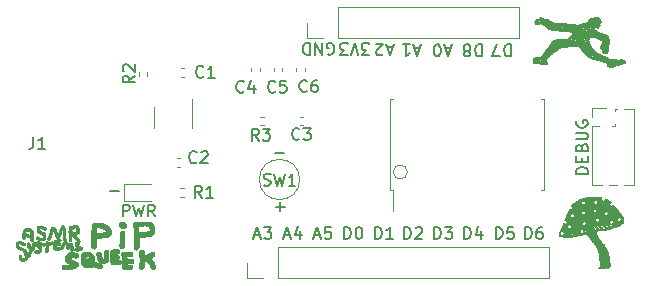
<source format=gto>
%TF.GenerationSoftware,KiCad,Pcbnew,5.1.9+dfsg1-1*%
%TF.CreationDate,2021-12-01T17:00:21-05:00*%
%TF.ProjectId,samd10d13a,73616d64-3130-4643-9133-612e6b696361,rev?*%
%TF.SameCoordinates,Original*%
%TF.FileFunction,Legend,Top*%
%TF.FilePolarity,Positive*%
%FSLAX46Y46*%
G04 Gerber Fmt 4.6, Leading zero omitted, Abs format (unit mm)*
G04 Created by KiCad (PCBNEW 5.1.9+dfsg1-1) date 2021-12-01 17:00:21*
%MOMM*%
%LPD*%
G01*
G04 APERTURE LIST*
%ADD10C,0.150000*%
%ADD11C,0.120000*%
%ADD12C,0.010000*%
G04 APERTURE END LIST*
D10*
X124023380Y-61039095D02*
X123023380Y-61039095D01*
X123023380Y-60801000D01*
X123071000Y-60658142D01*
X123166238Y-60562904D01*
X123261476Y-60515285D01*
X123451952Y-60467666D01*
X123594809Y-60467666D01*
X123785285Y-60515285D01*
X123880523Y-60562904D01*
X123975761Y-60658142D01*
X124023380Y-60801000D01*
X124023380Y-61039095D01*
X123499571Y-60039095D02*
X123499571Y-59705761D01*
X124023380Y-59562904D02*
X124023380Y-60039095D01*
X123023380Y-60039095D01*
X123023380Y-59562904D01*
X123499571Y-58801000D02*
X123547190Y-58658142D01*
X123594809Y-58610523D01*
X123690047Y-58562904D01*
X123832904Y-58562904D01*
X123928142Y-58610523D01*
X123975761Y-58658142D01*
X124023380Y-58753380D01*
X124023380Y-59134333D01*
X123023380Y-59134333D01*
X123023380Y-58801000D01*
X123071000Y-58705761D01*
X123118619Y-58658142D01*
X123213857Y-58610523D01*
X123309095Y-58610523D01*
X123404333Y-58658142D01*
X123451952Y-58705761D01*
X123499571Y-58801000D01*
X123499571Y-59134333D01*
X123023380Y-58134333D02*
X123832904Y-58134333D01*
X123928142Y-58086714D01*
X123975761Y-58039095D01*
X124023380Y-57943857D01*
X124023380Y-57753380D01*
X123975761Y-57658142D01*
X123928142Y-57610523D01*
X123832904Y-57562904D01*
X123023380Y-57562904D01*
X123071000Y-56562904D02*
X123023380Y-56658142D01*
X123023380Y-56801000D01*
X123071000Y-56943857D01*
X123166238Y-57039095D01*
X123261476Y-57086714D01*
X123451952Y-57134333D01*
X123594809Y-57134333D01*
X123785285Y-57086714D01*
X123880523Y-57039095D01*
X123975761Y-56943857D01*
X124023380Y-56801000D01*
X124023380Y-56705761D01*
X123975761Y-56562904D01*
X123928142Y-56515285D01*
X123594809Y-56515285D01*
X123594809Y-56705761D01*
X117514595Y-50093619D02*
X117514595Y-51093619D01*
X117276500Y-51093619D01*
X117133642Y-51046000D01*
X117038404Y-50950761D01*
X116990785Y-50855523D01*
X116943166Y-50665047D01*
X116943166Y-50522190D01*
X116990785Y-50331714D01*
X117038404Y-50236476D01*
X117133642Y-50141238D01*
X117276500Y-50093619D01*
X117514595Y-50093619D01*
X116609833Y-51093619D02*
X115943166Y-51093619D01*
X116371738Y-50093619D01*
X115038095Y-50093619D02*
X115038095Y-51093619D01*
X114800000Y-51093619D01*
X114657142Y-51046000D01*
X114561904Y-50950761D01*
X114514285Y-50855523D01*
X114466666Y-50665047D01*
X114466666Y-50522190D01*
X114514285Y-50331714D01*
X114561904Y-50236476D01*
X114657142Y-50141238D01*
X114800000Y-50093619D01*
X115038095Y-50093619D01*
X113895238Y-50665047D02*
X113990476Y-50712666D01*
X114038095Y-50760285D01*
X114085714Y-50855523D01*
X114085714Y-50903142D01*
X114038095Y-50998380D01*
X113990476Y-51046000D01*
X113895238Y-51093619D01*
X113704761Y-51093619D01*
X113609523Y-51046000D01*
X113561904Y-50998380D01*
X113514285Y-50903142D01*
X113514285Y-50855523D01*
X113561904Y-50760285D01*
X113609523Y-50712666D01*
X113704761Y-50665047D01*
X113895238Y-50665047D01*
X113990476Y-50617428D01*
X114038095Y-50569809D01*
X114085714Y-50474571D01*
X114085714Y-50284095D01*
X114038095Y-50188857D01*
X113990476Y-50141238D01*
X113895238Y-50093619D01*
X113704761Y-50093619D01*
X113609523Y-50141238D01*
X113561904Y-50188857D01*
X113514285Y-50284095D01*
X113514285Y-50474571D01*
X113561904Y-50569809D01*
X113609523Y-50617428D01*
X113704761Y-50665047D01*
X112410785Y-50379333D02*
X111934595Y-50379333D01*
X112506023Y-50093619D02*
X112172690Y-51093619D01*
X111839357Y-50093619D01*
X111315547Y-51093619D02*
X111220309Y-51093619D01*
X111125071Y-51046000D01*
X111077452Y-50998380D01*
X111029833Y-50903142D01*
X110982214Y-50712666D01*
X110982214Y-50474571D01*
X111029833Y-50284095D01*
X111077452Y-50188857D01*
X111125071Y-50141238D01*
X111220309Y-50093619D01*
X111315547Y-50093619D01*
X111410785Y-50141238D01*
X111458404Y-50188857D01*
X111506023Y-50284095D01*
X111553642Y-50474571D01*
X111553642Y-50712666D01*
X111506023Y-50903142D01*
X111458404Y-50998380D01*
X111410785Y-51046000D01*
X111315547Y-51093619D01*
X109807285Y-50379333D02*
X109331095Y-50379333D01*
X109902523Y-50093619D02*
X109569190Y-51093619D01*
X109235857Y-50093619D01*
X108378714Y-50093619D02*
X108950142Y-50093619D01*
X108664428Y-50093619D02*
X108664428Y-51093619D01*
X108759666Y-50950761D01*
X108854904Y-50855523D01*
X108950142Y-50807904D01*
X107521285Y-50315833D02*
X107045095Y-50315833D01*
X107616523Y-50030119D02*
X107283190Y-51030119D01*
X106949857Y-50030119D01*
X106664142Y-50934880D02*
X106616523Y-50982500D01*
X106521285Y-51030119D01*
X106283190Y-51030119D01*
X106187952Y-50982500D01*
X106140333Y-50934880D01*
X106092714Y-50839642D01*
X106092714Y-50744404D01*
X106140333Y-50601547D01*
X106711761Y-50030119D01*
X106092714Y-50030119D01*
X105505095Y-50966619D02*
X104886047Y-50966619D01*
X105219380Y-50585666D01*
X105076523Y-50585666D01*
X104981285Y-50538047D01*
X104933666Y-50490428D01*
X104886047Y-50395190D01*
X104886047Y-50157095D01*
X104933666Y-50061857D01*
X104981285Y-50014238D01*
X105076523Y-49966619D01*
X105362238Y-49966619D01*
X105457476Y-50014238D01*
X105505095Y-50061857D01*
X104600333Y-50966619D02*
X104267000Y-49966619D01*
X103933666Y-50966619D01*
X103695571Y-50966619D02*
X103076523Y-50966619D01*
X103409857Y-50585666D01*
X103267000Y-50585666D01*
X103171761Y-50538047D01*
X103124142Y-50490428D01*
X103076523Y-50395190D01*
X103076523Y-50157095D01*
X103124142Y-50061857D01*
X103171761Y-50014238D01*
X103267000Y-49966619D01*
X103552714Y-49966619D01*
X103647952Y-50014238D01*
X103695571Y-50061857D01*
X101980904Y-50919000D02*
X102076142Y-50966619D01*
X102219000Y-50966619D01*
X102361857Y-50919000D01*
X102457095Y-50823761D01*
X102504714Y-50728523D01*
X102552333Y-50538047D01*
X102552333Y-50395190D01*
X102504714Y-50204714D01*
X102457095Y-50109476D01*
X102361857Y-50014238D01*
X102219000Y-49966619D01*
X102123761Y-49966619D01*
X101980904Y-50014238D01*
X101933285Y-50061857D01*
X101933285Y-50395190D01*
X102123761Y-50395190D01*
X101504714Y-49966619D02*
X101504714Y-50966619D01*
X100933285Y-49966619D01*
X100933285Y-50966619D01*
X100457095Y-49966619D02*
X100457095Y-50966619D01*
X100219000Y-50966619D01*
X100076142Y-50919000D01*
X99980904Y-50823761D01*
X99933285Y-50728523D01*
X99885666Y-50538047D01*
X99885666Y-50395190D01*
X99933285Y-50204714D01*
X99980904Y-50109476D01*
X100076142Y-50014238D01*
X100219000Y-49966619D01*
X100457095Y-49966619D01*
X118705404Y-66555880D02*
X118705404Y-65555880D01*
X118943500Y-65555880D01*
X119086357Y-65603500D01*
X119181595Y-65698738D01*
X119229214Y-65793976D01*
X119276833Y-65984452D01*
X119276833Y-66127309D01*
X119229214Y-66317785D01*
X119181595Y-66413023D01*
X119086357Y-66508261D01*
X118943500Y-66555880D01*
X118705404Y-66555880D01*
X120133976Y-65555880D02*
X119943500Y-65555880D01*
X119848261Y-65603500D01*
X119800642Y-65651119D01*
X119705404Y-65793976D01*
X119657785Y-65984452D01*
X119657785Y-66365404D01*
X119705404Y-66460642D01*
X119753023Y-66508261D01*
X119848261Y-66555880D01*
X120038738Y-66555880D01*
X120133976Y-66508261D01*
X120181595Y-66460642D01*
X120229214Y-66365404D01*
X120229214Y-66127309D01*
X120181595Y-66032071D01*
X120133976Y-65984452D01*
X120038738Y-65936833D01*
X119848261Y-65936833D01*
X119753023Y-65984452D01*
X119705404Y-66032071D01*
X119657785Y-66127309D01*
X116228904Y-66555880D02*
X116228904Y-65555880D01*
X116467000Y-65555880D01*
X116609857Y-65603500D01*
X116705095Y-65698738D01*
X116752714Y-65793976D01*
X116800333Y-65984452D01*
X116800333Y-66127309D01*
X116752714Y-66317785D01*
X116705095Y-66413023D01*
X116609857Y-66508261D01*
X116467000Y-66555880D01*
X116228904Y-66555880D01*
X117705095Y-65555880D02*
X117228904Y-65555880D01*
X117181285Y-66032071D01*
X117228904Y-65984452D01*
X117324142Y-65936833D01*
X117562238Y-65936833D01*
X117657476Y-65984452D01*
X117705095Y-66032071D01*
X117752714Y-66127309D01*
X117752714Y-66365404D01*
X117705095Y-66460642D01*
X117657476Y-66508261D01*
X117562238Y-66555880D01*
X117324142Y-66555880D01*
X117228904Y-66508261D01*
X117181285Y-66460642D01*
X113561904Y-66555880D02*
X113561904Y-65555880D01*
X113800000Y-65555880D01*
X113942857Y-65603500D01*
X114038095Y-65698738D01*
X114085714Y-65793976D01*
X114133333Y-65984452D01*
X114133333Y-66127309D01*
X114085714Y-66317785D01*
X114038095Y-66413023D01*
X113942857Y-66508261D01*
X113800000Y-66555880D01*
X113561904Y-66555880D01*
X114990476Y-65889214D02*
X114990476Y-66555880D01*
X114752380Y-65508261D02*
X114514285Y-66222547D01*
X115133333Y-66222547D01*
X111021904Y-66555880D02*
X111021904Y-65555880D01*
X111260000Y-65555880D01*
X111402857Y-65603500D01*
X111498095Y-65698738D01*
X111545714Y-65793976D01*
X111593333Y-65984452D01*
X111593333Y-66127309D01*
X111545714Y-66317785D01*
X111498095Y-66413023D01*
X111402857Y-66508261D01*
X111260000Y-66555880D01*
X111021904Y-66555880D01*
X111926666Y-65555880D02*
X112545714Y-65555880D01*
X112212380Y-65936833D01*
X112355238Y-65936833D01*
X112450476Y-65984452D01*
X112498095Y-66032071D01*
X112545714Y-66127309D01*
X112545714Y-66365404D01*
X112498095Y-66460642D01*
X112450476Y-66508261D01*
X112355238Y-66555880D01*
X112069523Y-66555880D01*
X111974285Y-66508261D01*
X111926666Y-66460642D01*
X108481904Y-66555880D02*
X108481904Y-65555880D01*
X108720000Y-65555880D01*
X108862857Y-65603500D01*
X108958095Y-65698738D01*
X109005714Y-65793976D01*
X109053333Y-65984452D01*
X109053333Y-66127309D01*
X109005714Y-66317785D01*
X108958095Y-66413023D01*
X108862857Y-66508261D01*
X108720000Y-66555880D01*
X108481904Y-66555880D01*
X109434285Y-65651119D02*
X109481904Y-65603500D01*
X109577142Y-65555880D01*
X109815238Y-65555880D01*
X109910476Y-65603500D01*
X109958095Y-65651119D01*
X110005714Y-65746357D01*
X110005714Y-65841595D01*
X109958095Y-65984452D01*
X109386666Y-66555880D01*
X110005714Y-66555880D01*
X106005404Y-66555880D02*
X106005404Y-65555880D01*
X106243500Y-65555880D01*
X106386357Y-65603500D01*
X106481595Y-65698738D01*
X106529214Y-65793976D01*
X106576833Y-65984452D01*
X106576833Y-66127309D01*
X106529214Y-66317785D01*
X106481595Y-66413023D01*
X106386357Y-66508261D01*
X106243500Y-66555880D01*
X106005404Y-66555880D01*
X107529214Y-66555880D02*
X106957785Y-66555880D01*
X107243500Y-66555880D02*
X107243500Y-65555880D01*
X107148261Y-65698738D01*
X107053023Y-65793976D01*
X106957785Y-65841595D01*
X103401904Y-66555880D02*
X103401904Y-65555880D01*
X103640000Y-65555880D01*
X103782857Y-65603500D01*
X103878095Y-65698738D01*
X103925714Y-65793976D01*
X103973333Y-65984452D01*
X103973333Y-66127309D01*
X103925714Y-66317785D01*
X103878095Y-66413023D01*
X103782857Y-66508261D01*
X103640000Y-66555880D01*
X103401904Y-66555880D01*
X104592380Y-65555880D02*
X104687619Y-65555880D01*
X104782857Y-65603500D01*
X104830476Y-65651119D01*
X104878095Y-65746357D01*
X104925714Y-65936833D01*
X104925714Y-66174928D01*
X104878095Y-66365404D01*
X104830476Y-66460642D01*
X104782857Y-66508261D01*
X104687619Y-66555880D01*
X104592380Y-66555880D01*
X104497142Y-66508261D01*
X104449523Y-66460642D01*
X104401904Y-66365404D01*
X104354285Y-66174928D01*
X104354285Y-65936833D01*
X104401904Y-65746357D01*
X104449523Y-65651119D01*
X104497142Y-65603500D01*
X104592380Y-65555880D01*
X100885714Y-66270166D02*
X101361904Y-66270166D01*
X100790476Y-66555880D02*
X101123809Y-65555880D01*
X101457142Y-66555880D01*
X102266666Y-65555880D02*
X101790476Y-65555880D01*
X101742857Y-66032071D01*
X101790476Y-65984452D01*
X101885714Y-65936833D01*
X102123809Y-65936833D01*
X102219047Y-65984452D01*
X102266666Y-66032071D01*
X102314285Y-66127309D01*
X102314285Y-66365404D01*
X102266666Y-66460642D01*
X102219047Y-66508261D01*
X102123809Y-66555880D01*
X101885714Y-66555880D01*
X101790476Y-66508261D01*
X101742857Y-66460642D01*
X98345714Y-66270166D02*
X98821904Y-66270166D01*
X98250476Y-66555880D02*
X98583809Y-65555880D01*
X98917142Y-66555880D01*
X99679047Y-65889214D02*
X99679047Y-66555880D01*
X99440952Y-65508261D02*
X99202857Y-66222547D01*
X99821904Y-66222547D01*
X95805714Y-66270166D02*
X96281904Y-66270166D01*
X95710476Y-66555880D02*
X96043809Y-65555880D01*
X96377142Y-66555880D01*
X96615238Y-65555880D02*
X97234285Y-65555880D01*
X96900952Y-65936833D01*
X97043809Y-65936833D01*
X97139047Y-65984452D01*
X97186666Y-66032071D01*
X97234285Y-66127309D01*
X97234285Y-66365404D01*
X97186666Y-66460642D01*
X97139047Y-66508261D01*
X97043809Y-66555880D01*
X96758095Y-66555880D01*
X96662857Y-66508261D01*
X96615238Y-66460642D01*
D11*
X108739558Y-60896500D02*
G75*
G03*
X108739558Y-60896500I-599058J0D01*
G01*
D10*
X84645666Y-64650880D02*
X84645666Y-63650880D01*
X85026619Y-63650880D01*
X85121857Y-63698500D01*
X85169476Y-63746119D01*
X85217095Y-63841357D01*
X85217095Y-63984214D01*
X85169476Y-64079452D01*
X85121857Y-64127071D01*
X85026619Y-64174690D01*
X84645666Y-64174690D01*
X85550428Y-63650880D02*
X85788523Y-64650880D01*
X85979000Y-63936595D01*
X86169476Y-64650880D01*
X86407571Y-63650880D01*
X87359952Y-64650880D02*
X87026619Y-64174690D01*
X86788523Y-64650880D02*
X86788523Y-63650880D01*
X87169476Y-63650880D01*
X87264714Y-63698500D01*
X87312333Y-63746119D01*
X87359952Y-63841357D01*
X87359952Y-63984214D01*
X87312333Y-64079452D01*
X87264714Y-64127071D01*
X87169476Y-64174690D01*
X86788523Y-64174690D01*
X84327952Y-62476071D02*
X83566047Y-62476071D01*
X97536047Y-59253428D02*
X98297952Y-59253428D01*
X97599547Y-63825428D02*
X98361452Y-63825428D01*
X97980500Y-64206380D02*
X97980500Y-63444476D01*
D11*
X99620884Y-61531500D02*
G75*
G03*
X99620884Y-61531500I-1703884J0D01*
G01*
D12*
G36*
X124959997Y-47861532D02*
G01*
X125021698Y-47909791D01*
X125061842Y-47955011D01*
X125084729Y-48005506D01*
X125094658Y-48069591D01*
X125096200Y-48124962D01*
X125094945Y-48190996D01*
X125089195Y-48236232D01*
X125075974Y-48268067D01*
X125052306Y-48293898D01*
X125018058Y-48319189D01*
X124990432Y-48341783D01*
X124979790Y-48366310D01*
X124980659Y-48405520D01*
X124980722Y-48406180D01*
X124987006Y-48444222D01*
X124995964Y-48468646D01*
X124998859Y-48471753D01*
X125011705Y-48491975D01*
X125002150Y-48516381D01*
X124973330Y-48537111D01*
X124972659Y-48537400D01*
X124919288Y-48567174D01*
X124891027Y-48601722D01*
X124884416Y-48635388D01*
X124881843Y-48661474D01*
X124868675Y-48672851D01*
X124836734Y-48675533D01*
X124829779Y-48675556D01*
X124786517Y-48671109D01*
X124730629Y-48659591D01*
X124686750Y-48647318D01*
X124639219Y-48632794D01*
X124601923Y-48622602D01*
X124583956Y-48619080D01*
X124564251Y-48613256D01*
X124528243Y-48598198D01*
X124495374Y-48582788D01*
X124435905Y-48559766D01*
X124383953Y-48550881D01*
X124344783Y-48556178D01*
X124323659Y-48575703D01*
X124322065Y-48581304D01*
X124328262Y-48612962D01*
X124351284Y-48643137D01*
X124381511Y-48660446D01*
X124389789Y-48661437D01*
X124416273Y-48667338D01*
X124455281Y-48682182D01*
X124471632Y-48689675D01*
X124510818Y-48706829D01*
X124541090Y-48716974D01*
X124548409Y-48718129D01*
X124557748Y-48721878D01*
X124546105Y-48731397D01*
X124536349Y-48743160D01*
X124545905Y-48759094D01*
X124566956Y-48777068D01*
X124652705Y-48845628D01*
X124721047Y-48902690D01*
X124769331Y-48946033D01*
X124774453Y-48950991D01*
X124805968Y-48975458D01*
X124853959Y-49005390D01*
X124911451Y-49037242D01*
X124971468Y-49067463D01*
X125027037Y-49092506D01*
X125071182Y-49108823D01*
X125093323Y-49113210D01*
X125121015Y-49119059D01*
X125165452Y-49134542D01*
X125218147Y-49156619D01*
X125231293Y-49162660D01*
X125281702Y-49185533D01*
X125322696Y-49202790D01*
X125347306Y-49211542D01*
X125350445Y-49212077D01*
X125369266Y-49218122D01*
X125404947Y-49233897D01*
X125445438Y-49253807D01*
X125505941Y-49281442D01*
X125572958Y-49307121D01*
X125610329Y-49319018D01*
X125670383Y-49338949D01*
X125711925Y-49362811D01*
X125739375Y-49396424D01*
X125757154Y-49445604D01*
X125769684Y-49516171D01*
X125771697Y-49531384D01*
X125780968Y-49629479D01*
X125786012Y-49740354D01*
X125786912Y-49855896D01*
X125783752Y-49967990D01*
X125776615Y-50068523D01*
X125765587Y-50149381D01*
X125765280Y-50150987D01*
X125751548Y-50222029D01*
X125736665Y-50298675D01*
X125724159Y-50362771D01*
X125713679Y-50429202D01*
X125706353Y-50500112D01*
X125704058Y-50548053D01*
X125693315Y-50643585D01*
X125664346Y-50725833D01*
X125619433Y-50791385D01*
X125560862Y-50836824D01*
X125496777Y-50857945D01*
X125423124Y-50855771D01*
X125355091Y-50829133D01*
X125296206Y-50781728D01*
X125249995Y-50717253D01*
X125219986Y-50639405D01*
X125209701Y-50557097D01*
X125208642Y-50508627D01*
X125203888Y-50480370D01*
X125191930Y-50464303D01*
X125169260Y-50452401D01*
X125162705Y-50449636D01*
X125106737Y-50418057D01*
X125076104Y-50379331D01*
X125068031Y-50337055D01*
X125075088Y-50301452D01*
X125081864Y-50282752D01*
X125197428Y-50282752D01*
X125205073Y-50323467D01*
X125237140Y-50360047D01*
X125278340Y-50383367D01*
X125300688Y-50394668D01*
X125311382Y-50410097D01*
X125313453Y-50438209D01*
X125310953Y-50475417D01*
X125308705Y-50521356D01*
X125314383Y-50551671D01*
X125332220Y-50578735D01*
X125354497Y-50602669D01*
X125402795Y-50643398D01*
X125450795Y-50668616D01*
X125493598Y-50677484D01*
X125526309Y-50669164D01*
X125544029Y-50642815D01*
X125545337Y-50635369D01*
X125543174Y-50606469D01*
X125523964Y-50585589D01*
X125502980Y-50573660D01*
X125448288Y-50542377D01*
X125417991Y-50513440D01*
X125409413Y-50481168D01*
X125419874Y-50439884D01*
X125429550Y-50417966D01*
X125442721Y-50382083D01*
X125445931Y-50355298D01*
X125445149Y-50352297D01*
X125428801Y-50337277D01*
X125394794Y-50318304D01*
X125369470Y-50307178D01*
X125327269Y-50287781D01*
X125295508Y-50268584D01*
X125286015Y-50259951D01*
X125259509Y-50244077D01*
X125227906Y-50247380D01*
X125203409Y-50266720D01*
X125197428Y-50282752D01*
X125081864Y-50282752D01*
X125093573Y-50250444D01*
X125119569Y-50192331D01*
X125149161Y-50135413D01*
X125178433Y-50087991D01*
X125196195Y-50065363D01*
X125210334Y-50044766D01*
X125218661Y-50015881D01*
X125222513Y-49971585D01*
X125223271Y-49921078D01*
X125223271Y-49805940D01*
X125149146Y-49758635D01*
X125101328Y-49730003D01*
X125039263Y-49695409D01*
X124974184Y-49661060D01*
X124955153Y-49651432D01*
X124900151Y-49623016D01*
X124853096Y-49597007D01*
X124821008Y-49577359D01*
X124812852Y-49571233D01*
X124788958Y-49554685D01*
X124777144Y-49550932D01*
X124758687Y-49545753D01*
X124721460Y-49532002D01*
X124672592Y-49512351D01*
X124658245Y-49506346D01*
X124615178Y-49488866D01*
X124577996Y-49476423D01*
X124540084Y-49467950D01*
X124494830Y-49462383D01*
X124435620Y-49458657D01*
X124355839Y-49455707D01*
X124340836Y-49455240D01*
X124259023Y-49452933D01*
X124200665Y-49452177D01*
X124161004Y-49453432D01*
X124135277Y-49457157D01*
X124118725Y-49463815D01*
X124106586Y-49473864D01*
X124102481Y-49478287D01*
X124085184Y-49503436D01*
X124085726Y-49529108D01*
X124093174Y-49549530D01*
X124102103Y-49587313D01*
X124100161Y-49622605D01*
X124088747Y-49645732D01*
X124078684Y-49649764D01*
X124071760Y-49662594D01*
X124066990Y-49695961D01*
X124065516Y-49735050D01*
X124069054Y-49795265D01*
X124081120Y-49837424D01*
X124094040Y-49858915D01*
X124112924Y-49897250D01*
X124127274Y-49949692D01*
X124131125Y-49974825D01*
X124142171Y-50030883D01*
X124159765Y-50072065D01*
X124166173Y-50080392D01*
X124234307Y-50160358D01*
X124277738Y-50228849D01*
X124296749Y-50284538D01*
X124308347Y-50327091D01*
X124328965Y-50350107D01*
X124340356Y-50355529D01*
X124378047Y-50377794D01*
X124415619Y-50412216D01*
X124445562Y-50450437D01*
X124460364Y-50484100D01*
X124460847Y-50489602D01*
X124470938Y-50518942D01*
X124495772Y-50551303D01*
X124501277Y-50556495D01*
X124533775Y-50588156D01*
X124559363Y-50617561D01*
X124561283Y-50620189D01*
X124581480Y-50639827D01*
X124619200Y-50669273D01*
X124667898Y-50703566D01*
X124693810Y-50720651D01*
X124750013Y-50758100D01*
X124802945Y-50795492D01*
X124843940Y-50826631D01*
X124854861Y-50835778D01*
X124888867Y-50861607D01*
X124917710Y-50876674D01*
X124925456Y-50878247D01*
X124947963Y-50885534D01*
X124985935Y-50904571D01*
X125031412Y-50931342D01*
X125034313Y-50933174D01*
X125082097Y-50962082D01*
X125124758Y-50985451D01*
X125153151Y-50998274D01*
X125153380Y-50998348D01*
X125185310Y-51011154D01*
X125228575Y-51031649D01*
X125249138Y-51042253D01*
X125293011Y-51062082D01*
X125332320Y-51074111D01*
X125345947Y-51075779D01*
X125382053Y-51083000D01*
X125434078Y-51105520D01*
X125504981Y-51144620D01*
X125505650Y-51145013D01*
X125534807Y-51160262D01*
X125562126Y-51173001D01*
X125597044Y-51189726D01*
X125618601Y-51201592D01*
X125639940Y-51212804D01*
X125680392Y-51232499D01*
X125733353Y-51257501D01*
X125771209Y-51275024D01*
X125827602Y-51302360D01*
X125874343Y-51327695D01*
X125905327Y-51347569D01*
X125914202Y-51356052D01*
X125925320Y-51367127D01*
X125943872Y-51363736D01*
X125975045Y-51346258D01*
X126000860Y-51332504D01*
X126029393Y-51323575D01*
X126067350Y-51318480D01*
X126121438Y-51316225D01*
X126181005Y-51315801D01*
X126249959Y-51316150D01*
X126297117Y-51318031D01*
X126328918Y-51322693D01*
X126351803Y-51331384D01*
X126372210Y-51345355D01*
X126384063Y-51355191D01*
X126445359Y-51398656D01*
X126507506Y-51421694D01*
X126582724Y-51428740D01*
X126586717Y-51428753D01*
X126632709Y-51427206D01*
X126658965Y-51420521D01*
X126673909Y-51405630D01*
X126679383Y-51395012D01*
X126711544Y-51355647D01*
X126760602Y-51333794D01*
X126821032Y-51329792D01*
X126887313Y-51343984D01*
X126953922Y-51376709D01*
X126955832Y-51377957D01*
X127004291Y-51407176D01*
X127051899Y-51431592D01*
X127077802Y-51442175D01*
X127110986Y-51456310D01*
X127130739Y-51476239D01*
X127140416Y-51508855D01*
X127143368Y-51561054D01*
X127143449Y-51577148D01*
X127138567Y-51636335D01*
X127121138Y-51673110D01*
X127086987Y-51692027D01*
X127033018Y-51697632D01*
X126977598Y-51703062D01*
X126922322Y-51715770D01*
X126910486Y-51719855D01*
X126864291Y-51735550D01*
X126806309Y-51752655D01*
X126769296Y-51762397D01*
X126690235Y-51782356D01*
X126627091Y-51799677D01*
X126569957Y-51817501D01*
X126508928Y-51838971D01*
X126434099Y-51867227D01*
X126412530Y-51875544D01*
X126349508Y-51899421D01*
X126295534Y-51918974D01*
X126256348Y-51932185D01*
X126237688Y-51937035D01*
X126218266Y-51943096D01*
X126181243Y-51959127D01*
X126133983Y-51981898D01*
X126124983Y-51986451D01*
X126067855Y-52013469D01*
X126021853Y-52028483D01*
X125974329Y-52034727D01*
X125932731Y-52035611D01*
X125876374Y-52033619D01*
X125836093Y-52025823D01*
X125799836Y-52008941D01*
X125773910Y-51992349D01*
X125705360Y-51942144D01*
X125658052Y-51897789D01*
X125627042Y-51854563D01*
X125624319Y-51849493D01*
X125609566Y-51804326D01*
X125605199Y-51753015D01*
X125611124Y-51706659D01*
X125625769Y-51677743D01*
X125630385Y-51672491D01*
X126085107Y-51672491D01*
X126088896Y-51688034D01*
X126108005Y-51704826D01*
X126139066Y-51710975D01*
X126167566Y-51704990D01*
X126176300Y-51697013D01*
X126195933Y-51685734D01*
X126216666Y-51682894D01*
X126247814Y-51677975D01*
X126261720Y-51671009D01*
X126282050Y-51661767D01*
X126320646Y-51650238D01*
X126356076Y-51641812D01*
X126401044Y-51630377D01*
X126433782Y-51618673D01*
X126445153Y-51611340D01*
X126464495Y-51600340D01*
X126480994Y-51598180D01*
X126507320Y-51585940D01*
X126527054Y-51556731D01*
X126534105Y-51521814D01*
X126530981Y-51505764D01*
X126518616Y-51490646D01*
X126492876Y-51488379D01*
X126470585Y-51491771D01*
X126427219Y-51503554D01*
X126391416Y-51519128D01*
X126389550Y-51520273D01*
X126360442Y-51533572D01*
X126314493Y-51549250D01*
X126269459Y-51561860D01*
X126184428Y-51586943D01*
X126126269Y-51613106D01*
X126093617Y-51641304D01*
X126085107Y-51672491D01*
X125630385Y-51672491D01*
X125636736Y-51665266D01*
X125637907Y-51655579D01*
X125625408Y-51646581D01*
X125595365Y-51636171D01*
X125543903Y-51622247D01*
X125505246Y-51612375D01*
X125432340Y-51592777D01*
X125355761Y-51570361D01*
X125282326Y-51547311D01*
X125218852Y-51525806D01*
X125172155Y-51508029D01*
X125156137Y-51500653D01*
X125116518Y-51483642D01*
X125060714Y-51464375D01*
X124997494Y-51445351D01*
X124935631Y-51429070D01*
X124883897Y-51418030D01*
X124854182Y-51414634D01*
X124809423Y-51410453D01*
X124748951Y-51399502D01*
X124682679Y-51384166D01*
X124620522Y-51366831D01*
X124572393Y-51349881D01*
X124559068Y-51343625D01*
X124520199Y-51327608D01*
X124475222Y-51315172D01*
X124474966Y-51315121D01*
X124370158Y-51290752D01*
X124271352Y-51261276D01*
X124183510Y-51228629D01*
X124111597Y-51194747D01*
X124060576Y-51161567D01*
X124046117Y-51147796D01*
X124003900Y-51101989D01*
X124220825Y-51101989D01*
X124222975Y-51125756D01*
X124232515Y-51139772D01*
X124254082Y-51144731D01*
X124292312Y-51141325D01*
X124351839Y-51130246D01*
X124376142Y-51125193D01*
X124446530Y-51108730D01*
X124492971Y-51093176D01*
X124519595Y-51076441D01*
X124530532Y-51056435D01*
X124531442Y-51046601D01*
X124525271Y-51023022D01*
X124504281Y-51010563D01*
X124464761Y-51008531D01*
X124402994Y-51016229D01*
X124385405Y-51019276D01*
X124306614Y-51036998D01*
X124254236Y-51057543D01*
X124226510Y-51081795D01*
X124220825Y-51101989D01*
X124003900Y-51101989D01*
X124002429Y-51100394D01*
X123947671Y-51044183D01*
X123888102Y-50985266D01*
X123829980Y-50929743D01*
X123779562Y-50883719D01*
X123747840Y-50856937D01*
X123708807Y-50824726D01*
X123678446Y-50796873D01*
X123665063Y-50781717D01*
X123645732Y-50756492D01*
X123626716Y-50735811D01*
X123603538Y-50708129D01*
X123575086Y-50668288D01*
X123562663Y-50649161D01*
X123539104Y-50612994D01*
X123521029Y-50587822D01*
X123515439Y-50581615D01*
X123503818Y-50567088D01*
X123481538Y-50535049D01*
X123453004Y-50491874D01*
X123447139Y-50482783D01*
X123406611Y-50427575D01*
X123354374Y-50367031D01*
X123300940Y-50313238D01*
X123294876Y-50307748D01*
X123201577Y-50224486D01*
X122952307Y-50233882D01*
X122806837Y-50239896D01*
X122667449Y-50246673D01*
X122537801Y-50253974D01*
X122421554Y-50261559D01*
X122322365Y-50269188D01*
X122243895Y-50276621D01*
X122189802Y-50283620D01*
X122187695Y-50283972D01*
X122143580Y-50289080D01*
X122079535Y-50293441D01*
X122003869Y-50296615D01*
X121924889Y-50298164D01*
X121918452Y-50298205D01*
X121841370Y-50298834D01*
X121787361Y-50300311D01*
X121751260Y-50303481D01*
X121727902Y-50309187D01*
X121712121Y-50318275D01*
X121698752Y-50331587D01*
X121696171Y-50334534D01*
X121670515Y-50358873D01*
X121650127Y-50369787D01*
X121649282Y-50369831D01*
X121627108Y-50380128D01*
X121586186Y-50410775D01*
X121526955Y-50461406D01*
X121449858Y-50531656D01*
X121415387Y-50563967D01*
X121372007Y-50603039D01*
X121334729Y-50633248D01*
X121309227Y-50650139D01*
X121302968Y-50652210D01*
X121285698Y-50660471D01*
X121284082Y-50666060D01*
X121272006Y-50678971D01*
X121245255Y-50689220D01*
X121193666Y-50706162D01*
X121144559Y-50733476D01*
X121091749Y-50775379D01*
X121029049Y-50836088D01*
X121027476Y-50837704D01*
X120982909Y-50880679D01*
X120943397Y-50913623D01*
X120914477Y-50932129D01*
X120905819Y-50934589D01*
X120887407Y-50943282D01*
X120853762Y-50966487D01*
X120810052Y-50999899D01*
X120761448Y-51039208D01*
X120713118Y-51080108D01*
X120670232Y-51118290D01*
X120637959Y-51149448D01*
X120621468Y-51169273D01*
X120620369Y-51172455D01*
X120611383Y-51187221D01*
X120588649Y-51214477D01*
X120572833Y-51231681D01*
X120538276Y-51272666D01*
X120508724Y-51315199D01*
X120501623Y-51327710D01*
X120480478Y-51360453D01*
X120459837Y-51380398D01*
X120457385Y-51381573D01*
X120438222Y-51400920D01*
X120440968Y-51433350D01*
X120464561Y-51475524D01*
X120500480Y-51516810D01*
X120536627Y-51555656D01*
X120555903Y-51586023D01*
X120563258Y-51617354D01*
X120564016Y-51638015D01*
X120558164Y-51701495D01*
X120539274Y-51747661D01*
X120505346Y-51777118D01*
X120454379Y-51790475D01*
X120384372Y-51788340D01*
X120293325Y-51771320D01*
X120203982Y-51747392D01*
X120154909Y-51733903D01*
X120108833Y-51723723D01*
X120059890Y-51716184D01*
X120002215Y-51710619D01*
X119929944Y-51706359D01*
X119837211Y-51702738D01*
X119801592Y-51701585D01*
X119698904Y-51697867D01*
X119620170Y-51693706D01*
X119561105Y-51688667D01*
X119517423Y-51682316D01*
X119484841Y-51674217D01*
X119467260Y-51667671D01*
X119428369Y-51648133D01*
X119402396Y-51625300D01*
X119387402Y-51593734D01*
X119381448Y-51547995D01*
X119382562Y-51484452D01*
X119675605Y-51484452D01*
X119683934Y-51504054D01*
X119707669Y-51511928D01*
X119750209Y-51512839D01*
X119803127Y-51507285D01*
X119857994Y-51495766D01*
X119867036Y-51493213D01*
X119923706Y-51478080D01*
X119982523Y-51464682D01*
X119999257Y-51461429D01*
X120040586Y-51451026D01*
X120061020Y-51436386D01*
X120067301Y-51418170D01*
X120062641Y-51390560D01*
X120035222Y-51372533D01*
X120034349Y-51372198D01*
X120003627Y-51363911D01*
X119986185Y-51364570D01*
X119967301Y-51370226D01*
X119929750Y-51377908D01*
X119895596Y-51383712D01*
X119848855Y-51389654D01*
X119824096Y-51388528D01*
X119815861Y-51379921D01*
X119815711Y-51377696D01*
X119826879Y-51357139D01*
X119844806Y-51343580D01*
X119867820Y-51317959D01*
X119869514Y-51297197D01*
X119861849Y-51276864D01*
X119841172Y-51268022D01*
X119809193Y-51266385D01*
X119780752Y-51267351D01*
X119760491Y-51273514D01*
X119743895Y-51289774D01*
X119726449Y-51321028D01*
X119703638Y-51372175D01*
X119696617Y-51388529D01*
X119678635Y-51442930D01*
X119675605Y-51484452D01*
X119382562Y-51484452D01*
X119382594Y-51482647D01*
X119385420Y-51438161D01*
X119390580Y-51372761D01*
X119396161Y-51328835D01*
X119404141Y-51299662D01*
X119416499Y-51278519D01*
X119435216Y-51258685D01*
X119439436Y-51254714D01*
X119477742Y-51225630D01*
X119528591Y-51195309D01*
X119561238Y-51179260D01*
X119600954Y-51163242D01*
X119637841Y-51153305D01*
X119680331Y-51148268D01*
X119736854Y-51146952D01*
X119787473Y-51147576D01*
X119867901Y-51147526D01*
X119926160Y-51143414D01*
X119968104Y-51134668D01*
X119985138Y-51128221D01*
X120036855Y-51095852D01*
X120096363Y-51043744D01*
X120158536Y-50977270D01*
X120218245Y-50901800D01*
X120259178Y-50841160D01*
X120296670Y-50781210D01*
X120334849Y-50720577D01*
X120366887Y-50670091D01*
X120373813Y-50659269D01*
X120404032Y-50611268D01*
X120432242Y-50564940D01*
X120445214Y-50542770D01*
X120469007Y-50510171D01*
X120493330Y-50490134D01*
X120496491Y-50488868D01*
X120522679Y-50470610D01*
X120537941Y-50450059D01*
X120558397Y-50419785D01*
X120595111Y-50373867D01*
X120644360Y-50316612D01*
X120702419Y-50252327D01*
X120765563Y-50185320D01*
X120777756Y-50172710D01*
X120819873Y-50124977D01*
X120859076Y-50070071D01*
X120886315Y-50023917D01*
X121234666Y-50023917D01*
X121239406Y-50108630D01*
X121245230Y-50162550D01*
X121256265Y-50226044D01*
X121270676Y-50291495D01*
X121286629Y-50351284D01*
X121302289Y-50397795D01*
X121314976Y-50422447D01*
X121340890Y-50437783D01*
X121371367Y-50438248D01*
X121390323Y-50425743D01*
X121392480Y-50405219D01*
X121389726Y-50365475D01*
X121383301Y-50314850D01*
X121374447Y-50261684D01*
X121364405Y-50214315D01*
X121354416Y-50181085D01*
X121353629Y-50179225D01*
X121345057Y-50147705D01*
X121338602Y-50102991D01*
X121337364Y-50087452D01*
X121333804Y-50048422D01*
X121325145Y-50029929D01*
X121304956Y-50024305D01*
X121284082Y-50023917D01*
X121234666Y-50023917D01*
X120886315Y-50023917D01*
X120899514Y-50001553D01*
X120945337Y-49912987D01*
X120945929Y-49911792D01*
X120988215Y-49829398D01*
X121021986Y-49770786D01*
X121048868Y-49733387D01*
X121070492Y-49714629D01*
X121071043Y-49714344D01*
X121076359Y-49712738D01*
X122472719Y-49712738D01*
X122491312Y-49729395D01*
X122527855Y-49731041D01*
X122575183Y-49717224D01*
X122623649Y-49691968D01*
X122663603Y-49659299D01*
X122666157Y-49656469D01*
X122702678Y-49623035D01*
X122748390Y-49592197D01*
X122795295Y-49568177D01*
X122835397Y-49555197D01*
X122857222Y-49555606D01*
X122869251Y-49566472D01*
X122876203Y-49591340D01*
X122879181Y-49635810D01*
X122879524Y-49668935D01*
X122883180Y-49742988D01*
X122895396Y-49792439D01*
X122918041Y-49820121D01*
X122952989Y-49828866D01*
X122983105Y-49825753D01*
X123030903Y-49807755D01*
X123058006Y-49782832D01*
X123077151Y-49758577D01*
X123110683Y-49720723D01*
X123152941Y-49675553D01*
X123177214Y-49650516D01*
X123274855Y-49551116D01*
X123274855Y-49640099D01*
X123278839Y-49703842D01*
X123290156Y-49747223D01*
X123295584Y-49756488D01*
X123312258Y-49792561D01*
X123316763Y-49819898D01*
X123325292Y-49859206D01*
X123352044Y-49881569D01*
X123400581Y-49889643D01*
X123410541Y-49889786D01*
X123450985Y-49885781D01*
X123488166Y-49870777D01*
X123532511Y-49840291D01*
X123540860Y-49833762D01*
X123581711Y-49797796D01*
X123614984Y-49761970D01*
X123630372Y-49739502D01*
X123647997Y-49710837D01*
X123663126Y-49697007D01*
X123676734Y-49706297D01*
X123695192Y-49735499D01*
X123715184Y-49777494D01*
X123733395Y-49825164D01*
X123746509Y-49871389D01*
X123748195Y-49879654D01*
X123758847Y-49916753D01*
X123772457Y-49940739D01*
X123775162Y-49942931D01*
X123790097Y-49961497D01*
X123808489Y-49996691D01*
X123816998Y-50016857D01*
X123841874Y-50067078D01*
X123873192Y-50111810D01*
X123905367Y-50144346D01*
X123932814Y-50157974D01*
X123934525Y-50158047D01*
X123959582Y-50150751D01*
X123988359Y-50135244D01*
X124014706Y-50108140D01*
X124022161Y-50078963D01*
X124009707Y-50056226D01*
X123998451Y-50050693D01*
X123961007Y-50035396D01*
X123935191Y-50012442D01*
X123913498Y-49973809D01*
X123902809Y-49948495D01*
X123883466Y-49904749D01*
X123865308Y-49870801D01*
X123856585Y-49858754D01*
X123842249Y-49831065D01*
X123839526Y-49812838D01*
X123832846Y-49780304D01*
X123816866Y-49742171D01*
X123816525Y-49741537D01*
X123796850Y-49698908D01*
X123778508Y-49649651D01*
X123776312Y-49642705D01*
X123762399Y-49606134D01*
X123744392Y-49588821D01*
X123712840Y-49582297D01*
X123708443Y-49581901D01*
X123669379Y-49586340D01*
X123624900Y-49602343D01*
X123583433Y-49625321D01*
X123553402Y-49650686D01*
X123543115Y-49671930D01*
X123533852Y-49689530D01*
X123510931Y-49717777D01*
X123481655Y-49749005D01*
X123453330Y-49775550D01*
X123433258Y-49789747D01*
X123430163Y-49790467D01*
X123420483Y-49778765D01*
X123404670Y-49749716D01*
X123398396Y-49736548D01*
X123382333Y-49684196D01*
X123374640Y-49612666D01*
X123373688Y-49567041D01*
X123372340Y-49503608D01*
X123366010Y-49463973D01*
X123351269Y-49443738D01*
X123324686Y-49438509D01*
X123282831Y-49443886D01*
X123278278Y-49444725D01*
X123244378Y-49455924D01*
X123208767Y-49479363D01*
X123165500Y-49519387D01*
X123140725Y-49545276D01*
X123100860Y-49586006D01*
X123066834Y-49617222D01*
X123044024Y-49634129D01*
X123039163Y-49635812D01*
X123019049Y-49646169D01*
X123001305Y-49665641D01*
X122987222Y-49683575D01*
X122979356Y-49681381D01*
X122972824Y-49655667D01*
X122970678Y-49644368D01*
X122966734Y-49596593D01*
X122968983Y-49542215D01*
X122970561Y-49529744D01*
X122974968Y-49489880D01*
X122970480Y-49468075D01*
X122953964Y-49454743D01*
X122944570Y-49450218D01*
X122898760Y-49441810D01*
X122838265Y-49447362D01*
X122771168Y-49464143D01*
X122705556Y-49489422D01*
X122649513Y-49520466D01*
X122611124Y-49554544D01*
X122604101Y-49565244D01*
X122581801Y-49590995D01*
X122545706Y-49618630D01*
X122532489Y-49626604D01*
X122494514Y-49655200D01*
X122473823Y-49685828D01*
X122472719Y-49712738D01*
X121076359Y-49712738D01*
X121102262Y-49704913D01*
X121161517Y-49693995D01*
X121248644Y-49681611D01*
X121363482Y-49667784D01*
X121505869Y-49652533D01*
X121672353Y-49636192D01*
X121755563Y-49629874D01*
X121852188Y-49624920D01*
X121947417Y-49622001D01*
X121996240Y-49621506D01*
X122103944Y-49619831D01*
X122189673Y-49613743D01*
X122259543Y-49601694D01*
X122319672Y-49582134D01*
X122376176Y-49553514D01*
X122435173Y-49514284D01*
X122443457Y-49508242D01*
X122528031Y-49441303D01*
X122554029Y-49416567D01*
X124825417Y-49416567D01*
X124832990Y-49439683D01*
X124857440Y-49449868D01*
X124895066Y-49444081D01*
X124942168Y-49419283D01*
X124955556Y-49409310D01*
X124991905Y-49373111D01*
X125019331Y-49332760D01*
X125025336Y-49318785D01*
X125041580Y-49284466D01*
X125060410Y-49263826D01*
X125062531Y-49262822D01*
X125078476Y-49242545D01*
X125079497Y-49215687D01*
X125066040Y-49184093D01*
X125039513Y-49171057D01*
X125006366Y-49174735D01*
X124973052Y-49193280D01*
X124946019Y-49224846D01*
X124933410Y-49257485D01*
X124913578Y-49301021D01*
X124877566Y-49342131D01*
X124875707Y-49343705D01*
X124838422Y-49383561D01*
X124825417Y-49416567D01*
X122554029Y-49416567D01*
X122592196Y-49380254D01*
X122633792Y-49327280D01*
X122645707Y-49303850D01*
X122654351Y-49276919D01*
X122666106Y-49234817D01*
X122678459Y-49187317D01*
X122688894Y-49144195D01*
X122694896Y-49115224D01*
X122695475Y-49110441D01*
X122683822Y-49100596D01*
X122651796Y-49081305D01*
X122604431Y-49055443D01*
X122552318Y-49028660D01*
X122408658Y-48956742D01*
X122054625Y-48949372D01*
X121951516Y-48946707D01*
X121852493Y-48943190D01*
X121762752Y-48939078D01*
X121687489Y-48934629D01*
X121631898Y-48930102D01*
X121608818Y-48927246D01*
X121542868Y-48917312D01*
X121468163Y-48907031D01*
X121418212Y-48900734D01*
X121344401Y-48891525D01*
X121258026Y-48880074D01*
X121166694Y-48867460D01*
X121078013Y-48854758D01*
X120999588Y-48843045D01*
X120939026Y-48833396D01*
X120924049Y-48830811D01*
X120841630Y-48815845D01*
X120775165Y-48801990D01*
X120719987Y-48786703D01*
X120671432Y-48767440D01*
X120624836Y-48741658D01*
X120575535Y-48706812D01*
X120526853Y-48666909D01*
X121639508Y-48666909D01*
X121639925Y-48690115D01*
X121642012Y-48696344D01*
X121655004Y-48712495D01*
X121681602Y-48715077D01*
X121700735Y-48712382D01*
X121750625Y-48703846D01*
X121802224Y-48695238D01*
X121802954Y-48695118D01*
X121843666Y-48685066D01*
X121874269Y-48671759D01*
X121877078Y-48669769D01*
X121901740Y-48656165D01*
X121942853Y-48638763D01*
X121975911Y-48626733D01*
X122049842Y-48593748D01*
X122101755Y-48550874D01*
X122129649Y-48509635D01*
X122148275Y-48488997D01*
X123460582Y-48488997D01*
X123461837Y-48517951D01*
X123470363Y-48532756D01*
X123488984Y-48563154D01*
X123495490Y-48576724D01*
X123506619Y-48602348D01*
X123523955Y-48640791D01*
X123530188Y-48654378D01*
X123547323Y-48695645D01*
X123568571Y-48752533D01*
X123589710Y-48813680D01*
X123592433Y-48821973D01*
X123615370Y-48891520D01*
X123633100Y-48938488D01*
X123649411Y-48967064D01*
X123668094Y-48981435D01*
X123692936Y-48985789D01*
X123727727Y-48984314D01*
X123738603Y-48983511D01*
X123790652Y-48975959D01*
X123841602Y-48959113D01*
X123901411Y-48929374D01*
X123924327Y-48916385D01*
X123976677Y-48884225D01*
X124022302Y-48852855D01*
X124053305Y-48827804D01*
X124058457Y-48822483D01*
X124092744Y-48797978D01*
X124152854Y-48772760D01*
X124206706Y-48755906D01*
X124264583Y-48738795D01*
X124300271Y-48725493D01*
X124318995Y-48713051D01*
X124325982Y-48698519D01*
X124326717Y-48688171D01*
X124323207Y-48666564D01*
X124307613Y-48655594D01*
X124272337Y-48650477D01*
X124266116Y-48650007D01*
X124213998Y-48653216D01*
X124150971Y-48667084D01*
X124085869Y-48688510D01*
X124027526Y-48714397D01*
X123984776Y-48741645D01*
X123973743Y-48752569D01*
X123942475Y-48781980D01*
X123891414Y-48816798D01*
X123817695Y-48858906D01*
X123787567Y-48874900D01*
X123755903Y-48884611D01*
X123736645Y-48883357D01*
X123722034Y-48866581D01*
X123704496Y-48831618D01*
X123687618Y-48787758D01*
X123674987Y-48744292D01*
X123670186Y-48711234D01*
X123662768Y-48683887D01*
X123645477Y-48651127D01*
X123626679Y-48615059D01*
X123607158Y-48566379D01*
X123599171Y-48542202D01*
X123585111Y-48500377D01*
X123570988Y-48478547D01*
X123549619Y-48469381D01*
X123524933Y-48466443D01*
X123482649Y-48470569D01*
X123460582Y-48488997D01*
X122148275Y-48488997D01*
X122153660Y-48483031D01*
X122190600Y-48459514D01*
X122196285Y-48456983D01*
X122230011Y-48438753D01*
X122242021Y-48418278D01*
X122241662Y-48404060D01*
X122233952Y-48383042D01*
X122213325Y-48372288D01*
X122176845Y-48367644D01*
X122144097Y-48367407D01*
X122116815Y-48374597D01*
X122089481Y-48392976D01*
X122056576Y-48426306D01*
X122012584Y-48478350D01*
X122010183Y-48481279D01*
X121982148Y-48504081D01*
X121932280Y-48529452D01*
X121858126Y-48558563D01*
X121820924Y-48571581D01*
X121742014Y-48600039D01*
X121687506Y-48623996D01*
X121654353Y-48645577D01*
X121639508Y-48666909D01*
X120526853Y-48666909D01*
X120518864Y-48660361D01*
X120450159Y-48599760D01*
X120374062Y-48530913D01*
X120326859Y-48490972D01*
X120275982Y-48454712D01*
X120214903Y-48418038D01*
X120137091Y-48376855D01*
X120094496Y-48355572D01*
X120049846Y-48330826D01*
X120012043Y-48305268D01*
X119999193Y-48294280D01*
X119968517Y-48270151D01*
X119947986Y-48270991D01*
X119936588Y-48290815D01*
X119918287Y-48313346D01*
X119881102Y-48340133D01*
X119833011Y-48366724D01*
X119781993Y-48388670D01*
X119739162Y-48400961D01*
X119679544Y-48400809D01*
X119615894Y-48383092D01*
X119560106Y-48352109D01*
X119533484Y-48326628D01*
X119517970Y-48300801D01*
X119509196Y-48267292D01*
X119505568Y-48218017D01*
X119505187Y-48183019D01*
X119508735Y-48132160D01*
X119618701Y-48132160D01*
X119623096Y-48160071D01*
X119630678Y-48171943D01*
X119645976Y-48178461D01*
X119674838Y-48180333D01*
X119723112Y-48178267D01*
X119755179Y-48176065D01*
X119825402Y-48169017D01*
X119879726Y-48157629D01*
X119930468Y-48138641D01*
X119970255Y-48119187D01*
X120020263Y-48091395D01*
X120048958Y-48069777D01*
X120061247Y-48050030D01*
X120062793Y-48038048D01*
X120059011Y-48015821D01*
X120042199Y-48007366D01*
X120013376Y-48007087D01*
X119942375Y-48015332D01*
X119885714Y-48032019D01*
X119857210Y-48048877D01*
X119832449Y-48060125D01*
X119789092Y-48070978D01*
X119738703Y-48078801D01*
X119673431Y-48090172D01*
X119634078Y-48107503D01*
X119618701Y-48132160D01*
X119508735Y-48132160D01*
X119511194Y-48096932D01*
X119530858Y-48034053D01*
X119566902Y-47991552D01*
X119622047Y-47966603D01*
X119699017Y-47956377D01*
X119723938Y-47955774D01*
X119783098Y-47954276D01*
X119820938Y-47948772D01*
X119844360Y-47936174D01*
X119860265Y-47913394D01*
X119870413Y-47890256D01*
X119898039Y-47848928D01*
X119942730Y-47824311D01*
X120008153Y-47814611D01*
X120025674Y-47814300D01*
X120072869Y-47818242D01*
X120114211Y-47833143D01*
X120162479Y-47863613D01*
X120162625Y-47863716D01*
X120196853Y-47887061D01*
X120225135Y-47901586D01*
X120255913Y-47909380D01*
X120297629Y-47912532D01*
X120358727Y-47913132D01*
X120362340Y-47913133D01*
X120469884Y-47920513D01*
X120553477Y-47942641D01*
X120613052Y-47979494D01*
X120631731Y-48000495D01*
X120658663Y-48026205D01*
X120699856Y-48054307D01*
X120745141Y-48078957D01*
X120784351Y-48094309D01*
X120799082Y-48096679D01*
X120822241Y-48102812D01*
X120864288Y-48119482D01*
X120919109Y-48144093D01*
X120976597Y-48172034D01*
X121126252Y-48247389D01*
X121569976Y-48256864D01*
X121701473Y-48259918D01*
X121808565Y-48263060D01*
X121895083Y-48266546D01*
X121964860Y-48270631D01*
X122021727Y-48275572D01*
X122069517Y-48281624D01*
X122112060Y-48289044D01*
X122139525Y-48294905D01*
X122293249Y-48325402D01*
X122464887Y-48351723D01*
X122644248Y-48372394D01*
X122724216Y-48379417D01*
X122797439Y-48385859D01*
X122868008Y-48393222D01*
X122926642Y-48400476D01*
X122957178Y-48405223D01*
X123039899Y-48419892D01*
X123099849Y-48428939D01*
X123141846Y-48432765D01*
X123170707Y-48431772D01*
X123191249Y-48426360D01*
X123194365Y-48424981D01*
X123222621Y-48415088D01*
X123269458Y-48402029D01*
X123325793Y-48388296D01*
X123338390Y-48385469D01*
X123400579Y-48370047D01*
X123459966Y-48352463D01*
X123504807Y-48336233D01*
X123508746Y-48334501D01*
X123553769Y-48318048D01*
X123595427Y-48309041D01*
X123604791Y-48308463D01*
X123637787Y-48305358D01*
X123687575Y-48297204D01*
X123743539Y-48285748D01*
X123745053Y-48285406D01*
X123806295Y-48268975D01*
X123831206Y-48257930D01*
X124801125Y-48257930D01*
X124805188Y-48288275D01*
X124824979Y-48304837D01*
X124845525Y-48305924D01*
X124870761Y-48293736D01*
X124877356Y-48266107D01*
X124869596Y-48237021D01*
X124845525Y-48226289D01*
X124815365Y-48232852D01*
X124801125Y-48257930D01*
X123831206Y-48257930D01*
X123848901Y-48250085D01*
X123882389Y-48224152D01*
X123891611Y-48214811D01*
X123921213Y-48186411D01*
X123944243Y-48169417D01*
X123950362Y-48167274D01*
X123971483Y-48155882D01*
X123997174Y-48127902D01*
X124020710Y-48092626D01*
X124035368Y-48059347D01*
X124037278Y-48047159D01*
X124050252Y-47996781D01*
X124085598Y-47947457D01*
X124137952Y-47905546D01*
X124171240Y-47888307D01*
X124260830Y-47856834D01*
X124363897Y-47834474D01*
X124484628Y-47820616D01*
X124627207Y-47814645D01*
X124676610Y-47814300D01*
X124893564Y-47814300D01*
X124959997Y-47861532D01*
G37*
X124959997Y-47861532D02*
X125021698Y-47909791D01*
X125061842Y-47955011D01*
X125084729Y-48005506D01*
X125094658Y-48069591D01*
X125096200Y-48124962D01*
X125094945Y-48190996D01*
X125089195Y-48236232D01*
X125075974Y-48268067D01*
X125052306Y-48293898D01*
X125018058Y-48319189D01*
X124990432Y-48341783D01*
X124979790Y-48366310D01*
X124980659Y-48405520D01*
X124980722Y-48406180D01*
X124987006Y-48444222D01*
X124995964Y-48468646D01*
X124998859Y-48471753D01*
X125011705Y-48491975D01*
X125002150Y-48516381D01*
X124973330Y-48537111D01*
X124972659Y-48537400D01*
X124919288Y-48567174D01*
X124891027Y-48601722D01*
X124884416Y-48635388D01*
X124881843Y-48661474D01*
X124868675Y-48672851D01*
X124836734Y-48675533D01*
X124829779Y-48675556D01*
X124786517Y-48671109D01*
X124730629Y-48659591D01*
X124686750Y-48647318D01*
X124639219Y-48632794D01*
X124601923Y-48622602D01*
X124583956Y-48619080D01*
X124564251Y-48613256D01*
X124528243Y-48598198D01*
X124495374Y-48582788D01*
X124435905Y-48559766D01*
X124383953Y-48550881D01*
X124344783Y-48556178D01*
X124323659Y-48575703D01*
X124322065Y-48581304D01*
X124328262Y-48612962D01*
X124351284Y-48643137D01*
X124381511Y-48660446D01*
X124389789Y-48661437D01*
X124416273Y-48667338D01*
X124455281Y-48682182D01*
X124471632Y-48689675D01*
X124510818Y-48706829D01*
X124541090Y-48716974D01*
X124548409Y-48718129D01*
X124557748Y-48721878D01*
X124546105Y-48731397D01*
X124536349Y-48743160D01*
X124545905Y-48759094D01*
X124566956Y-48777068D01*
X124652705Y-48845628D01*
X124721047Y-48902690D01*
X124769331Y-48946033D01*
X124774453Y-48950991D01*
X124805968Y-48975458D01*
X124853959Y-49005390D01*
X124911451Y-49037242D01*
X124971468Y-49067463D01*
X125027037Y-49092506D01*
X125071182Y-49108823D01*
X125093323Y-49113210D01*
X125121015Y-49119059D01*
X125165452Y-49134542D01*
X125218147Y-49156619D01*
X125231293Y-49162660D01*
X125281702Y-49185533D01*
X125322696Y-49202790D01*
X125347306Y-49211542D01*
X125350445Y-49212077D01*
X125369266Y-49218122D01*
X125404947Y-49233897D01*
X125445438Y-49253807D01*
X125505941Y-49281442D01*
X125572958Y-49307121D01*
X125610329Y-49319018D01*
X125670383Y-49338949D01*
X125711925Y-49362811D01*
X125739375Y-49396424D01*
X125757154Y-49445604D01*
X125769684Y-49516171D01*
X125771697Y-49531384D01*
X125780968Y-49629479D01*
X125786012Y-49740354D01*
X125786912Y-49855896D01*
X125783752Y-49967990D01*
X125776615Y-50068523D01*
X125765587Y-50149381D01*
X125765280Y-50150987D01*
X125751548Y-50222029D01*
X125736665Y-50298675D01*
X125724159Y-50362771D01*
X125713679Y-50429202D01*
X125706353Y-50500112D01*
X125704058Y-50548053D01*
X125693315Y-50643585D01*
X125664346Y-50725833D01*
X125619433Y-50791385D01*
X125560862Y-50836824D01*
X125496777Y-50857945D01*
X125423124Y-50855771D01*
X125355091Y-50829133D01*
X125296206Y-50781728D01*
X125249995Y-50717253D01*
X125219986Y-50639405D01*
X125209701Y-50557097D01*
X125208642Y-50508627D01*
X125203888Y-50480370D01*
X125191930Y-50464303D01*
X125169260Y-50452401D01*
X125162705Y-50449636D01*
X125106737Y-50418057D01*
X125076104Y-50379331D01*
X125068031Y-50337055D01*
X125075088Y-50301452D01*
X125081864Y-50282752D01*
X125197428Y-50282752D01*
X125205073Y-50323467D01*
X125237140Y-50360047D01*
X125278340Y-50383367D01*
X125300688Y-50394668D01*
X125311382Y-50410097D01*
X125313453Y-50438209D01*
X125310953Y-50475417D01*
X125308705Y-50521356D01*
X125314383Y-50551671D01*
X125332220Y-50578735D01*
X125354497Y-50602669D01*
X125402795Y-50643398D01*
X125450795Y-50668616D01*
X125493598Y-50677484D01*
X125526309Y-50669164D01*
X125544029Y-50642815D01*
X125545337Y-50635369D01*
X125543174Y-50606469D01*
X125523964Y-50585589D01*
X125502980Y-50573660D01*
X125448288Y-50542377D01*
X125417991Y-50513440D01*
X125409413Y-50481168D01*
X125419874Y-50439884D01*
X125429550Y-50417966D01*
X125442721Y-50382083D01*
X125445931Y-50355298D01*
X125445149Y-50352297D01*
X125428801Y-50337277D01*
X125394794Y-50318304D01*
X125369470Y-50307178D01*
X125327269Y-50287781D01*
X125295508Y-50268584D01*
X125286015Y-50259951D01*
X125259509Y-50244077D01*
X125227906Y-50247380D01*
X125203409Y-50266720D01*
X125197428Y-50282752D01*
X125081864Y-50282752D01*
X125093573Y-50250444D01*
X125119569Y-50192331D01*
X125149161Y-50135413D01*
X125178433Y-50087991D01*
X125196195Y-50065363D01*
X125210334Y-50044766D01*
X125218661Y-50015881D01*
X125222513Y-49971585D01*
X125223271Y-49921078D01*
X125223271Y-49805940D01*
X125149146Y-49758635D01*
X125101328Y-49730003D01*
X125039263Y-49695409D01*
X124974184Y-49661060D01*
X124955153Y-49651432D01*
X124900151Y-49623016D01*
X124853096Y-49597007D01*
X124821008Y-49577359D01*
X124812852Y-49571233D01*
X124788958Y-49554685D01*
X124777144Y-49550932D01*
X124758687Y-49545753D01*
X124721460Y-49532002D01*
X124672592Y-49512351D01*
X124658245Y-49506346D01*
X124615178Y-49488866D01*
X124577996Y-49476423D01*
X124540084Y-49467950D01*
X124494830Y-49462383D01*
X124435620Y-49458657D01*
X124355839Y-49455707D01*
X124340836Y-49455240D01*
X124259023Y-49452933D01*
X124200665Y-49452177D01*
X124161004Y-49453432D01*
X124135277Y-49457157D01*
X124118725Y-49463815D01*
X124106586Y-49473864D01*
X124102481Y-49478287D01*
X124085184Y-49503436D01*
X124085726Y-49529108D01*
X124093174Y-49549530D01*
X124102103Y-49587313D01*
X124100161Y-49622605D01*
X124088747Y-49645732D01*
X124078684Y-49649764D01*
X124071760Y-49662594D01*
X124066990Y-49695961D01*
X124065516Y-49735050D01*
X124069054Y-49795265D01*
X124081120Y-49837424D01*
X124094040Y-49858915D01*
X124112924Y-49897250D01*
X124127274Y-49949692D01*
X124131125Y-49974825D01*
X124142171Y-50030883D01*
X124159765Y-50072065D01*
X124166173Y-50080392D01*
X124234307Y-50160358D01*
X124277738Y-50228849D01*
X124296749Y-50284538D01*
X124308347Y-50327091D01*
X124328965Y-50350107D01*
X124340356Y-50355529D01*
X124378047Y-50377794D01*
X124415619Y-50412216D01*
X124445562Y-50450437D01*
X124460364Y-50484100D01*
X124460847Y-50489602D01*
X124470938Y-50518942D01*
X124495772Y-50551303D01*
X124501277Y-50556495D01*
X124533775Y-50588156D01*
X124559363Y-50617561D01*
X124561283Y-50620189D01*
X124581480Y-50639827D01*
X124619200Y-50669273D01*
X124667898Y-50703566D01*
X124693810Y-50720651D01*
X124750013Y-50758100D01*
X124802945Y-50795492D01*
X124843940Y-50826631D01*
X124854861Y-50835778D01*
X124888867Y-50861607D01*
X124917710Y-50876674D01*
X124925456Y-50878247D01*
X124947963Y-50885534D01*
X124985935Y-50904571D01*
X125031412Y-50931342D01*
X125034313Y-50933174D01*
X125082097Y-50962082D01*
X125124758Y-50985451D01*
X125153151Y-50998274D01*
X125153380Y-50998348D01*
X125185310Y-51011154D01*
X125228575Y-51031649D01*
X125249138Y-51042253D01*
X125293011Y-51062082D01*
X125332320Y-51074111D01*
X125345947Y-51075779D01*
X125382053Y-51083000D01*
X125434078Y-51105520D01*
X125504981Y-51144620D01*
X125505650Y-51145013D01*
X125534807Y-51160262D01*
X125562126Y-51173001D01*
X125597044Y-51189726D01*
X125618601Y-51201592D01*
X125639940Y-51212804D01*
X125680392Y-51232499D01*
X125733353Y-51257501D01*
X125771209Y-51275024D01*
X125827602Y-51302360D01*
X125874343Y-51327695D01*
X125905327Y-51347569D01*
X125914202Y-51356052D01*
X125925320Y-51367127D01*
X125943872Y-51363736D01*
X125975045Y-51346258D01*
X126000860Y-51332504D01*
X126029393Y-51323575D01*
X126067350Y-51318480D01*
X126121438Y-51316225D01*
X126181005Y-51315801D01*
X126249959Y-51316150D01*
X126297117Y-51318031D01*
X126328918Y-51322693D01*
X126351803Y-51331384D01*
X126372210Y-51345355D01*
X126384063Y-51355191D01*
X126445359Y-51398656D01*
X126507506Y-51421694D01*
X126582724Y-51428740D01*
X126586717Y-51428753D01*
X126632709Y-51427206D01*
X126658965Y-51420521D01*
X126673909Y-51405630D01*
X126679383Y-51395012D01*
X126711544Y-51355647D01*
X126760602Y-51333794D01*
X126821032Y-51329792D01*
X126887313Y-51343984D01*
X126953922Y-51376709D01*
X126955832Y-51377957D01*
X127004291Y-51407176D01*
X127051899Y-51431592D01*
X127077802Y-51442175D01*
X127110986Y-51456310D01*
X127130739Y-51476239D01*
X127140416Y-51508855D01*
X127143368Y-51561054D01*
X127143449Y-51577148D01*
X127138567Y-51636335D01*
X127121138Y-51673110D01*
X127086987Y-51692027D01*
X127033018Y-51697632D01*
X126977598Y-51703062D01*
X126922322Y-51715770D01*
X126910486Y-51719855D01*
X126864291Y-51735550D01*
X126806309Y-51752655D01*
X126769296Y-51762397D01*
X126690235Y-51782356D01*
X126627091Y-51799677D01*
X126569957Y-51817501D01*
X126508928Y-51838971D01*
X126434099Y-51867227D01*
X126412530Y-51875544D01*
X126349508Y-51899421D01*
X126295534Y-51918974D01*
X126256348Y-51932185D01*
X126237688Y-51937035D01*
X126218266Y-51943096D01*
X126181243Y-51959127D01*
X126133983Y-51981898D01*
X126124983Y-51986451D01*
X126067855Y-52013469D01*
X126021853Y-52028483D01*
X125974329Y-52034727D01*
X125932731Y-52035611D01*
X125876374Y-52033619D01*
X125836093Y-52025823D01*
X125799836Y-52008941D01*
X125773910Y-51992349D01*
X125705360Y-51942144D01*
X125658052Y-51897789D01*
X125627042Y-51854563D01*
X125624319Y-51849493D01*
X125609566Y-51804326D01*
X125605199Y-51753015D01*
X125611124Y-51706659D01*
X125625769Y-51677743D01*
X125630385Y-51672491D01*
X126085107Y-51672491D01*
X126088896Y-51688034D01*
X126108005Y-51704826D01*
X126139066Y-51710975D01*
X126167566Y-51704990D01*
X126176300Y-51697013D01*
X126195933Y-51685734D01*
X126216666Y-51682894D01*
X126247814Y-51677975D01*
X126261720Y-51671009D01*
X126282050Y-51661767D01*
X126320646Y-51650238D01*
X126356076Y-51641812D01*
X126401044Y-51630377D01*
X126433782Y-51618673D01*
X126445153Y-51611340D01*
X126464495Y-51600340D01*
X126480994Y-51598180D01*
X126507320Y-51585940D01*
X126527054Y-51556731D01*
X126534105Y-51521814D01*
X126530981Y-51505764D01*
X126518616Y-51490646D01*
X126492876Y-51488379D01*
X126470585Y-51491771D01*
X126427219Y-51503554D01*
X126391416Y-51519128D01*
X126389550Y-51520273D01*
X126360442Y-51533572D01*
X126314493Y-51549250D01*
X126269459Y-51561860D01*
X126184428Y-51586943D01*
X126126269Y-51613106D01*
X126093617Y-51641304D01*
X126085107Y-51672491D01*
X125630385Y-51672491D01*
X125636736Y-51665266D01*
X125637907Y-51655579D01*
X125625408Y-51646581D01*
X125595365Y-51636171D01*
X125543903Y-51622247D01*
X125505246Y-51612375D01*
X125432340Y-51592777D01*
X125355761Y-51570361D01*
X125282326Y-51547311D01*
X125218852Y-51525806D01*
X125172155Y-51508029D01*
X125156137Y-51500653D01*
X125116518Y-51483642D01*
X125060714Y-51464375D01*
X124997494Y-51445351D01*
X124935631Y-51429070D01*
X124883897Y-51418030D01*
X124854182Y-51414634D01*
X124809423Y-51410453D01*
X124748951Y-51399502D01*
X124682679Y-51384166D01*
X124620522Y-51366831D01*
X124572393Y-51349881D01*
X124559068Y-51343625D01*
X124520199Y-51327608D01*
X124475222Y-51315172D01*
X124474966Y-51315121D01*
X124370158Y-51290752D01*
X124271352Y-51261276D01*
X124183510Y-51228629D01*
X124111597Y-51194747D01*
X124060576Y-51161567D01*
X124046117Y-51147796D01*
X124003900Y-51101989D01*
X124220825Y-51101989D01*
X124222975Y-51125756D01*
X124232515Y-51139772D01*
X124254082Y-51144731D01*
X124292312Y-51141325D01*
X124351839Y-51130246D01*
X124376142Y-51125193D01*
X124446530Y-51108730D01*
X124492971Y-51093176D01*
X124519595Y-51076441D01*
X124530532Y-51056435D01*
X124531442Y-51046601D01*
X124525271Y-51023022D01*
X124504281Y-51010563D01*
X124464761Y-51008531D01*
X124402994Y-51016229D01*
X124385405Y-51019276D01*
X124306614Y-51036998D01*
X124254236Y-51057543D01*
X124226510Y-51081795D01*
X124220825Y-51101989D01*
X124003900Y-51101989D01*
X124002429Y-51100394D01*
X123947671Y-51044183D01*
X123888102Y-50985266D01*
X123829980Y-50929743D01*
X123779562Y-50883719D01*
X123747840Y-50856937D01*
X123708807Y-50824726D01*
X123678446Y-50796873D01*
X123665063Y-50781717D01*
X123645732Y-50756492D01*
X123626716Y-50735811D01*
X123603538Y-50708129D01*
X123575086Y-50668288D01*
X123562663Y-50649161D01*
X123539104Y-50612994D01*
X123521029Y-50587822D01*
X123515439Y-50581615D01*
X123503818Y-50567088D01*
X123481538Y-50535049D01*
X123453004Y-50491874D01*
X123447139Y-50482783D01*
X123406611Y-50427575D01*
X123354374Y-50367031D01*
X123300940Y-50313238D01*
X123294876Y-50307748D01*
X123201577Y-50224486D01*
X122952307Y-50233882D01*
X122806837Y-50239896D01*
X122667449Y-50246673D01*
X122537801Y-50253974D01*
X122421554Y-50261559D01*
X122322365Y-50269188D01*
X122243895Y-50276621D01*
X122189802Y-50283620D01*
X122187695Y-50283972D01*
X122143580Y-50289080D01*
X122079535Y-50293441D01*
X122003869Y-50296615D01*
X121924889Y-50298164D01*
X121918452Y-50298205D01*
X121841370Y-50298834D01*
X121787361Y-50300311D01*
X121751260Y-50303481D01*
X121727902Y-50309187D01*
X121712121Y-50318275D01*
X121698752Y-50331587D01*
X121696171Y-50334534D01*
X121670515Y-50358873D01*
X121650127Y-50369787D01*
X121649282Y-50369831D01*
X121627108Y-50380128D01*
X121586186Y-50410775D01*
X121526955Y-50461406D01*
X121449858Y-50531656D01*
X121415387Y-50563967D01*
X121372007Y-50603039D01*
X121334729Y-50633248D01*
X121309227Y-50650139D01*
X121302968Y-50652210D01*
X121285698Y-50660471D01*
X121284082Y-50666060D01*
X121272006Y-50678971D01*
X121245255Y-50689220D01*
X121193666Y-50706162D01*
X121144559Y-50733476D01*
X121091749Y-50775379D01*
X121029049Y-50836088D01*
X121027476Y-50837704D01*
X120982909Y-50880679D01*
X120943397Y-50913623D01*
X120914477Y-50932129D01*
X120905819Y-50934589D01*
X120887407Y-50943282D01*
X120853762Y-50966487D01*
X120810052Y-50999899D01*
X120761448Y-51039208D01*
X120713118Y-51080108D01*
X120670232Y-51118290D01*
X120637959Y-51149448D01*
X120621468Y-51169273D01*
X120620369Y-51172455D01*
X120611383Y-51187221D01*
X120588649Y-51214477D01*
X120572833Y-51231681D01*
X120538276Y-51272666D01*
X120508724Y-51315199D01*
X120501623Y-51327710D01*
X120480478Y-51360453D01*
X120459837Y-51380398D01*
X120457385Y-51381573D01*
X120438222Y-51400920D01*
X120440968Y-51433350D01*
X120464561Y-51475524D01*
X120500480Y-51516810D01*
X120536627Y-51555656D01*
X120555903Y-51586023D01*
X120563258Y-51617354D01*
X120564016Y-51638015D01*
X120558164Y-51701495D01*
X120539274Y-51747661D01*
X120505346Y-51777118D01*
X120454379Y-51790475D01*
X120384372Y-51788340D01*
X120293325Y-51771320D01*
X120203982Y-51747392D01*
X120154909Y-51733903D01*
X120108833Y-51723723D01*
X120059890Y-51716184D01*
X120002215Y-51710619D01*
X119929944Y-51706359D01*
X119837211Y-51702738D01*
X119801592Y-51701585D01*
X119698904Y-51697867D01*
X119620170Y-51693706D01*
X119561105Y-51688667D01*
X119517423Y-51682316D01*
X119484841Y-51674217D01*
X119467260Y-51667671D01*
X119428369Y-51648133D01*
X119402396Y-51625300D01*
X119387402Y-51593734D01*
X119381448Y-51547995D01*
X119382562Y-51484452D01*
X119675605Y-51484452D01*
X119683934Y-51504054D01*
X119707669Y-51511928D01*
X119750209Y-51512839D01*
X119803127Y-51507285D01*
X119857994Y-51495766D01*
X119867036Y-51493213D01*
X119923706Y-51478080D01*
X119982523Y-51464682D01*
X119999257Y-51461429D01*
X120040586Y-51451026D01*
X120061020Y-51436386D01*
X120067301Y-51418170D01*
X120062641Y-51390560D01*
X120035222Y-51372533D01*
X120034349Y-51372198D01*
X120003627Y-51363911D01*
X119986185Y-51364570D01*
X119967301Y-51370226D01*
X119929750Y-51377908D01*
X119895596Y-51383712D01*
X119848855Y-51389654D01*
X119824096Y-51388528D01*
X119815861Y-51379921D01*
X119815711Y-51377696D01*
X119826879Y-51357139D01*
X119844806Y-51343580D01*
X119867820Y-51317959D01*
X119869514Y-51297197D01*
X119861849Y-51276864D01*
X119841172Y-51268022D01*
X119809193Y-51266385D01*
X119780752Y-51267351D01*
X119760491Y-51273514D01*
X119743895Y-51289774D01*
X119726449Y-51321028D01*
X119703638Y-51372175D01*
X119696617Y-51388529D01*
X119678635Y-51442930D01*
X119675605Y-51484452D01*
X119382562Y-51484452D01*
X119382594Y-51482647D01*
X119385420Y-51438161D01*
X119390580Y-51372761D01*
X119396161Y-51328835D01*
X119404141Y-51299662D01*
X119416499Y-51278519D01*
X119435216Y-51258685D01*
X119439436Y-51254714D01*
X119477742Y-51225630D01*
X119528591Y-51195309D01*
X119561238Y-51179260D01*
X119600954Y-51163242D01*
X119637841Y-51153305D01*
X119680331Y-51148268D01*
X119736854Y-51146952D01*
X119787473Y-51147576D01*
X119867901Y-51147526D01*
X119926160Y-51143414D01*
X119968104Y-51134668D01*
X119985138Y-51128221D01*
X120036855Y-51095852D01*
X120096363Y-51043744D01*
X120158536Y-50977270D01*
X120218245Y-50901800D01*
X120259178Y-50841160D01*
X120296670Y-50781210D01*
X120334849Y-50720577D01*
X120366887Y-50670091D01*
X120373813Y-50659269D01*
X120404032Y-50611268D01*
X120432242Y-50564940D01*
X120445214Y-50542770D01*
X120469007Y-50510171D01*
X120493330Y-50490134D01*
X120496491Y-50488868D01*
X120522679Y-50470610D01*
X120537941Y-50450059D01*
X120558397Y-50419785D01*
X120595111Y-50373867D01*
X120644360Y-50316612D01*
X120702419Y-50252327D01*
X120765563Y-50185320D01*
X120777756Y-50172710D01*
X120819873Y-50124977D01*
X120859076Y-50070071D01*
X120886315Y-50023917D01*
X121234666Y-50023917D01*
X121239406Y-50108630D01*
X121245230Y-50162550D01*
X121256265Y-50226044D01*
X121270676Y-50291495D01*
X121286629Y-50351284D01*
X121302289Y-50397795D01*
X121314976Y-50422447D01*
X121340890Y-50437783D01*
X121371367Y-50438248D01*
X121390323Y-50425743D01*
X121392480Y-50405219D01*
X121389726Y-50365475D01*
X121383301Y-50314850D01*
X121374447Y-50261684D01*
X121364405Y-50214315D01*
X121354416Y-50181085D01*
X121353629Y-50179225D01*
X121345057Y-50147705D01*
X121338602Y-50102991D01*
X121337364Y-50087452D01*
X121333804Y-50048422D01*
X121325145Y-50029929D01*
X121304956Y-50024305D01*
X121284082Y-50023917D01*
X121234666Y-50023917D01*
X120886315Y-50023917D01*
X120899514Y-50001553D01*
X120945337Y-49912987D01*
X120945929Y-49911792D01*
X120988215Y-49829398D01*
X121021986Y-49770786D01*
X121048868Y-49733387D01*
X121070492Y-49714629D01*
X121071043Y-49714344D01*
X121076359Y-49712738D01*
X122472719Y-49712738D01*
X122491312Y-49729395D01*
X122527855Y-49731041D01*
X122575183Y-49717224D01*
X122623649Y-49691968D01*
X122663603Y-49659299D01*
X122666157Y-49656469D01*
X122702678Y-49623035D01*
X122748390Y-49592197D01*
X122795295Y-49568177D01*
X122835397Y-49555197D01*
X122857222Y-49555606D01*
X122869251Y-49566472D01*
X122876203Y-49591340D01*
X122879181Y-49635810D01*
X122879524Y-49668935D01*
X122883180Y-49742988D01*
X122895396Y-49792439D01*
X122918041Y-49820121D01*
X122952989Y-49828866D01*
X122983105Y-49825753D01*
X123030903Y-49807755D01*
X123058006Y-49782832D01*
X123077151Y-49758577D01*
X123110683Y-49720723D01*
X123152941Y-49675553D01*
X123177214Y-49650516D01*
X123274855Y-49551116D01*
X123274855Y-49640099D01*
X123278839Y-49703842D01*
X123290156Y-49747223D01*
X123295584Y-49756488D01*
X123312258Y-49792561D01*
X123316763Y-49819898D01*
X123325292Y-49859206D01*
X123352044Y-49881569D01*
X123400581Y-49889643D01*
X123410541Y-49889786D01*
X123450985Y-49885781D01*
X123488166Y-49870777D01*
X123532511Y-49840291D01*
X123540860Y-49833762D01*
X123581711Y-49797796D01*
X123614984Y-49761970D01*
X123630372Y-49739502D01*
X123647997Y-49710837D01*
X123663126Y-49697007D01*
X123676734Y-49706297D01*
X123695192Y-49735499D01*
X123715184Y-49777494D01*
X123733395Y-49825164D01*
X123746509Y-49871389D01*
X123748195Y-49879654D01*
X123758847Y-49916753D01*
X123772457Y-49940739D01*
X123775162Y-49942931D01*
X123790097Y-49961497D01*
X123808489Y-49996691D01*
X123816998Y-50016857D01*
X123841874Y-50067078D01*
X123873192Y-50111810D01*
X123905367Y-50144346D01*
X123932814Y-50157974D01*
X123934525Y-50158047D01*
X123959582Y-50150751D01*
X123988359Y-50135244D01*
X124014706Y-50108140D01*
X124022161Y-50078963D01*
X124009707Y-50056226D01*
X123998451Y-50050693D01*
X123961007Y-50035396D01*
X123935191Y-50012442D01*
X123913498Y-49973809D01*
X123902809Y-49948495D01*
X123883466Y-49904749D01*
X123865308Y-49870801D01*
X123856585Y-49858754D01*
X123842249Y-49831065D01*
X123839526Y-49812838D01*
X123832846Y-49780304D01*
X123816866Y-49742171D01*
X123816525Y-49741537D01*
X123796850Y-49698908D01*
X123778508Y-49649651D01*
X123776312Y-49642705D01*
X123762399Y-49606134D01*
X123744392Y-49588821D01*
X123712840Y-49582297D01*
X123708443Y-49581901D01*
X123669379Y-49586340D01*
X123624900Y-49602343D01*
X123583433Y-49625321D01*
X123553402Y-49650686D01*
X123543115Y-49671930D01*
X123533852Y-49689530D01*
X123510931Y-49717777D01*
X123481655Y-49749005D01*
X123453330Y-49775550D01*
X123433258Y-49789747D01*
X123430163Y-49790467D01*
X123420483Y-49778765D01*
X123404670Y-49749716D01*
X123398396Y-49736548D01*
X123382333Y-49684196D01*
X123374640Y-49612666D01*
X123373688Y-49567041D01*
X123372340Y-49503608D01*
X123366010Y-49463973D01*
X123351269Y-49443738D01*
X123324686Y-49438509D01*
X123282831Y-49443886D01*
X123278278Y-49444725D01*
X123244378Y-49455924D01*
X123208767Y-49479363D01*
X123165500Y-49519387D01*
X123140725Y-49545276D01*
X123100860Y-49586006D01*
X123066834Y-49617222D01*
X123044024Y-49634129D01*
X123039163Y-49635812D01*
X123019049Y-49646169D01*
X123001305Y-49665641D01*
X122987222Y-49683575D01*
X122979356Y-49681381D01*
X122972824Y-49655667D01*
X122970678Y-49644368D01*
X122966734Y-49596593D01*
X122968983Y-49542215D01*
X122970561Y-49529744D01*
X122974968Y-49489880D01*
X122970480Y-49468075D01*
X122953964Y-49454743D01*
X122944570Y-49450218D01*
X122898760Y-49441810D01*
X122838265Y-49447362D01*
X122771168Y-49464143D01*
X122705556Y-49489422D01*
X122649513Y-49520466D01*
X122611124Y-49554544D01*
X122604101Y-49565244D01*
X122581801Y-49590995D01*
X122545706Y-49618630D01*
X122532489Y-49626604D01*
X122494514Y-49655200D01*
X122473823Y-49685828D01*
X122472719Y-49712738D01*
X121076359Y-49712738D01*
X121102262Y-49704913D01*
X121161517Y-49693995D01*
X121248644Y-49681611D01*
X121363482Y-49667784D01*
X121505869Y-49652533D01*
X121672353Y-49636192D01*
X121755563Y-49629874D01*
X121852188Y-49624920D01*
X121947417Y-49622001D01*
X121996240Y-49621506D01*
X122103944Y-49619831D01*
X122189673Y-49613743D01*
X122259543Y-49601694D01*
X122319672Y-49582134D01*
X122376176Y-49553514D01*
X122435173Y-49514284D01*
X122443457Y-49508242D01*
X122528031Y-49441303D01*
X122554029Y-49416567D01*
X124825417Y-49416567D01*
X124832990Y-49439683D01*
X124857440Y-49449868D01*
X124895066Y-49444081D01*
X124942168Y-49419283D01*
X124955556Y-49409310D01*
X124991905Y-49373111D01*
X125019331Y-49332760D01*
X125025336Y-49318785D01*
X125041580Y-49284466D01*
X125060410Y-49263826D01*
X125062531Y-49262822D01*
X125078476Y-49242545D01*
X125079497Y-49215687D01*
X125066040Y-49184093D01*
X125039513Y-49171057D01*
X125006366Y-49174735D01*
X124973052Y-49193280D01*
X124946019Y-49224846D01*
X124933410Y-49257485D01*
X124913578Y-49301021D01*
X124877566Y-49342131D01*
X124875707Y-49343705D01*
X124838422Y-49383561D01*
X124825417Y-49416567D01*
X122554029Y-49416567D01*
X122592196Y-49380254D01*
X122633792Y-49327280D01*
X122645707Y-49303850D01*
X122654351Y-49276919D01*
X122666106Y-49234817D01*
X122678459Y-49187317D01*
X122688894Y-49144195D01*
X122694896Y-49115224D01*
X122695475Y-49110441D01*
X122683822Y-49100596D01*
X122651796Y-49081305D01*
X122604431Y-49055443D01*
X122552318Y-49028660D01*
X122408658Y-48956742D01*
X122054625Y-48949372D01*
X121951516Y-48946707D01*
X121852493Y-48943190D01*
X121762752Y-48939078D01*
X121687489Y-48934629D01*
X121631898Y-48930102D01*
X121608818Y-48927246D01*
X121542868Y-48917312D01*
X121468163Y-48907031D01*
X121418212Y-48900734D01*
X121344401Y-48891525D01*
X121258026Y-48880074D01*
X121166694Y-48867460D01*
X121078013Y-48854758D01*
X120999588Y-48843045D01*
X120939026Y-48833396D01*
X120924049Y-48830811D01*
X120841630Y-48815845D01*
X120775165Y-48801990D01*
X120719987Y-48786703D01*
X120671432Y-48767440D01*
X120624836Y-48741658D01*
X120575535Y-48706812D01*
X120526853Y-48666909D01*
X121639508Y-48666909D01*
X121639925Y-48690115D01*
X121642012Y-48696344D01*
X121655004Y-48712495D01*
X121681602Y-48715077D01*
X121700735Y-48712382D01*
X121750625Y-48703846D01*
X121802224Y-48695238D01*
X121802954Y-48695118D01*
X121843666Y-48685066D01*
X121874269Y-48671759D01*
X121877078Y-48669769D01*
X121901740Y-48656165D01*
X121942853Y-48638763D01*
X121975911Y-48626733D01*
X122049842Y-48593748D01*
X122101755Y-48550874D01*
X122129649Y-48509635D01*
X122148275Y-48488997D01*
X123460582Y-48488997D01*
X123461837Y-48517951D01*
X123470363Y-48532756D01*
X123488984Y-48563154D01*
X123495490Y-48576724D01*
X123506619Y-48602348D01*
X123523955Y-48640791D01*
X123530188Y-48654378D01*
X123547323Y-48695645D01*
X123568571Y-48752533D01*
X123589710Y-48813680D01*
X123592433Y-48821973D01*
X123615370Y-48891520D01*
X123633100Y-48938488D01*
X123649411Y-48967064D01*
X123668094Y-48981435D01*
X123692936Y-48985789D01*
X123727727Y-48984314D01*
X123738603Y-48983511D01*
X123790652Y-48975959D01*
X123841602Y-48959113D01*
X123901411Y-48929374D01*
X123924327Y-48916385D01*
X123976677Y-48884225D01*
X124022302Y-48852855D01*
X124053305Y-48827804D01*
X124058457Y-48822483D01*
X124092744Y-48797978D01*
X124152854Y-48772760D01*
X124206706Y-48755906D01*
X124264583Y-48738795D01*
X124300271Y-48725493D01*
X124318995Y-48713051D01*
X124325982Y-48698519D01*
X124326717Y-48688171D01*
X124323207Y-48666564D01*
X124307613Y-48655594D01*
X124272337Y-48650477D01*
X124266116Y-48650007D01*
X124213998Y-48653216D01*
X124150971Y-48667084D01*
X124085869Y-48688510D01*
X124027526Y-48714397D01*
X123984776Y-48741645D01*
X123973743Y-48752569D01*
X123942475Y-48781980D01*
X123891414Y-48816798D01*
X123817695Y-48858906D01*
X123787567Y-48874900D01*
X123755903Y-48884611D01*
X123736645Y-48883357D01*
X123722034Y-48866581D01*
X123704496Y-48831618D01*
X123687618Y-48787758D01*
X123674987Y-48744292D01*
X123670186Y-48711234D01*
X123662768Y-48683887D01*
X123645477Y-48651127D01*
X123626679Y-48615059D01*
X123607158Y-48566379D01*
X123599171Y-48542202D01*
X123585111Y-48500377D01*
X123570988Y-48478547D01*
X123549619Y-48469381D01*
X123524933Y-48466443D01*
X123482649Y-48470569D01*
X123460582Y-48488997D01*
X122148275Y-48488997D01*
X122153660Y-48483031D01*
X122190600Y-48459514D01*
X122196285Y-48456983D01*
X122230011Y-48438753D01*
X122242021Y-48418278D01*
X122241662Y-48404060D01*
X122233952Y-48383042D01*
X122213325Y-48372288D01*
X122176845Y-48367644D01*
X122144097Y-48367407D01*
X122116815Y-48374597D01*
X122089481Y-48392976D01*
X122056576Y-48426306D01*
X122012584Y-48478350D01*
X122010183Y-48481279D01*
X121982148Y-48504081D01*
X121932280Y-48529452D01*
X121858126Y-48558563D01*
X121820924Y-48571581D01*
X121742014Y-48600039D01*
X121687506Y-48623996D01*
X121654353Y-48645577D01*
X121639508Y-48666909D01*
X120526853Y-48666909D01*
X120518864Y-48660361D01*
X120450159Y-48599760D01*
X120374062Y-48530913D01*
X120326859Y-48490972D01*
X120275982Y-48454712D01*
X120214903Y-48418038D01*
X120137091Y-48376855D01*
X120094496Y-48355572D01*
X120049846Y-48330826D01*
X120012043Y-48305268D01*
X119999193Y-48294280D01*
X119968517Y-48270151D01*
X119947986Y-48270991D01*
X119936588Y-48290815D01*
X119918287Y-48313346D01*
X119881102Y-48340133D01*
X119833011Y-48366724D01*
X119781993Y-48388670D01*
X119739162Y-48400961D01*
X119679544Y-48400809D01*
X119615894Y-48383092D01*
X119560106Y-48352109D01*
X119533484Y-48326628D01*
X119517970Y-48300801D01*
X119509196Y-48267292D01*
X119505568Y-48218017D01*
X119505187Y-48183019D01*
X119508735Y-48132160D01*
X119618701Y-48132160D01*
X119623096Y-48160071D01*
X119630678Y-48171943D01*
X119645976Y-48178461D01*
X119674838Y-48180333D01*
X119723112Y-48178267D01*
X119755179Y-48176065D01*
X119825402Y-48169017D01*
X119879726Y-48157629D01*
X119930468Y-48138641D01*
X119970255Y-48119187D01*
X120020263Y-48091395D01*
X120048958Y-48069777D01*
X120061247Y-48050030D01*
X120062793Y-48038048D01*
X120059011Y-48015821D01*
X120042199Y-48007366D01*
X120013376Y-48007087D01*
X119942375Y-48015332D01*
X119885714Y-48032019D01*
X119857210Y-48048877D01*
X119832449Y-48060125D01*
X119789092Y-48070978D01*
X119738703Y-48078801D01*
X119673431Y-48090172D01*
X119634078Y-48107503D01*
X119618701Y-48132160D01*
X119508735Y-48132160D01*
X119511194Y-48096932D01*
X119530858Y-48034053D01*
X119566902Y-47991552D01*
X119622047Y-47966603D01*
X119699017Y-47956377D01*
X119723938Y-47955774D01*
X119783098Y-47954276D01*
X119820938Y-47948772D01*
X119844360Y-47936174D01*
X119860265Y-47913394D01*
X119870413Y-47890256D01*
X119898039Y-47848928D01*
X119942730Y-47824311D01*
X120008153Y-47814611D01*
X120025674Y-47814300D01*
X120072869Y-47818242D01*
X120114211Y-47833143D01*
X120162479Y-47863613D01*
X120162625Y-47863716D01*
X120196853Y-47887061D01*
X120225135Y-47901586D01*
X120255913Y-47909380D01*
X120297629Y-47912532D01*
X120358727Y-47913132D01*
X120362340Y-47913133D01*
X120469884Y-47920513D01*
X120553477Y-47942641D01*
X120613052Y-47979494D01*
X120631731Y-48000495D01*
X120658663Y-48026205D01*
X120699856Y-48054307D01*
X120745141Y-48078957D01*
X120784351Y-48094309D01*
X120799082Y-48096679D01*
X120822241Y-48102812D01*
X120864288Y-48119482D01*
X120919109Y-48144093D01*
X120976597Y-48172034D01*
X121126252Y-48247389D01*
X121569976Y-48256864D01*
X121701473Y-48259918D01*
X121808565Y-48263060D01*
X121895083Y-48266546D01*
X121964860Y-48270631D01*
X122021727Y-48275572D01*
X122069517Y-48281624D01*
X122112060Y-48289044D01*
X122139525Y-48294905D01*
X122293249Y-48325402D01*
X122464887Y-48351723D01*
X122644248Y-48372394D01*
X122724216Y-48379417D01*
X122797439Y-48385859D01*
X122868008Y-48393222D01*
X122926642Y-48400476D01*
X122957178Y-48405223D01*
X123039899Y-48419892D01*
X123099849Y-48428939D01*
X123141846Y-48432765D01*
X123170707Y-48431772D01*
X123191249Y-48426360D01*
X123194365Y-48424981D01*
X123222621Y-48415088D01*
X123269458Y-48402029D01*
X123325793Y-48388296D01*
X123338390Y-48385469D01*
X123400579Y-48370047D01*
X123459966Y-48352463D01*
X123504807Y-48336233D01*
X123508746Y-48334501D01*
X123553769Y-48318048D01*
X123595427Y-48309041D01*
X123604791Y-48308463D01*
X123637787Y-48305358D01*
X123687575Y-48297204D01*
X123743539Y-48285748D01*
X123745053Y-48285406D01*
X123806295Y-48268975D01*
X123831206Y-48257930D01*
X124801125Y-48257930D01*
X124805188Y-48288275D01*
X124824979Y-48304837D01*
X124845525Y-48305924D01*
X124870761Y-48293736D01*
X124877356Y-48266107D01*
X124869596Y-48237021D01*
X124845525Y-48226289D01*
X124815365Y-48232852D01*
X124801125Y-48257930D01*
X123831206Y-48257930D01*
X123848901Y-48250085D01*
X123882389Y-48224152D01*
X123891611Y-48214811D01*
X123921213Y-48186411D01*
X123944243Y-48169417D01*
X123950362Y-48167274D01*
X123971483Y-48155882D01*
X123997174Y-48127902D01*
X124020710Y-48092626D01*
X124035368Y-48059347D01*
X124037278Y-48047159D01*
X124050252Y-47996781D01*
X124085598Y-47947457D01*
X124137952Y-47905546D01*
X124171240Y-47888307D01*
X124260830Y-47856834D01*
X124363897Y-47834474D01*
X124484628Y-47820616D01*
X124627207Y-47814645D01*
X124676610Y-47814300D01*
X124893564Y-47814300D01*
X124959997Y-47861532D01*
G36*
X124754431Y-63019067D02*
G01*
X124857616Y-63019653D01*
X124949646Y-63020676D01*
X125026679Y-63022149D01*
X125084872Y-63024085D01*
X125120383Y-63026495D01*
X125127884Y-63027722D01*
X125151232Y-63040598D01*
X125150855Y-63059297D01*
X125138283Y-63089855D01*
X125126723Y-63118487D01*
X125119103Y-63171667D01*
X125134375Y-63224113D01*
X125167548Y-63270627D01*
X125213631Y-63306009D01*
X125267635Y-63325061D01*
X125323030Y-63322979D01*
X125368082Y-63300370D01*
X125410868Y-63260850D01*
X125441698Y-63214541D01*
X125449932Y-63190432D01*
X125458292Y-63148632D01*
X125538005Y-63170820D01*
X125588360Y-63187654D01*
X125632168Y-63207085D01*
X125651391Y-63218763D01*
X125682267Y-63237466D01*
X125705499Y-63244518D01*
X125725060Y-63253927D01*
X125757244Y-63278675D01*
X125795314Y-63313544D01*
X125797805Y-63316010D01*
X125840319Y-63355503D01*
X125881539Y-63389186D01*
X125911291Y-63409023D01*
X125952908Y-63430544D01*
X125909540Y-63456918D01*
X125865302Y-63496366D01*
X125834010Y-63548293D01*
X125822497Y-63600320D01*
X125835243Y-63651653D01*
X125868419Y-63700831D01*
X125914678Y-63740626D01*
X125966671Y-63763812D01*
X125991871Y-63766919D01*
X126041135Y-63755432D01*
X126091816Y-63725381D01*
X126130590Y-63686130D01*
X126150270Y-63661191D01*
X126160696Y-63657646D01*
X126168561Y-63673585D01*
X126169107Y-63675146D01*
X126183230Y-63698117D01*
X126212030Y-63734081D01*
X126249997Y-63776284D01*
X126261322Y-63788097D01*
X126378864Y-63913160D01*
X126474998Y-64024959D01*
X126551729Y-64126021D01*
X126611059Y-64218875D01*
X126629972Y-64253524D01*
X126653194Y-64288748D01*
X126688479Y-64332093D01*
X126718216Y-64363963D01*
X126751432Y-64399066D01*
X126774662Y-64427221D01*
X126782533Y-64441326D01*
X126792044Y-64459430D01*
X126812365Y-64481268D01*
X126853286Y-64524489D01*
X126897844Y-64581395D01*
X126939817Y-64643000D01*
X126972981Y-64700317D01*
X126988522Y-64735647D01*
X126999361Y-64778894D01*
X127004768Y-64832460D01*
X127005233Y-64903302D01*
X127003642Y-64950279D01*
X126998766Y-65043146D01*
X126992688Y-65112081D01*
X126984444Y-65161388D01*
X126973071Y-65195370D01*
X126957605Y-65218331D01*
X126940510Y-65232406D01*
X126911784Y-65254695D01*
X126872370Y-65289579D01*
X126833430Y-65326927D01*
X126768646Y-65386060D01*
X126716355Y-65421160D01*
X126675470Y-65432952D01*
X126674873Y-65432956D01*
X126650732Y-65438484D01*
X126612867Y-65452426D01*
X126595303Y-65460006D01*
X126545837Y-65480564D01*
X126496973Y-65498177D01*
X126486035Y-65501577D01*
X126445981Y-65513464D01*
X126391833Y-65529682D01*
X126344845Y-65543841D01*
X126290108Y-65558793D01*
X126218970Y-65576017D01*
X126142829Y-65592824D01*
X126103426Y-65600821D01*
X125959968Y-65637403D01*
X125842226Y-65684854D01*
X125799420Y-65705105D01*
X125757632Y-65722711D01*
X125714068Y-65738152D01*
X125665932Y-65751909D01*
X125610430Y-65764464D01*
X125544767Y-65776296D01*
X125466149Y-65787887D01*
X125371782Y-65799718D01*
X125258869Y-65812268D01*
X125124618Y-65826021D01*
X124966233Y-65841455D01*
X124889474Y-65848779D01*
X124812254Y-65856509D01*
X124743963Y-65864079D01*
X124690020Y-65870833D01*
X124655842Y-65876114D01*
X124647482Y-65878133D01*
X124633756Y-65890608D01*
X124632751Y-65915369D01*
X124645165Y-65956272D01*
X124671694Y-66017174D01*
X124673162Y-66020300D01*
X124691745Y-66061532D01*
X124704053Y-66092184D01*
X124707047Y-66102880D01*
X124712178Y-66121954D01*
X124724688Y-66154314D01*
X124726241Y-66157948D01*
X124751505Y-66217743D01*
X124767040Y-66258464D01*
X124775011Y-66286646D01*
X124777584Y-66308825D01*
X124777641Y-66313058D01*
X124786529Y-66342906D01*
X124808842Y-66380163D01*
X124819424Y-66393578D01*
X124844756Y-66425990D01*
X124859924Y-66450739D01*
X124861781Y-66456744D01*
X124871036Y-66472430D01*
X124895637Y-66503799D01*
X124931593Y-66545961D01*
X124965520Y-66583814D01*
X125018157Y-66643628D01*
X125072483Y-66709093D01*
X125119914Y-66769728D01*
X125137675Y-66793990D01*
X125175427Y-66843000D01*
X125213521Y-66885420D01*
X125244928Y-66913573D01*
X125250473Y-66917226D01*
X125306519Y-66963328D01*
X125351322Y-67030279D01*
X125381554Y-67103560D01*
X125407075Y-67161723D01*
X125441958Y-67220803D01*
X125459876Y-67245070D01*
X125488071Y-67281955D01*
X125506938Y-67311380D01*
X125511827Y-67323835D01*
X125521597Y-67342915D01*
X125545295Y-67368281D01*
X125547124Y-67369892D01*
X125571774Y-67399057D01*
X125582412Y-67426974D01*
X125582422Y-67427626D01*
X125589008Y-67459760D01*
X125602643Y-67492145D01*
X125630621Y-67547405D01*
X125656884Y-67605160D01*
X125678383Y-67658036D01*
X125692069Y-67698660D01*
X125695373Y-67716367D01*
X125701673Y-67744696D01*
X125717452Y-67784240D01*
X125724421Y-67798425D01*
X125742134Y-67843504D01*
X125757761Y-67901962D01*
X125765686Y-67946130D01*
X125777903Y-68024845D01*
X125792109Y-68095539D01*
X125806878Y-68152237D01*
X125820786Y-68188962D01*
X125825307Y-68196144D01*
X125831872Y-68217319D01*
X125838579Y-68261501D01*
X125845090Y-68323461D01*
X125851066Y-68397971D01*
X125856169Y-68479805D01*
X125860061Y-68563733D01*
X125862404Y-68644528D01*
X125862858Y-68716963D01*
X125861839Y-68760699D01*
X125857754Y-68828310D01*
X125851311Y-68873864D01*
X125841285Y-68903522D01*
X125830227Y-68919538D01*
X125805005Y-68941086D01*
X125786687Y-68948575D01*
X125764294Y-68958463D01*
X125750435Y-68971458D01*
X125737186Y-68982256D01*
X125715846Y-68987988D01*
X125680381Y-68989202D01*
X125624757Y-68986447D01*
X125602662Y-68984887D01*
X125528605Y-68981208D01*
X125473723Y-68983240D01*
X125429429Y-68991530D01*
X125411669Y-68997096D01*
X125341294Y-69015815D01*
X125290711Y-69015727D01*
X125258601Y-68996781D01*
X125254409Y-68990932D01*
X125226918Y-68967078D01*
X125195246Y-68965965D01*
X125169370Y-68987224D01*
X125165731Y-68994211D01*
X125142512Y-69024584D01*
X125116496Y-69043420D01*
X125079176Y-69054703D01*
X125030525Y-69060215D01*
X124980820Y-69059893D01*
X124940335Y-69053676D01*
X124921655Y-69044584D01*
X124906963Y-69021806D01*
X124911475Y-68997427D01*
X124937184Y-68966490D01*
X124962080Y-68944028D01*
X125019448Y-68894923D01*
X125012538Y-68537008D01*
X125010035Y-68432880D01*
X125006711Y-68332399D01*
X125002810Y-68240831D01*
X124998575Y-68163446D01*
X124994249Y-68105510D01*
X124991431Y-68080260D01*
X124982420Y-68015445D01*
X124973553Y-67948298D01*
X124968010Y-67903773D01*
X124959162Y-67851011D01*
X124946876Y-67802950D01*
X124939838Y-67783762D01*
X124926783Y-67748274D01*
X124911073Y-67696661D01*
X124896737Y-67642572D01*
X124883197Y-67591954D01*
X124870349Y-67551983D01*
X124860846Y-67530850D01*
X124860410Y-67530326D01*
X124850720Y-67506552D01*
X124848236Y-67483877D01*
X124841882Y-67450604D01*
X124826037Y-67408094D01*
X124819998Y-67395490D01*
X124802535Y-67357044D01*
X124792616Y-67327037D01*
X124791760Y-67320587D01*
X124782064Y-67297095D01*
X124763522Y-67275479D01*
X124741928Y-67244720D01*
X124735284Y-67218544D01*
X124725983Y-67185139D01*
X124713514Y-67169096D01*
X124696621Y-67150580D01*
X124669781Y-67116471D01*
X124637331Y-67072847D01*
X124603608Y-67025786D01*
X124572947Y-66981367D01*
X124549685Y-66945668D01*
X124538159Y-66924767D01*
X124537619Y-66922546D01*
X124528139Y-66909423D01*
X124502288Y-66880769D01*
X124463947Y-66840731D01*
X124416998Y-66793456D01*
X124414078Y-66790566D01*
X124356749Y-66730574D01*
X124298962Y-66664539D01*
X124248492Y-66601622D01*
X124220440Y-66562472D01*
X124179277Y-66501686D01*
X124134655Y-66437972D01*
X124095230Y-66383654D01*
X124089839Y-66376468D01*
X124059738Y-66333872D01*
X124038071Y-66297988D01*
X124029352Y-66276324D01*
X124029337Y-66275835D01*
X124019331Y-66250117D01*
X124008158Y-66237736D01*
X123990371Y-66216647D01*
X123986980Y-66206373D01*
X123981723Y-66187792D01*
X123969071Y-66154930D01*
X123953706Y-66119035D01*
X123940305Y-66091351D01*
X123936473Y-66084997D01*
X123922462Y-66086328D01*
X123889603Y-66094453D01*
X123857772Y-66103746D01*
X123765038Y-66130342D01*
X123669048Y-66154528D01*
X123579123Y-66174142D01*
X123504583Y-66187020D01*
X123491855Y-66188655D01*
X123437298Y-66197468D01*
X123385613Y-66209601D01*
X123365746Y-66215904D01*
X123323294Y-66227941D01*
X123267920Y-66239108D01*
X123232872Y-66244280D01*
X123183805Y-66251886D01*
X123144093Y-66260921D01*
X123126980Y-66267198D01*
X123103003Y-66275639D01*
X123059562Y-66286583D01*
X123005061Y-66297965D01*
X122991594Y-66300473D01*
X122928076Y-66312589D01*
X122866218Y-66325333D01*
X122818503Y-66336125D01*
X122815107Y-66336968D01*
X122738200Y-66352497D01*
X122647111Y-66363592D01*
X122538727Y-66370418D01*
X122409935Y-66373138D01*
X122257620Y-66371915D01*
X122183044Y-66370189D01*
X122089655Y-66367236D01*
X122006018Y-66363759D01*
X121936158Y-66359993D01*
X121884097Y-66356173D01*
X121853860Y-66352537D01*
X121847882Y-66350565D01*
X121831469Y-66346109D01*
X121795037Y-66344960D01*
X121749030Y-66347195D01*
X121694378Y-66350180D01*
X121655114Y-66346475D01*
X121628714Y-66332305D01*
X121612655Y-66303896D01*
X121606155Y-66267298D01*
X122299603Y-66267298D01*
X122302685Y-66276558D01*
X122322609Y-66279216D01*
X122364730Y-66277653D01*
X122371540Y-66277294D01*
X122429548Y-66270162D01*
X122455534Y-66258428D01*
X122584759Y-66258428D01*
X122603407Y-66265475D01*
X122615233Y-66265781D01*
X122656278Y-66262553D01*
X122682331Y-66257644D01*
X122708052Y-66238381D01*
X122725608Y-66210996D01*
X122847342Y-66210996D01*
X122868342Y-66213628D01*
X122903350Y-66208217D01*
X122942599Y-66200931D01*
X122969403Y-66196515D01*
X122973945Y-66195994D01*
X122981157Y-66183183D01*
X122984395Y-66153801D01*
X123087988Y-66153801D01*
X123097248Y-66162181D01*
X123126943Y-66158831D01*
X123129063Y-66158461D01*
X123173206Y-66140136D01*
X123216894Y-66104547D01*
X123219222Y-66102035D01*
X123224048Y-66095269D01*
X123350521Y-66095269D01*
X123361291Y-66099321D01*
X123391133Y-66098498D01*
X123444370Y-66093112D01*
X123447450Y-66092760D01*
X123500135Y-66085686D01*
X123541167Y-66078243D01*
X123563093Y-66071832D01*
X123564561Y-66070762D01*
X123582029Y-66034490D01*
X123593527Y-65977323D01*
X123598700Y-65906041D01*
X123597194Y-65827423D01*
X123588653Y-65748248D01*
X123583052Y-65717280D01*
X123575932Y-65694240D01*
X123563468Y-65696142D01*
X123551043Y-65706690D01*
X123526547Y-65724469D01*
X123513031Y-65729454D01*
X123493059Y-65734478D01*
X123457923Y-65747125D01*
X123441736Y-65753623D01*
X123383300Y-65777793D01*
X123376873Y-65922302D01*
X123372675Y-65984945D01*
X123366511Y-66037992D01*
X123359337Y-66074443D01*
X123354497Y-66086029D01*
X123350521Y-66095269D01*
X123224048Y-66095269D01*
X123250697Y-66057916D01*
X123270090Y-66004670D01*
X123279359Y-65935316D01*
X123280877Y-65881909D01*
X123281032Y-65815520D01*
X123217497Y-65839067D01*
X123153962Y-65862615D01*
X123153962Y-65938574D01*
X123146489Y-66009061D01*
X123127783Y-66052010D01*
X123105526Y-66092026D01*
X123092295Y-66127999D01*
X123087988Y-66153801D01*
X122984395Y-66153801D01*
X122984505Y-66152809D01*
X122984534Y-66149380D01*
X122991280Y-66109743D01*
X123008419Y-66060995D01*
X123019831Y-66037075D01*
X123040304Y-65991700D01*
X123053042Y-65950152D01*
X123055129Y-65933703D01*
X123052591Y-65909046D01*
X123039340Y-65901813D01*
X123009242Y-65906489D01*
X122961371Y-65918715D01*
X122932944Y-65934573D01*
X122918932Y-65961009D01*
X122914306Y-66004969D01*
X122913939Y-66038106D01*
X122912632Y-66091703D01*
X122907102Y-66125947D01*
X122894933Y-66149667D01*
X122878642Y-66167141D01*
X122851142Y-66196111D01*
X122847342Y-66210996D01*
X122725608Y-66210996D01*
X122734281Y-66197468D01*
X122741061Y-66182970D01*
X122762295Y-66140535D01*
X122783586Y-66107532D01*
X122792652Y-66097606D01*
X122808880Y-66069225D01*
X122815107Y-66025209D01*
X122813895Y-65990582D01*
X122805753Y-65977800D01*
X122783918Y-65980469D01*
X122771480Y-65983959D01*
X122709490Y-66004584D01*
X122669453Y-66026358D01*
X122645267Y-66053657D01*
X122632946Y-66083369D01*
X122622555Y-66125653D01*
X122617527Y-66161040D01*
X122617441Y-66164416D01*
X122612126Y-66191698D01*
X122605027Y-66201385D01*
X122591541Y-66220127D01*
X122585170Y-66237516D01*
X122584759Y-66258428D01*
X122455534Y-66258428D01*
X122460163Y-66256338D01*
X122463530Y-66251855D01*
X122486594Y-66202775D01*
X122507313Y-66148506D01*
X122520590Y-66102676D01*
X122521896Y-66095770D01*
X122527759Y-66059696D01*
X122466708Y-66079795D01*
X122430270Y-66094169D01*
X122408436Y-66107374D01*
X122405657Y-66111848D01*
X122397130Y-66128997D01*
X122375710Y-66157875D01*
X122365371Y-66170180D01*
X122335578Y-66207476D01*
X122311904Y-66242173D01*
X122308007Y-66249056D01*
X122299603Y-66267298D01*
X121606155Y-66267298D01*
X121604410Y-66257473D01*
X121604333Y-66255682D01*
X121992782Y-66255682D01*
X121995733Y-66261890D01*
X122017094Y-66264945D01*
X122061006Y-66265923D01*
X122083901Y-66265974D01*
X122191110Y-66265974D01*
X122206610Y-66221510D01*
X122217132Y-66190328D01*
X122222060Y-66173759D01*
X122222110Y-66173311D01*
X122210144Y-66175654D01*
X122179232Y-66185596D01*
X122148185Y-66196597D01*
X122103223Y-66211766D01*
X122066961Y-66221772D01*
X122052882Y-66224066D01*
X122025240Y-66232527D01*
X122004098Y-66245245D01*
X121992782Y-66255682D01*
X121604333Y-66255682D01*
X121601457Y-66189261D01*
X121601187Y-66126126D01*
X121602998Y-66054190D01*
X121643233Y-66054190D01*
X121655708Y-66106315D01*
X121688314Y-66156285D01*
X121733824Y-66196753D01*
X121785010Y-66220370D01*
X121809832Y-66223564D01*
X121845431Y-66217107D01*
X121884581Y-66201753D01*
X121927546Y-66167985D01*
X121961966Y-66120379D01*
X121980560Y-66069966D01*
X121981983Y-66054190D01*
X121969171Y-66000383D01*
X121935496Y-65949967D01*
X121888096Y-65909967D01*
X121834111Y-65887407D01*
X121809832Y-65884815D01*
X121758499Y-65897561D01*
X121709321Y-65930737D01*
X121669526Y-65976996D01*
X121646341Y-66028989D01*
X121643233Y-66054190D01*
X121602998Y-66054190D01*
X121603693Y-66026618D01*
X121611650Y-65950195D01*
X121626306Y-65892019D01*
X121648909Y-65847251D01*
X121680707Y-65811053D01*
X121682975Y-65809012D01*
X121705392Y-65775836D01*
X121720609Y-65728140D01*
X121721900Y-65720567D01*
X121730484Y-65689362D01*
X123688416Y-65689362D01*
X123689769Y-65733476D01*
X123694288Y-65789459D01*
X123698920Y-65855541D01*
X123700842Y-65918481D01*
X123699810Y-65967724D01*
X123698669Y-65980065D01*
X123696323Y-66016521D01*
X123699403Y-66037811D01*
X123702129Y-66040071D01*
X123720347Y-66035846D01*
X123757035Y-66024809D01*
X123800692Y-66010537D01*
X123845268Y-65994100D01*
X123876773Y-65979844D01*
X123888147Y-65971168D01*
X123883422Y-65950638D01*
X123871629Y-65914402D01*
X123856346Y-65872181D01*
X123841148Y-65833699D01*
X123829611Y-65808678D01*
X123826921Y-65804711D01*
X123821818Y-65786490D01*
X123818416Y-65749209D01*
X123817552Y-65714584D01*
X123818472Y-65668738D01*
X123823424Y-65643617D01*
X123835696Y-65631721D01*
X123856380Y-65625987D01*
X123888673Y-65619489D01*
X123938832Y-65609423D01*
X123997033Y-65597759D01*
X124008158Y-65595531D01*
X124078012Y-65581300D01*
X124152383Y-65565766D01*
X124214903Y-65552352D01*
X124282476Y-65540975D01*
X124356904Y-65533508D01*
X124401979Y-65531788D01*
X124495262Y-65531788D01*
X124495262Y-65581767D01*
X124504690Y-65635236D01*
X124529789Y-65696758D01*
X124565780Y-65754912D01*
X124569971Y-65760327D01*
X124587967Y-65775027D01*
X124614585Y-65776893D01*
X124644414Y-65771253D01*
X124695145Y-65762428D01*
X124744713Y-65758102D01*
X124749015Y-65758028D01*
X124780805Y-65757078D01*
X124787468Y-65752227D01*
X124772114Y-65739543D01*
X124766664Y-65735713D01*
X124742986Y-65709305D01*
X124735284Y-65685310D01*
X124727557Y-65657762D01*
X124707828Y-65618807D01*
X124692928Y-65595324D01*
X124669019Y-65558351D01*
X124653660Y-65530334D01*
X124650571Y-65521116D01*
X124638210Y-65495481D01*
X124607048Y-65469044D01*
X124578811Y-65453605D01*
X124725194Y-65453605D01*
X124731158Y-65463647D01*
X124747631Y-65487677D01*
X124769402Y-65523819D01*
X124774809Y-65533384D01*
X124798289Y-65575445D01*
X124819370Y-65613066D01*
X124822200Y-65618097D01*
X124843981Y-65650245D01*
X124874622Y-65688414D01*
X124883288Y-65698217D01*
X124906282Y-65722300D01*
X124926108Y-65735480D01*
X124951490Y-65740044D01*
X124991151Y-65738277D01*
X125024478Y-65735220D01*
X125074905Y-65729836D01*
X125113657Y-65724596D01*
X125132706Y-65720594D01*
X125133000Y-65720444D01*
X125135849Y-65703999D01*
X125119119Y-65671108D01*
X125084401Y-65624011D01*
X125033286Y-65564951D01*
X124990649Y-65519796D01*
X124878966Y-65404916D01*
X124815801Y-65413574D01*
X124759938Y-65424010D01*
X124730371Y-65436977D01*
X124725194Y-65453605D01*
X124578811Y-65453605D01*
X124565965Y-65446582D01*
X124523842Y-65432870D01*
X124489560Y-65432683D01*
X124487438Y-65433390D01*
X124460829Y-65438930D01*
X124414171Y-65444679D01*
X124355631Y-65449711D01*
X124327457Y-65451502D01*
X124251790Y-65457852D01*
X124201298Y-65467218D01*
X124173023Y-65480165D01*
X124171801Y-65481218D01*
X124139488Y-65497948D01*
X124105879Y-65503708D01*
X124062450Y-65509272D01*
X124002957Y-65523837D01*
X123935615Y-65544593D01*
X123868639Y-65568725D01*
X123810244Y-65593420D01*
X123768645Y-65615866D01*
X123760318Y-65622033D01*
X123728509Y-65645476D01*
X123703645Y-65658136D01*
X123699406Y-65658859D01*
X123691576Y-65665820D01*
X123688416Y-65689362D01*
X121730484Y-65689362D01*
X121735640Y-65670619D01*
X121762491Y-65636722D01*
X121771937Y-65629458D01*
X121799361Y-65603992D01*
X121812472Y-65580141D01*
X121812661Y-65577825D01*
X121821463Y-65548737D01*
X121832014Y-65532900D01*
X121845799Y-65508807D01*
X121848032Y-65503550D01*
X122250348Y-65503550D01*
X122262823Y-65555675D01*
X122295429Y-65605646D01*
X122340939Y-65646113D01*
X122392125Y-65669731D01*
X122416947Y-65672925D01*
X122452546Y-65666467D01*
X122491696Y-65651114D01*
X122534661Y-65617346D01*
X122569081Y-65569739D01*
X122587675Y-65519327D01*
X122589098Y-65503550D01*
X122576286Y-65449744D01*
X122542611Y-65399328D01*
X122541828Y-65398667D01*
X125000311Y-65398667D01*
X125077573Y-65473081D01*
X125119546Y-65512470D01*
X125157510Y-65546307D01*
X125183734Y-65567717D01*
X125185083Y-65568680D01*
X125208188Y-65594280D01*
X125215329Y-65616278D01*
X125227233Y-65645263D01*
X125256299Y-65674075D01*
X125292559Y-65694713D01*
X125319595Y-65699981D01*
X125347005Y-65697493D01*
X125393676Y-65691959D01*
X125450928Y-65684430D01*
X125469470Y-65681854D01*
X125589481Y-65664962D01*
X125506181Y-65623921D01*
X125447255Y-65591924D01*
X125396931Y-65559105D01*
X125360470Y-65529362D01*
X125343131Y-65506592D01*
X125342400Y-65502586D01*
X125332752Y-65487097D01*
X125307651Y-65459407D01*
X125277939Y-65430595D01*
X125239895Y-65397468D01*
X125210931Y-65380152D01*
X125180444Y-65374210D01*
X125144622Y-65374832D01*
X125094828Y-65379160D01*
X125050656Y-65385743D01*
X125038038Y-65388577D01*
X125000311Y-65398667D01*
X122541828Y-65398667D01*
X122495211Y-65359328D01*
X122441226Y-65336767D01*
X122416947Y-65334176D01*
X122365614Y-65346922D01*
X122316437Y-65380098D01*
X122276641Y-65426357D01*
X122253456Y-65478350D01*
X122250348Y-65503550D01*
X121848032Y-65503550D01*
X121863770Y-65466507D01*
X121882169Y-65414891D01*
X121883177Y-65411777D01*
X121900364Y-65361613D01*
X121915915Y-65321812D01*
X121926699Y-65300329D01*
X121927360Y-65299532D01*
X121937270Y-65275692D01*
X121939731Y-65253645D01*
X121941127Y-65230410D01*
X121949421Y-65223460D01*
X121970774Y-65232354D01*
X121999396Y-65249356D01*
X122038676Y-65268213D01*
X122074237Y-65277418D01*
X122078092Y-65277594D01*
X122132712Y-65265057D01*
X122183925Y-65231953D01*
X122193324Y-65221171D01*
X123506935Y-65221171D01*
X123519410Y-65273296D01*
X123552016Y-65323267D01*
X123597526Y-65363734D01*
X123648712Y-65387352D01*
X123673534Y-65390546D01*
X123709133Y-65384088D01*
X123748283Y-65368735D01*
X123753657Y-65364511D01*
X125349300Y-65364511D01*
X125406056Y-65423744D01*
X125465442Y-65475940D01*
X125536115Y-65523246D01*
X125608710Y-65560246D01*
X125673867Y-65581521D01*
X125680856Y-65582779D01*
X125718599Y-65591221D01*
X125742711Y-65601084D01*
X125745757Y-65603949D01*
X125762080Y-65607846D01*
X125777212Y-65602100D01*
X125807958Y-65587292D01*
X125843622Y-65573055D01*
X125885979Y-65557834D01*
X125843622Y-65538802D01*
X125811448Y-65519262D01*
X125769003Y-65486912D01*
X125728667Y-65451655D01*
X125687607Y-65414543D01*
X125650637Y-65383554D01*
X125626496Y-65365891D01*
X125594607Y-65356065D01*
X125544260Y-65350086D01*
X125485026Y-65348339D01*
X125426472Y-65351209D01*
X125389971Y-65356376D01*
X125349300Y-65364511D01*
X123753657Y-65364511D01*
X123777764Y-65345564D01*
X125765968Y-65345564D01*
X125777077Y-65366425D01*
X125804665Y-65393619D01*
X125840126Y-65420517D01*
X125874851Y-65440490D01*
X125897766Y-65447075D01*
X125929016Y-65452440D01*
X125943161Y-65460187D01*
X125966721Y-65470376D01*
X126009244Y-65478894D01*
X126061469Y-65484898D01*
X126114133Y-65487544D01*
X126157975Y-65485990D01*
X126179211Y-65481672D01*
X126187046Y-65471636D01*
X126175675Y-65451673D01*
X126154397Y-65428726D01*
X126125289Y-65396513D01*
X126105695Y-65369301D01*
X126102405Y-65362361D01*
X126093638Y-65352755D01*
X126071812Y-65345894D01*
X126032605Y-65341125D01*
X125971698Y-65337796D01*
X125930708Y-65336438D01*
X125856630Y-65335447D01*
X125802760Y-65337158D01*
X125772074Y-65341406D01*
X125765968Y-65345564D01*
X123777764Y-65345564D01*
X123791248Y-65334967D01*
X123791645Y-65334417D01*
X126210533Y-65334417D01*
X126213672Y-65352294D01*
X126238515Y-65372115D01*
X126279074Y-65390296D01*
X126323785Y-65402240D01*
X126376088Y-65411826D01*
X126410465Y-65415590D01*
X126436739Y-65412963D01*
X126464728Y-65403373D01*
X126489718Y-65392599D01*
X126553431Y-65365107D01*
X126597133Y-65347566D01*
X126626400Y-65337980D01*
X126646808Y-65334354D01*
X126653130Y-65334123D01*
X126678258Y-65325340D01*
X126712560Y-65303232D01*
X126726590Y-65291893D01*
X126775473Y-65249664D01*
X126711938Y-65257916D01*
X126660469Y-65268012D01*
X126612079Y-65282765D01*
X126602437Y-65286727D01*
X126566882Y-65296603D01*
X126509434Y-65305544D01*
X126436436Y-65312692D01*
X126386608Y-65315826D01*
X126320395Y-65319918D01*
X126265178Y-65324772D01*
X126226667Y-65329786D01*
X126210575Y-65334355D01*
X126210533Y-65334417D01*
X123791645Y-65334417D01*
X123825668Y-65287360D01*
X123844262Y-65236948D01*
X123845685Y-65221171D01*
X123832873Y-65167365D01*
X123799198Y-65116949D01*
X123772124Y-65094101D01*
X125836563Y-65094101D01*
X125849038Y-65146226D01*
X125881644Y-65196196D01*
X125927154Y-65236664D01*
X125978340Y-65260281D01*
X126003162Y-65263475D01*
X126038760Y-65257018D01*
X126077911Y-65241664D01*
X126120875Y-65207896D01*
X126155296Y-65160290D01*
X126173890Y-65109877D01*
X126175312Y-65094101D01*
X126162501Y-65040294D01*
X126128825Y-64989878D01*
X126081425Y-64949878D01*
X126027441Y-64927318D01*
X126003162Y-64924726D01*
X125951829Y-64937472D01*
X125902651Y-64970648D01*
X125862856Y-65016907D01*
X125839670Y-65068900D01*
X125836563Y-65094101D01*
X123772124Y-65094101D01*
X123751798Y-65076949D01*
X123697813Y-65054388D01*
X123673534Y-65051797D01*
X123622201Y-65064543D01*
X123573024Y-65097719D01*
X123533228Y-65143978D01*
X123510043Y-65195971D01*
X123506935Y-65221171D01*
X122193324Y-65221171D01*
X122224592Y-65185307D01*
X122247573Y-65132142D01*
X122250243Y-65108220D01*
X122237285Y-65053112D01*
X122202934Y-65002619D01*
X122153978Y-64963182D01*
X122097203Y-64941243D01*
X122071739Y-64938792D01*
X122046298Y-64936272D01*
X122045342Y-64926931D01*
X122047349Y-64924673D01*
X124622333Y-64924673D01*
X124634808Y-64976798D01*
X124667414Y-65026769D01*
X124712924Y-65067236D01*
X124764109Y-65090853D01*
X124788932Y-65094048D01*
X124824530Y-65087590D01*
X124863681Y-65072237D01*
X124906645Y-65038469D01*
X124941066Y-64990862D01*
X124959659Y-64940450D01*
X124961082Y-64924673D01*
X124950997Y-64882316D01*
X126486035Y-64882316D01*
X126498510Y-64934441D01*
X126531116Y-64984412D01*
X126576626Y-65024879D01*
X126627812Y-65048497D01*
X126652634Y-65051691D01*
X126688232Y-65045233D01*
X126727383Y-65029880D01*
X126770347Y-64996112D01*
X126804768Y-64948505D01*
X126823361Y-64898093D01*
X126824784Y-64882316D01*
X126811973Y-64828510D01*
X126778297Y-64778094D01*
X126730897Y-64738094D01*
X126676913Y-64715533D01*
X126652634Y-64712942D01*
X126601301Y-64725688D01*
X126552123Y-64758864D01*
X126512328Y-64805123D01*
X126489142Y-64857116D01*
X126486035Y-64882316D01*
X124950997Y-64882316D01*
X124948270Y-64870866D01*
X124914595Y-64820451D01*
X124867195Y-64780451D01*
X124813210Y-64757890D01*
X124788932Y-64755299D01*
X124737599Y-64768044D01*
X124688421Y-64801221D01*
X124648626Y-64847480D01*
X124625440Y-64899473D01*
X124622333Y-64924673D01*
X122047349Y-64924673D01*
X122049859Y-64921850D01*
X122064245Y-64894174D01*
X122067043Y-64875963D01*
X122074155Y-64848245D01*
X122092225Y-64807418D01*
X122109159Y-64776424D01*
X122132273Y-64732728D01*
X122147585Y-64694727D01*
X122151275Y-64677035D01*
X122157703Y-64650605D01*
X122174367Y-64608424D01*
X122197732Y-64559394D01*
X122198671Y-64557580D01*
X122504490Y-64557580D01*
X122516964Y-64609705D01*
X122549571Y-64659676D01*
X122595080Y-64700144D01*
X122646266Y-64723761D01*
X122671088Y-64726955D01*
X122706687Y-64720498D01*
X122745837Y-64705144D01*
X122788802Y-64671376D01*
X122823222Y-64623769D01*
X122841816Y-64573357D01*
X122843239Y-64557580D01*
X122830427Y-64503774D01*
X122796752Y-64453358D01*
X122749352Y-64413358D01*
X122695367Y-64390797D01*
X122671088Y-64388206D01*
X122619756Y-64400952D01*
X122570578Y-64434128D01*
X122530782Y-64480387D01*
X122507597Y-64532380D01*
X122504490Y-64557580D01*
X122198671Y-64557580D01*
X122198960Y-64557024D01*
X122224154Y-64506805D01*
X122244893Y-64462258D01*
X122256750Y-64432899D01*
X122256850Y-64432584D01*
X122271803Y-64398721D01*
X122294953Y-64358742D01*
X122298994Y-64352649D01*
X122317977Y-64317558D01*
X123436341Y-64317558D01*
X123448815Y-64369683D01*
X123481422Y-64419654D01*
X123526931Y-64460121D01*
X123578117Y-64483738D01*
X123602939Y-64486933D01*
X123638538Y-64480475D01*
X123677688Y-64465122D01*
X123720653Y-64431353D01*
X123755073Y-64383747D01*
X123758655Y-64374034D01*
X125384756Y-64374034D01*
X125397231Y-64426159D01*
X125429837Y-64476129D01*
X125475347Y-64516597D01*
X125526533Y-64540214D01*
X125551355Y-64543409D01*
X125586954Y-64536951D01*
X125626104Y-64521598D01*
X125669069Y-64487829D01*
X125703489Y-64440223D01*
X125722083Y-64389811D01*
X125723506Y-64374034D01*
X125710694Y-64320227D01*
X125677019Y-64269812D01*
X125629619Y-64229811D01*
X125575634Y-64207251D01*
X125551355Y-64204659D01*
X125500022Y-64217405D01*
X125450845Y-64250582D01*
X125411049Y-64296840D01*
X125387864Y-64348834D01*
X125384756Y-64374034D01*
X123758655Y-64374034D01*
X123773667Y-64333335D01*
X123775090Y-64317558D01*
X123762278Y-64263751D01*
X123728603Y-64213336D01*
X123681203Y-64173336D01*
X123654676Y-64162250D01*
X124424667Y-64162250D01*
X124437142Y-64214375D01*
X124469748Y-64264345D01*
X124515258Y-64304813D01*
X124566444Y-64328430D01*
X124591266Y-64331624D01*
X124626865Y-64325167D01*
X124666015Y-64309813D01*
X124708980Y-64276045D01*
X124743400Y-64228439D01*
X124761994Y-64178026D01*
X124763417Y-64162250D01*
X124750605Y-64108443D01*
X124716930Y-64058027D01*
X124669530Y-64018027D01*
X124615545Y-63995467D01*
X124591266Y-63992875D01*
X124539934Y-64005621D01*
X124490756Y-64038797D01*
X124450960Y-64085056D01*
X124427775Y-64137049D01*
X124424667Y-64162250D01*
X123654676Y-64162250D01*
X123627218Y-64150775D01*
X123602939Y-64148184D01*
X123551607Y-64160929D01*
X123502429Y-64194106D01*
X123462633Y-64240365D01*
X123439448Y-64292358D01*
X123436341Y-64317558D01*
X122317977Y-64317558D01*
X122322416Y-64309354D01*
X122343422Y-64256361D01*
X122349087Y-64237623D01*
X122366975Y-64186845D01*
X122390166Y-64140069D01*
X122399061Y-64126499D01*
X122421759Y-64090495D01*
X122435600Y-64058932D01*
X122436338Y-64055904D01*
X122441612Y-64040429D01*
X122453596Y-64033541D01*
X122478856Y-64034481D01*
X122523956Y-64042490D01*
X122534390Y-64044564D01*
X122583591Y-64041259D01*
X122633062Y-64016659D01*
X122676101Y-63976835D01*
X122706010Y-63927856D01*
X122716168Y-63879871D01*
X122705771Y-63834881D01*
X122679714Y-63786816D01*
X122645700Y-63748462D01*
X122630884Y-63738319D01*
X122600459Y-63722036D01*
X122639830Y-63680942D01*
X122667329Y-63654947D01*
X122687398Y-63640745D01*
X122690630Y-63639848D01*
X122705112Y-63630608D01*
X122734531Y-63605807D01*
X122773831Y-63569830D01*
X122797343Y-63547337D01*
X122847620Y-63501803D01*
X122869174Y-63484540D01*
X123436341Y-63484540D01*
X123448815Y-63536665D01*
X123481422Y-63586635D01*
X123526931Y-63627103D01*
X123578117Y-63650720D01*
X123602939Y-63653915D01*
X123638538Y-63647457D01*
X123677688Y-63632103D01*
X123720653Y-63598335D01*
X123755073Y-63550729D01*
X123773667Y-63500317D01*
X123775090Y-63484540D01*
X123762278Y-63430733D01*
X123760496Y-63428064D01*
X124481143Y-63428064D01*
X124493618Y-63480189D01*
X124526224Y-63530159D01*
X124571734Y-63570627D01*
X124622920Y-63594244D01*
X124647742Y-63597439D01*
X124683341Y-63590981D01*
X124722491Y-63575628D01*
X124765456Y-63541859D01*
X124799876Y-63494253D01*
X124818470Y-63443841D01*
X124819893Y-63428064D01*
X124807081Y-63374257D01*
X124773405Y-63323842D01*
X124726006Y-63283841D01*
X124672021Y-63261281D01*
X124647742Y-63258689D01*
X124596409Y-63271435D01*
X124547231Y-63304612D01*
X124507436Y-63350870D01*
X124484251Y-63402864D01*
X124481143Y-63428064D01*
X123760496Y-63428064D01*
X123728603Y-63380317D01*
X123681203Y-63340317D01*
X123627218Y-63317757D01*
X123602939Y-63315165D01*
X123551607Y-63327911D01*
X123502429Y-63361087D01*
X123462633Y-63407346D01*
X123439448Y-63459339D01*
X123436341Y-63484540D01*
X122869174Y-63484540D01*
X122899064Y-63460602D01*
X122942939Y-63430568D01*
X122955220Y-63423796D01*
X122999055Y-63397442D01*
X123050663Y-63359822D01*
X123092721Y-63324492D01*
X123172593Y-63263276D01*
X123269536Y-63206870D01*
X123372408Y-63161227D01*
X123438083Y-63139908D01*
X123498059Y-63123420D01*
X123561223Y-63105592D01*
X123584590Y-63098845D01*
X123634400Y-63086421D01*
X123698794Y-63073174D01*
X123764344Y-63061855D01*
X123768136Y-63061279D01*
X123834518Y-63051129D01*
X123901821Y-63040555D01*
X123955929Y-63031775D01*
X123957805Y-63031461D01*
X123988473Y-63028661D01*
X124042568Y-63026188D01*
X124116248Y-63024054D01*
X124205671Y-63022273D01*
X124306993Y-63020854D01*
X124416372Y-63019813D01*
X124529967Y-63019159D01*
X124643934Y-63018907D01*
X124754431Y-63019067D01*
G37*
X124754431Y-63019067D02*
X124857616Y-63019653D01*
X124949646Y-63020676D01*
X125026679Y-63022149D01*
X125084872Y-63024085D01*
X125120383Y-63026495D01*
X125127884Y-63027722D01*
X125151232Y-63040598D01*
X125150855Y-63059297D01*
X125138283Y-63089855D01*
X125126723Y-63118487D01*
X125119103Y-63171667D01*
X125134375Y-63224113D01*
X125167548Y-63270627D01*
X125213631Y-63306009D01*
X125267635Y-63325061D01*
X125323030Y-63322979D01*
X125368082Y-63300370D01*
X125410868Y-63260850D01*
X125441698Y-63214541D01*
X125449932Y-63190432D01*
X125458292Y-63148632D01*
X125538005Y-63170820D01*
X125588360Y-63187654D01*
X125632168Y-63207085D01*
X125651391Y-63218763D01*
X125682267Y-63237466D01*
X125705499Y-63244518D01*
X125725060Y-63253927D01*
X125757244Y-63278675D01*
X125795314Y-63313544D01*
X125797805Y-63316010D01*
X125840319Y-63355503D01*
X125881539Y-63389186D01*
X125911291Y-63409023D01*
X125952908Y-63430544D01*
X125909540Y-63456918D01*
X125865302Y-63496366D01*
X125834010Y-63548293D01*
X125822497Y-63600320D01*
X125835243Y-63651653D01*
X125868419Y-63700831D01*
X125914678Y-63740626D01*
X125966671Y-63763812D01*
X125991871Y-63766919D01*
X126041135Y-63755432D01*
X126091816Y-63725381D01*
X126130590Y-63686130D01*
X126150270Y-63661191D01*
X126160696Y-63657646D01*
X126168561Y-63673585D01*
X126169107Y-63675146D01*
X126183230Y-63698117D01*
X126212030Y-63734081D01*
X126249997Y-63776284D01*
X126261322Y-63788097D01*
X126378864Y-63913160D01*
X126474998Y-64024959D01*
X126551729Y-64126021D01*
X126611059Y-64218875D01*
X126629972Y-64253524D01*
X126653194Y-64288748D01*
X126688479Y-64332093D01*
X126718216Y-64363963D01*
X126751432Y-64399066D01*
X126774662Y-64427221D01*
X126782533Y-64441326D01*
X126792044Y-64459430D01*
X126812365Y-64481268D01*
X126853286Y-64524489D01*
X126897844Y-64581395D01*
X126939817Y-64643000D01*
X126972981Y-64700317D01*
X126988522Y-64735647D01*
X126999361Y-64778894D01*
X127004768Y-64832460D01*
X127005233Y-64903302D01*
X127003642Y-64950279D01*
X126998766Y-65043146D01*
X126992688Y-65112081D01*
X126984444Y-65161388D01*
X126973071Y-65195370D01*
X126957605Y-65218331D01*
X126940510Y-65232406D01*
X126911784Y-65254695D01*
X126872370Y-65289579D01*
X126833430Y-65326927D01*
X126768646Y-65386060D01*
X126716355Y-65421160D01*
X126675470Y-65432952D01*
X126674873Y-65432956D01*
X126650732Y-65438484D01*
X126612867Y-65452426D01*
X126595303Y-65460006D01*
X126545837Y-65480564D01*
X126496973Y-65498177D01*
X126486035Y-65501577D01*
X126445981Y-65513464D01*
X126391833Y-65529682D01*
X126344845Y-65543841D01*
X126290108Y-65558793D01*
X126218970Y-65576017D01*
X126142829Y-65592824D01*
X126103426Y-65600821D01*
X125959968Y-65637403D01*
X125842226Y-65684854D01*
X125799420Y-65705105D01*
X125757632Y-65722711D01*
X125714068Y-65738152D01*
X125665932Y-65751909D01*
X125610430Y-65764464D01*
X125544767Y-65776296D01*
X125466149Y-65787887D01*
X125371782Y-65799718D01*
X125258869Y-65812268D01*
X125124618Y-65826021D01*
X124966233Y-65841455D01*
X124889474Y-65848779D01*
X124812254Y-65856509D01*
X124743963Y-65864079D01*
X124690020Y-65870833D01*
X124655842Y-65876114D01*
X124647482Y-65878133D01*
X124633756Y-65890608D01*
X124632751Y-65915369D01*
X124645165Y-65956272D01*
X124671694Y-66017174D01*
X124673162Y-66020300D01*
X124691745Y-66061532D01*
X124704053Y-66092184D01*
X124707047Y-66102880D01*
X124712178Y-66121954D01*
X124724688Y-66154314D01*
X124726241Y-66157948D01*
X124751505Y-66217743D01*
X124767040Y-66258464D01*
X124775011Y-66286646D01*
X124777584Y-66308825D01*
X124777641Y-66313058D01*
X124786529Y-66342906D01*
X124808842Y-66380163D01*
X124819424Y-66393578D01*
X124844756Y-66425990D01*
X124859924Y-66450739D01*
X124861781Y-66456744D01*
X124871036Y-66472430D01*
X124895637Y-66503799D01*
X124931593Y-66545961D01*
X124965520Y-66583814D01*
X125018157Y-66643628D01*
X125072483Y-66709093D01*
X125119914Y-66769728D01*
X125137675Y-66793990D01*
X125175427Y-66843000D01*
X125213521Y-66885420D01*
X125244928Y-66913573D01*
X125250473Y-66917226D01*
X125306519Y-66963328D01*
X125351322Y-67030279D01*
X125381554Y-67103560D01*
X125407075Y-67161723D01*
X125441958Y-67220803D01*
X125459876Y-67245070D01*
X125488071Y-67281955D01*
X125506938Y-67311380D01*
X125511827Y-67323835D01*
X125521597Y-67342915D01*
X125545295Y-67368281D01*
X125547124Y-67369892D01*
X125571774Y-67399057D01*
X125582412Y-67426974D01*
X125582422Y-67427626D01*
X125589008Y-67459760D01*
X125602643Y-67492145D01*
X125630621Y-67547405D01*
X125656884Y-67605160D01*
X125678383Y-67658036D01*
X125692069Y-67698660D01*
X125695373Y-67716367D01*
X125701673Y-67744696D01*
X125717452Y-67784240D01*
X125724421Y-67798425D01*
X125742134Y-67843504D01*
X125757761Y-67901962D01*
X125765686Y-67946130D01*
X125777903Y-68024845D01*
X125792109Y-68095539D01*
X125806878Y-68152237D01*
X125820786Y-68188962D01*
X125825307Y-68196144D01*
X125831872Y-68217319D01*
X125838579Y-68261501D01*
X125845090Y-68323461D01*
X125851066Y-68397971D01*
X125856169Y-68479805D01*
X125860061Y-68563733D01*
X125862404Y-68644528D01*
X125862858Y-68716963D01*
X125861839Y-68760699D01*
X125857754Y-68828310D01*
X125851311Y-68873864D01*
X125841285Y-68903522D01*
X125830227Y-68919538D01*
X125805005Y-68941086D01*
X125786687Y-68948575D01*
X125764294Y-68958463D01*
X125750435Y-68971458D01*
X125737186Y-68982256D01*
X125715846Y-68987988D01*
X125680381Y-68989202D01*
X125624757Y-68986447D01*
X125602662Y-68984887D01*
X125528605Y-68981208D01*
X125473723Y-68983240D01*
X125429429Y-68991530D01*
X125411669Y-68997096D01*
X125341294Y-69015815D01*
X125290711Y-69015727D01*
X125258601Y-68996781D01*
X125254409Y-68990932D01*
X125226918Y-68967078D01*
X125195246Y-68965965D01*
X125169370Y-68987224D01*
X125165731Y-68994211D01*
X125142512Y-69024584D01*
X125116496Y-69043420D01*
X125079176Y-69054703D01*
X125030525Y-69060215D01*
X124980820Y-69059893D01*
X124940335Y-69053676D01*
X124921655Y-69044584D01*
X124906963Y-69021806D01*
X124911475Y-68997427D01*
X124937184Y-68966490D01*
X124962080Y-68944028D01*
X125019448Y-68894923D01*
X125012538Y-68537008D01*
X125010035Y-68432880D01*
X125006711Y-68332399D01*
X125002810Y-68240831D01*
X124998575Y-68163446D01*
X124994249Y-68105510D01*
X124991431Y-68080260D01*
X124982420Y-68015445D01*
X124973553Y-67948298D01*
X124968010Y-67903773D01*
X124959162Y-67851011D01*
X124946876Y-67802950D01*
X124939838Y-67783762D01*
X124926783Y-67748274D01*
X124911073Y-67696661D01*
X124896737Y-67642572D01*
X124883197Y-67591954D01*
X124870349Y-67551983D01*
X124860846Y-67530850D01*
X124860410Y-67530326D01*
X124850720Y-67506552D01*
X124848236Y-67483877D01*
X124841882Y-67450604D01*
X124826037Y-67408094D01*
X124819998Y-67395490D01*
X124802535Y-67357044D01*
X124792616Y-67327037D01*
X124791760Y-67320587D01*
X124782064Y-67297095D01*
X124763522Y-67275479D01*
X124741928Y-67244720D01*
X124735284Y-67218544D01*
X124725983Y-67185139D01*
X124713514Y-67169096D01*
X124696621Y-67150580D01*
X124669781Y-67116471D01*
X124637331Y-67072847D01*
X124603608Y-67025786D01*
X124572947Y-66981367D01*
X124549685Y-66945668D01*
X124538159Y-66924767D01*
X124537619Y-66922546D01*
X124528139Y-66909423D01*
X124502288Y-66880769D01*
X124463947Y-66840731D01*
X124416998Y-66793456D01*
X124414078Y-66790566D01*
X124356749Y-66730574D01*
X124298962Y-66664539D01*
X124248492Y-66601622D01*
X124220440Y-66562472D01*
X124179277Y-66501686D01*
X124134655Y-66437972D01*
X124095230Y-66383654D01*
X124089839Y-66376468D01*
X124059738Y-66333872D01*
X124038071Y-66297988D01*
X124029352Y-66276324D01*
X124029337Y-66275835D01*
X124019331Y-66250117D01*
X124008158Y-66237736D01*
X123990371Y-66216647D01*
X123986980Y-66206373D01*
X123981723Y-66187792D01*
X123969071Y-66154930D01*
X123953706Y-66119035D01*
X123940305Y-66091351D01*
X123936473Y-66084997D01*
X123922462Y-66086328D01*
X123889603Y-66094453D01*
X123857772Y-66103746D01*
X123765038Y-66130342D01*
X123669048Y-66154528D01*
X123579123Y-66174142D01*
X123504583Y-66187020D01*
X123491855Y-66188655D01*
X123437298Y-66197468D01*
X123385613Y-66209601D01*
X123365746Y-66215904D01*
X123323294Y-66227941D01*
X123267920Y-66239108D01*
X123232872Y-66244280D01*
X123183805Y-66251886D01*
X123144093Y-66260921D01*
X123126980Y-66267198D01*
X123103003Y-66275639D01*
X123059562Y-66286583D01*
X123005061Y-66297965D01*
X122991594Y-66300473D01*
X122928076Y-66312589D01*
X122866218Y-66325333D01*
X122818503Y-66336125D01*
X122815107Y-66336968D01*
X122738200Y-66352497D01*
X122647111Y-66363592D01*
X122538727Y-66370418D01*
X122409935Y-66373138D01*
X122257620Y-66371915D01*
X122183044Y-66370189D01*
X122089655Y-66367236D01*
X122006018Y-66363759D01*
X121936158Y-66359993D01*
X121884097Y-66356173D01*
X121853860Y-66352537D01*
X121847882Y-66350565D01*
X121831469Y-66346109D01*
X121795037Y-66344960D01*
X121749030Y-66347195D01*
X121694378Y-66350180D01*
X121655114Y-66346475D01*
X121628714Y-66332305D01*
X121612655Y-66303896D01*
X121606155Y-66267298D01*
X122299603Y-66267298D01*
X122302685Y-66276558D01*
X122322609Y-66279216D01*
X122364730Y-66277653D01*
X122371540Y-66277294D01*
X122429548Y-66270162D01*
X122455534Y-66258428D01*
X122584759Y-66258428D01*
X122603407Y-66265475D01*
X122615233Y-66265781D01*
X122656278Y-66262553D01*
X122682331Y-66257644D01*
X122708052Y-66238381D01*
X122725608Y-66210996D01*
X122847342Y-66210996D01*
X122868342Y-66213628D01*
X122903350Y-66208217D01*
X122942599Y-66200931D01*
X122969403Y-66196515D01*
X122973945Y-66195994D01*
X122981157Y-66183183D01*
X122984395Y-66153801D01*
X123087988Y-66153801D01*
X123097248Y-66162181D01*
X123126943Y-66158831D01*
X123129063Y-66158461D01*
X123173206Y-66140136D01*
X123216894Y-66104547D01*
X123219222Y-66102035D01*
X123224048Y-66095269D01*
X123350521Y-66095269D01*
X123361291Y-66099321D01*
X123391133Y-66098498D01*
X123444370Y-66093112D01*
X123447450Y-66092760D01*
X123500135Y-66085686D01*
X123541167Y-66078243D01*
X123563093Y-66071832D01*
X123564561Y-66070762D01*
X123582029Y-66034490D01*
X123593527Y-65977323D01*
X123598700Y-65906041D01*
X123597194Y-65827423D01*
X123588653Y-65748248D01*
X123583052Y-65717280D01*
X123575932Y-65694240D01*
X123563468Y-65696142D01*
X123551043Y-65706690D01*
X123526547Y-65724469D01*
X123513031Y-65729454D01*
X123493059Y-65734478D01*
X123457923Y-65747125D01*
X123441736Y-65753623D01*
X123383300Y-65777793D01*
X123376873Y-65922302D01*
X123372675Y-65984945D01*
X123366511Y-66037992D01*
X123359337Y-66074443D01*
X123354497Y-66086029D01*
X123350521Y-66095269D01*
X123224048Y-66095269D01*
X123250697Y-66057916D01*
X123270090Y-66004670D01*
X123279359Y-65935316D01*
X123280877Y-65881909D01*
X123281032Y-65815520D01*
X123217497Y-65839067D01*
X123153962Y-65862615D01*
X123153962Y-65938574D01*
X123146489Y-66009061D01*
X123127783Y-66052010D01*
X123105526Y-66092026D01*
X123092295Y-66127999D01*
X123087988Y-66153801D01*
X122984395Y-66153801D01*
X122984505Y-66152809D01*
X122984534Y-66149380D01*
X122991280Y-66109743D01*
X123008419Y-66060995D01*
X123019831Y-66037075D01*
X123040304Y-65991700D01*
X123053042Y-65950152D01*
X123055129Y-65933703D01*
X123052591Y-65909046D01*
X123039340Y-65901813D01*
X123009242Y-65906489D01*
X122961371Y-65918715D01*
X122932944Y-65934573D01*
X122918932Y-65961009D01*
X122914306Y-66004969D01*
X122913939Y-66038106D01*
X122912632Y-66091703D01*
X122907102Y-66125947D01*
X122894933Y-66149667D01*
X122878642Y-66167141D01*
X122851142Y-66196111D01*
X122847342Y-66210996D01*
X122725608Y-66210996D01*
X122734281Y-66197468D01*
X122741061Y-66182970D01*
X122762295Y-66140535D01*
X122783586Y-66107532D01*
X122792652Y-66097606D01*
X122808880Y-66069225D01*
X122815107Y-66025209D01*
X122813895Y-65990582D01*
X122805753Y-65977800D01*
X122783918Y-65980469D01*
X122771480Y-65983959D01*
X122709490Y-66004584D01*
X122669453Y-66026358D01*
X122645267Y-66053657D01*
X122632946Y-66083369D01*
X122622555Y-66125653D01*
X122617527Y-66161040D01*
X122617441Y-66164416D01*
X122612126Y-66191698D01*
X122605027Y-66201385D01*
X122591541Y-66220127D01*
X122585170Y-66237516D01*
X122584759Y-66258428D01*
X122455534Y-66258428D01*
X122460163Y-66256338D01*
X122463530Y-66251855D01*
X122486594Y-66202775D01*
X122507313Y-66148506D01*
X122520590Y-66102676D01*
X122521896Y-66095770D01*
X122527759Y-66059696D01*
X122466708Y-66079795D01*
X122430270Y-66094169D01*
X122408436Y-66107374D01*
X122405657Y-66111848D01*
X122397130Y-66128997D01*
X122375710Y-66157875D01*
X122365371Y-66170180D01*
X122335578Y-66207476D01*
X122311904Y-66242173D01*
X122308007Y-66249056D01*
X122299603Y-66267298D01*
X121606155Y-66267298D01*
X121604410Y-66257473D01*
X121604333Y-66255682D01*
X121992782Y-66255682D01*
X121995733Y-66261890D01*
X122017094Y-66264945D01*
X122061006Y-66265923D01*
X122083901Y-66265974D01*
X122191110Y-66265974D01*
X122206610Y-66221510D01*
X122217132Y-66190328D01*
X122222060Y-66173759D01*
X122222110Y-66173311D01*
X122210144Y-66175654D01*
X122179232Y-66185596D01*
X122148185Y-66196597D01*
X122103223Y-66211766D01*
X122066961Y-66221772D01*
X122052882Y-66224066D01*
X122025240Y-66232527D01*
X122004098Y-66245245D01*
X121992782Y-66255682D01*
X121604333Y-66255682D01*
X121601457Y-66189261D01*
X121601187Y-66126126D01*
X121602998Y-66054190D01*
X121643233Y-66054190D01*
X121655708Y-66106315D01*
X121688314Y-66156285D01*
X121733824Y-66196753D01*
X121785010Y-66220370D01*
X121809832Y-66223564D01*
X121845431Y-66217107D01*
X121884581Y-66201753D01*
X121927546Y-66167985D01*
X121961966Y-66120379D01*
X121980560Y-66069966D01*
X121981983Y-66054190D01*
X121969171Y-66000383D01*
X121935496Y-65949967D01*
X121888096Y-65909967D01*
X121834111Y-65887407D01*
X121809832Y-65884815D01*
X121758499Y-65897561D01*
X121709321Y-65930737D01*
X121669526Y-65976996D01*
X121646341Y-66028989D01*
X121643233Y-66054190D01*
X121602998Y-66054190D01*
X121603693Y-66026618D01*
X121611650Y-65950195D01*
X121626306Y-65892019D01*
X121648909Y-65847251D01*
X121680707Y-65811053D01*
X121682975Y-65809012D01*
X121705392Y-65775836D01*
X121720609Y-65728140D01*
X121721900Y-65720567D01*
X121730484Y-65689362D01*
X123688416Y-65689362D01*
X123689769Y-65733476D01*
X123694288Y-65789459D01*
X123698920Y-65855541D01*
X123700842Y-65918481D01*
X123699810Y-65967724D01*
X123698669Y-65980065D01*
X123696323Y-66016521D01*
X123699403Y-66037811D01*
X123702129Y-66040071D01*
X123720347Y-66035846D01*
X123757035Y-66024809D01*
X123800692Y-66010537D01*
X123845268Y-65994100D01*
X123876773Y-65979844D01*
X123888147Y-65971168D01*
X123883422Y-65950638D01*
X123871629Y-65914402D01*
X123856346Y-65872181D01*
X123841148Y-65833699D01*
X123829611Y-65808678D01*
X123826921Y-65804711D01*
X123821818Y-65786490D01*
X123818416Y-65749209D01*
X123817552Y-65714584D01*
X123818472Y-65668738D01*
X123823424Y-65643617D01*
X123835696Y-65631721D01*
X123856380Y-65625987D01*
X123888673Y-65619489D01*
X123938832Y-65609423D01*
X123997033Y-65597759D01*
X124008158Y-65595531D01*
X124078012Y-65581300D01*
X124152383Y-65565766D01*
X124214903Y-65552352D01*
X124282476Y-65540975D01*
X124356904Y-65533508D01*
X124401979Y-65531788D01*
X124495262Y-65531788D01*
X124495262Y-65581767D01*
X124504690Y-65635236D01*
X124529789Y-65696758D01*
X124565780Y-65754912D01*
X124569971Y-65760327D01*
X124587967Y-65775027D01*
X124614585Y-65776893D01*
X124644414Y-65771253D01*
X124695145Y-65762428D01*
X124744713Y-65758102D01*
X124749015Y-65758028D01*
X124780805Y-65757078D01*
X124787468Y-65752227D01*
X124772114Y-65739543D01*
X124766664Y-65735713D01*
X124742986Y-65709305D01*
X124735284Y-65685310D01*
X124727557Y-65657762D01*
X124707828Y-65618807D01*
X124692928Y-65595324D01*
X124669019Y-65558351D01*
X124653660Y-65530334D01*
X124650571Y-65521116D01*
X124638210Y-65495481D01*
X124607048Y-65469044D01*
X124578811Y-65453605D01*
X124725194Y-65453605D01*
X124731158Y-65463647D01*
X124747631Y-65487677D01*
X124769402Y-65523819D01*
X124774809Y-65533384D01*
X124798289Y-65575445D01*
X124819370Y-65613066D01*
X124822200Y-65618097D01*
X124843981Y-65650245D01*
X124874622Y-65688414D01*
X124883288Y-65698217D01*
X124906282Y-65722300D01*
X124926108Y-65735480D01*
X124951490Y-65740044D01*
X124991151Y-65738277D01*
X125024478Y-65735220D01*
X125074905Y-65729836D01*
X125113657Y-65724596D01*
X125132706Y-65720594D01*
X125133000Y-65720444D01*
X125135849Y-65703999D01*
X125119119Y-65671108D01*
X125084401Y-65624011D01*
X125033286Y-65564951D01*
X124990649Y-65519796D01*
X124878966Y-65404916D01*
X124815801Y-65413574D01*
X124759938Y-65424010D01*
X124730371Y-65436977D01*
X124725194Y-65453605D01*
X124578811Y-65453605D01*
X124565965Y-65446582D01*
X124523842Y-65432870D01*
X124489560Y-65432683D01*
X124487438Y-65433390D01*
X124460829Y-65438930D01*
X124414171Y-65444679D01*
X124355631Y-65449711D01*
X124327457Y-65451502D01*
X124251790Y-65457852D01*
X124201298Y-65467218D01*
X124173023Y-65480165D01*
X124171801Y-65481218D01*
X124139488Y-65497948D01*
X124105879Y-65503708D01*
X124062450Y-65509272D01*
X124002957Y-65523837D01*
X123935615Y-65544593D01*
X123868639Y-65568725D01*
X123810244Y-65593420D01*
X123768645Y-65615866D01*
X123760318Y-65622033D01*
X123728509Y-65645476D01*
X123703645Y-65658136D01*
X123699406Y-65658859D01*
X123691576Y-65665820D01*
X123688416Y-65689362D01*
X121730484Y-65689362D01*
X121735640Y-65670619D01*
X121762491Y-65636722D01*
X121771937Y-65629458D01*
X121799361Y-65603992D01*
X121812472Y-65580141D01*
X121812661Y-65577825D01*
X121821463Y-65548737D01*
X121832014Y-65532900D01*
X121845799Y-65508807D01*
X121848032Y-65503550D01*
X122250348Y-65503550D01*
X122262823Y-65555675D01*
X122295429Y-65605646D01*
X122340939Y-65646113D01*
X122392125Y-65669731D01*
X122416947Y-65672925D01*
X122452546Y-65666467D01*
X122491696Y-65651114D01*
X122534661Y-65617346D01*
X122569081Y-65569739D01*
X122587675Y-65519327D01*
X122589098Y-65503550D01*
X122576286Y-65449744D01*
X122542611Y-65399328D01*
X122541828Y-65398667D01*
X125000311Y-65398667D01*
X125077573Y-65473081D01*
X125119546Y-65512470D01*
X125157510Y-65546307D01*
X125183734Y-65567717D01*
X125185083Y-65568680D01*
X125208188Y-65594280D01*
X125215329Y-65616278D01*
X125227233Y-65645263D01*
X125256299Y-65674075D01*
X125292559Y-65694713D01*
X125319595Y-65699981D01*
X125347005Y-65697493D01*
X125393676Y-65691959D01*
X125450928Y-65684430D01*
X125469470Y-65681854D01*
X125589481Y-65664962D01*
X125506181Y-65623921D01*
X125447255Y-65591924D01*
X125396931Y-65559105D01*
X125360470Y-65529362D01*
X125343131Y-65506592D01*
X125342400Y-65502586D01*
X125332752Y-65487097D01*
X125307651Y-65459407D01*
X125277939Y-65430595D01*
X125239895Y-65397468D01*
X125210931Y-65380152D01*
X125180444Y-65374210D01*
X125144622Y-65374832D01*
X125094828Y-65379160D01*
X125050656Y-65385743D01*
X125038038Y-65388577D01*
X125000311Y-65398667D01*
X122541828Y-65398667D01*
X122495211Y-65359328D01*
X122441226Y-65336767D01*
X122416947Y-65334176D01*
X122365614Y-65346922D01*
X122316437Y-65380098D01*
X122276641Y-65426357D01*
X122253456Y-65478350D01*
X122250348Y-65503550D01*
X121848032Y-65503550D01*
X121863770Y-65466507D01*
X121882169Y-65414891D01*
X121883177Y-65411777D01*
X121900364Y-65361613D01*
X121915915Y-65321812D01*
X121926699Y-65300329D01*
X121927360Y-65299532D01*
X121937270Y-65275692D01*
X121939731Y-65253645D01*
X121941127Y-65230410D01*
X121949421Y-65223460D01*
X121970774Y-65232354D01*
X121999396Y-65249356D01*
X122038676Y-65268213D01*
X122074237Y-65277418D01*
X122078092Y-65277594D01*
X122132712Y-65265057D01*
X122183925Y-65231953D01*
X122193324Y-65221171D01*
X123506935Y-65221171D01*
X123519410Y-65273296D01*
X123552016Y-65323267D01*
X123597526Y-65363734D01*
X123648712Y-65387352D01*
X123673534Y-65390546D01*
X123709133Y-65384088D01*
X123748283Y-65368735D01*
X123753657Y-65364511D01*
X125349300Y-65364511D01*
X125406056Y-65423744D01*
X125465442Y-65475940D01*
X125536115Y-65523246D01*
X125608710Y-65560246D01*
X125673867Y-65581521D01*
X125680856Y-65582779D01*
X125718599Y-65591221D01*
X125742711Y-65601084D01*
X125745757Y-65603949D01*
X125762080Y-65607846D01*
X125777212Y-65602100D01*
X125807958Y-65587292D01*
X125843622Y-65573055D01*
X125885979Y-65557834D01*
X125843622Y-65538802D01*
X125811448Y-65519262D01*
X125769003Y-65486912D01*
X125728667Y-65451655D01*
X125687607Y-65414543D01*
X125650637Y-65383554D01*
X125626496Y-65365891D01*
X125594607Y-65356065D01*
X125544260Y-65350086D01*
X125485026Y-65348339D01*
X125426472Y-65351209D01*
X125389971Y-65356376D01*
X125349300Y-65364511D01*
X123753657Y-65364511D01*
X123777764Y-65345564D01*
X125765968Y-65345564D01*
X125777077Y-65366425D01*
X125804665Y-65393619D01*
X125840126Y-65420517D01*
X125874851Y-65440490D01*
X125897766Y-65447075D01*
X125929016Y-65452440D01*
X125943161Y-65460187D01*
X125966721Y-65470376D01*
X126009244Y-65478894D01*
X126061469Y-65484898D01*
X126114133Y-65487544D01*
X126157975Y-65485990D01*
X126179211Y-65481672D01*
X126187046Y-65471636D01*
X126175675Y-65451673D01*
X126154397Y-65428726D01*
X126125289Y-65396513D01*
X126105695Y-65369301D01*
X126102405Y-65362361D01*
X126093638Y-65352755D01*
X126071812Y-65345894D01*
X126032605Y-65341125D01*
X125971698Y-65337796D01*
X125930708Y-65336438D01*
X125856630Y-65335447D01*
X125802760Y-65337158D01*
X125772074Y-65341406D01*
X125765968Y-65345564D01*
X123777764Y-65345564D01*
X123791248Y-65334967D01*
X123791645Y-65334417D01*
X126210533Y-65334417D01*
X126213672Y-65352294D01*
X126238515Y-65372115D01*
X126279074Y-65390296D01*
X126323785Y-65402240D01*
X126376088Y-65411826D01*
X126410465Y-65415590D01*
X126436739Y-65412963D01*
X126464728Y-65403373D01*
X126489718Y-65392599D01*
X126553431Y-65365107D01*
X126597133Y-65347566D01*
X126626400Y-65337980D01*
X126646808Y-65334354D01*
X126653130Y-65334123D01*
X126678258Y-65325340D01*
X126712560Y-65303232D01*
X126726590Y-65291893D01*
X126775473Y-65249664D01*
X126711938Y-65257916D01*
X126660469Y-65268012D01*
X126612079Y-65282765D01*
X126602437Y-65286727D01*
X126566882Y-65296603D01*
X126509434Y-65305544D01*
X126436436Y-65312692D01*
X126386608Y-65315826D01*
X126320395Y-65319918D01*
X126265178Y-65324772D01*
X126226667Y-65329786D01*
X126210575Y-65334355D01*
X126210533Y-65334417D01*
X123791645Y-65334417D01*
X123825668Y-65287360D01*
X123844262Y-65236948D01*
X123845685Y-65221171D01*
X123832873Y-65167365D01*
X123799198Y-65116949D01*
X123772124Y-65094101D01*
X125836563Y-65094101D01*
X125849038Y-65146226D01*
X125881644Y-65196196D01*
X125927154Y-65236664D01*
X125978340Y-65260281D01*
X126003162Y-65263475D01*
X126038760Y-65257018D01*
X126077911Y-65241664D01*
X126120875Y-65207896D01*
X126155296Y-65160290D01*
X126173890Y-65109877D01*
X126175312Y-65094101D01*
X126162501Y-65040294D01*
X126128825Y-64989878D01*
X126081425Y-64949878D01*
X126027441Y-64927318D01*
X126003162Y-64924726D01*
X125951829Y-64937472D01*
X125902651Y-64970648D01*
X125862856Y-65016907D01*
X125839670Y-65068900D01*
X125836563Y-65094101D01*
X123772124Y-65094101D01*
X123751798Y-65076949D01*
X123697813Y-65054388D01*
X123673534Y-65051797D01*
X123622201Y-65064543D01*
X123573024Y-65097719D01*
X123533228Y-65143978D01*
X123510043Y-65195971D01*
X123506935Y-65221171D01*
X122193324Y-65221171D01*
X122224592Y-65185307D01*
X122247573Y-65132142D01*
X122250243Y-65108220D01*
X122237285Y-65053112D01*
X122202934Y-65002619D01*
X122153978Y-64963182D01*
X122097203Y-64941243D01*
X122071739Y-64938792D01*
X122046298Y-64936272D01*
X122045342Y-64926931D01*
X122047349Y-64924673D01*
X124622333Y-64924673D01*
X124634808Y-64976798D01*
X124667414Y-65026769D01*
X124712924Y-65067236D01*
X124764109Y-65090853D01*
X124788932Y-65094048D01*
X124824530Y-65087590D01*
X124863681Y-65072237D01*
X124906645Y-65038469D01*
X124941066Y-64990862D01*
X124959659Y-64940450D01*
X124961082Y-64924673D01*
X124950997Y-64882316D01*
X126486035Y-64882316D01*
X126498510Y-64934441D01*
X126531116Y-64984412D01*
X126576626Y-65024879D01*
X126627812Y-65048497D01*
X126652634Y-65051691D01*
X126688232Y-65045233D01*
X126727383Y-65029880D01*
X126770347Y-64996112D01*
X126804768Y-64948505D01*
X126823361Y-64898093D01*
X126824784Y-64882316D01*
X126811973Y-64828510D01*
X126778297Y-64778094D01*
X126730897Y-64738094D01*
X126676913Y-64715533D01*
X126652634Y-64712942D01*
X126601301Y-64725688D01*
X126552123Y-64758864D01*
X126512328Y-64805123D01*
X126489142Y-64857116D01*
X126486035Y-64882316D01*
X124950997Y-64882316D01*
X124948270Y-64870866D01*
X124914595Y-64820451D01*
X124867195Y-64780451D01*
X124813210Y-64757890D01*
X124788932Y-64755299D01*
X124737599Y-64768044D01*
X124688421Y-64801221D01*
X124648626Y-64847480D01*
X124625440Y-64899473D01*
X124622333Y-64924673D01*
X122047349Y-64924673D01*
X122049859Y-64921850D01*
X122064245Y-64894174D01*
X122067043Y-64875963D01*
X122074155Y-64848245D01*
X122092225Y-64807418D01*
X122109159Y-64776424D01*
X122132273Y-64732728D01*
X122147585Y-64694727D01*
X122151275Y-64677035D01*
X122157703Y-64650605D01*
X122174367Y-64608424D01*
X122197732Y-64559394D01*
X122198671Y-64557580D01*
X122504490Y-64557580D01*
X122516964Y-64609705D01*
X122549571Y-64659676D01*
X122595080Y-64700144D01*
X122646266Y-64723761D01*
X122671088Y-64726955D01*
X122706687Y-64720498D01*
X122745837Y-64705144D01*
X122788802Y-64671376D01*
X122823222Y-64623769D01*
X122841816Y-64573357D01*
X122843239Y-64557580D01*
X122830427Y-64503774D01*
X122796752Y-64453358D01*
X122749352Y-64413358D01*
X122695367Y-64390797D01*
X122671088Y-64388206D01*
X122619756Y-64400952D01*
X122570578Y-64434128D01*
X122530782Y-64480387D01*
X122507597Y-64532380D01*
X122504490Y-64557580D01*
X122198671Y-64557580D01*
X122198960Y-64557024D01*
X122224154Y-64506805D01*
X122244893Y-64462258D01*
X122256750Y-64432899D01*
X122256850Y-64432584D01*
X122271803Y-64398721D01*
X122294953Y-64358742D01*
X122298994Y-64352649D01*
X122317977Y-64317558D01*
X123436341Y-64317558D01*
X123448815Y-64369683D01*
X123481422Y-64419654D01*
X123526931Y-64460121D01*
X123578117Y-64483738D01*
X123602939Y-64486933D01*
X123638538Y-64480475D01*
X123677688Y-64465122D01*
X123720653Y-64431353D01*
X123755073Y-64383747D01*
X123758655Y-64374034D01*
X125384756Y-64374034D01*
X125397231Y-64426159D01*
X125429837Y-64476129D01*
X125475347Y-64516597D01*
X125526533Y-64540214D01*
X125551355Y-64543409D01*
X125586954Y-64536951D01*
X125626104Y-64521598D01*
X125669069Y-64487829D01*
X125703489Y-64440223D01*
X125722083Y-64389811D01*
X125723506Y-64374034D01*
X125710694Y-64320227D01*
X125677019Y-64269812D01*
X125629619Y-64229811D01*
X125575634Y-64207251D01*
X125551355Y-64204659D01*
X125500022Y-64217405D01*
X125450845Y-64250582D01*
X125411049Y-64296840D01*
X125387864Y-64348834D01*
X125384756Y-64374034D01*
X123758655Y-64374034D01*
X123773667Y-64333335D01*
X123775090Y-64317558D01*
X123762278Y-64263751D01*
X123728603Y-64213336D01*
X123681203Y-64173336D01*
X123654676Y-64162250D01*
X124424667Y-64162250D01*
X124437142Y-64214375D01*
X124469748Y-64264345D01*
X124515258Y-64304813D01*
X124566444Y-64328430D01*
X124591266Y-64331624D01*
X124626865Y-64325167D01*
X124666015Y-64309813D01*
X124708980Y-64276045D01*
X124743400Y-64228439D01*
X124761994Y-64178026D01*
X124763417Y-64162250D01*
X124750605Y-64108443D01*
X124716930Y-64058027D01*
X124669530Y-64018027D01*
X124615545Y-63995467D01*
X124591266Y-63992875D01*
X124539934Y-64005621D01*
X124490756Y-64038797D01*
X124450960Y-64085056D01*
X124427775Y-64137049D01*
X124424667Y-64162250D01*
X123654676Y-64162250D01*
X123627218Y-64150775D01*
X123602939Y-64148184D01*
X123551607Y-64160929D01*
X123502429Y-64194106D01*
X123462633Y-64240365D01*
X123439448Y-64292358D01*
X123436341Y-64317558D01*
X122317977Y-64317558D01*
X122322416Y-64309354D01*
X122343422Y-64256361D01*
X122349087Y-64237623D01*
X122366975Y-64186845D01*
X122390166Y-64140069D01*
X122399061Y-64126499D01*
X122421759Y-64090495D01*
X122435600Y-64058932D01*
X122436338Y-64055904D01*
X122441612Y-64040429D01*
X122453596Y-64033541D01*
X122478856Y-64034481D01*
X122523956Y-64042490D01*
X122534390Y-64044564D01*
X122583591Y-64041259D01*
X122633062Y-64016659D01*
X122676101Y-63976835D01*
X122706010Y-63927856D01*
X122716168Y-63879871D01*
X122705771Y-63834881D01*
X122679714Y-63786816D01*
X122645700Y-63748462D01*
X122630884Y-63738319D01*
X122600459Y-63722036D01*
X122639830Y-63680942D01*
X122667329Y-63654947D01*
X122687398Y-63640745D01*
X122690630Y-63639848D01*
X122705112Y-63630608D01*
X122734531Y-63605807D01*
X122773831Y-63569830D01*
X122797343Y-63547337D01*
X122847620Y-63501803D01*
X122869174Y-63484540D01*
X123436341Y-63484540D01*
X123448815Y-63536665D01*
X123481422Y-63586635D01*
X123526931Y-63627103D01*
X123578117Y-63650720D01*
X123602939Y-63653915D01*
X123638538Y-63647457D01*
X123677688Y-63632103D01*
X123720653Y-63598335D01*
X123755073Y-63550729D01*
X123773667Y-63500317D01*
X123775090Y-63484540D01*
X123762278Y-63430733D01*
X123760496Y-63428064D01*
X124481143Y-63428064D01*
X124493618Y-63480189D01*
X124526224Y-63530159D01*
X124571734Y-63570627D01*
X124622920Y-63594244D01*
X124647742Y-63597439D01*
X124683341Y-63590981D01*
X124722491Y-63575628D01*
X124765456Y-63541859D01*
X124799876Y-63494253D01*
X124818470Y-63443841D01*
X124819893Y-63428064D01*
X124807081Y-63374257D01*
X124773405Y-63323842D01*
X124726006Y-63283841D01*
X124672021Y-63261281D01*
X124647742Y-63258689D01*
X124596409Y-63271435D01*
X124547231Y-63304612D01*
X124507436Y-63350870D01*
X124484251Y-63402864D01*
X124481143Y-63428064D01*
X123760496Y-63428064D01*
X123728603Y-63380317D01*
X123681203Y-63340317D01*
X123627218Y-63317757D01*
X123602939Y-63315165D01*
X123551607Y-63327911D01*
X123502429Y-63361087D01*
X123462633Y-63407346D01*
X123439448Y-63459339D01*
X123436341Y-63484540D01*
X122869174Y-63484540D01*
X122899064Y-63460602D01*
X122942939Y-63430568D01*
X122955220Y-63423796D01*
X122999055Y-63397442D01*
X123050663Y-63359822D01*
X123092721Y-63324492D01*
X123172593Y-63263276D01*
X123269536Y-63206870D01*
X123372408Y-63161227D01*
X123438083Y-63139908D01*
X123498059Y-63123420D01*
X123561223Y-63105592D01*
X123584590Y-63098845D01*
X123634400Y-63086421D01*
X123698794Y-63073174D01*
X123764344Y-63061855D01*
X123768136Y-63061279D01*
X123834518Y-63051129D01*
X123901821Y-63040555D01*
X123955929Y-63031775D01*
X123957805Y-63031461D01*
X123988473Y-63028661D01*
X124042568Y-63026188D01*
X124116248Y-63024054D01*
X124205671Y-63022273D01*
X124306993Y-63020854D01*
X124416372Y-63019813D01*
X124529967Y-63019159D01*
X124643934Y-63018907D01*
X124754431Y-63019067D01*
G36*
X124227002Y-65482372D02*
G01*
X124219943Y-65489431D01*
X124212883Y-65482372D01*
X124219943Y-65475313D01*
X124227002Y-65482372D01*
G37*
X124227002Y-65482372D02*
X124219943Y-65489431D01*
X124212883Y-65482372D01*
X124219943Y-65475313D01*
X124227002Y-65482372D01*
G36*
X80400476Y-67698778D02*
G01*
X80457727Y-67700254D01*
X80494702Y-67703214D01*
X80515377Y-67708068D01*
X80523730Y-67715227D01*
X80524530Y-67719556D01*
X80530077Y-67730727D01*
X80550123Y-67737284D01*
X80589773Y-67740249D01*
X80630423Y-67740734D01*
X80686278Y-67741844D01*
X80719064Y-67745853D01*
X80733888Y-67753783D01*
X80736315Y-67761913D01*
X80747616Y-67780631D01*
X80757493Y-67783091D01*
X80776230Y-67793547D01*
X80778672Y-67802623D01*
X80790501Y-67821587D01*
X80806909Y-67829539D01*
X80821383Y-67836322D01*
X80829886Y-67851430D01*
X80833955Y-67881093D01*
X80835126Y-67931544D01*
X80835147Y-67944137D01*
X80833485Y-68004165D01*
X80828185Y-68038988D01*
X80818779Y-68051465D01*
X80817499Y-68051595D01*
X80795079Y-68062094D01*
X80767507Y-68086405D01*
X80744664Y-68114435D01*
X80736315Y-68134525D01*
X80723915Y-68144759D01*
X80692676Y-68150191D01*
X80651532Y-68151097D01*
X80609423Y-68147755D01*
X80575283Y-68140439D01*
X80558051Y-68129428D01*
X80557874Y-68129005D01*
X80546026Y-68117336D01*
X80518165Y-68110659D01*
X80469132Y-68107994D01*
X80446401Y-68107827D01*
X80391479Y-68106740D01*
X80358954Y-68102638D01*
X80343035Y-68094258D01*
X80338489Y-68084283D01*
X80322555Y-68064788D01*
X80302157Y-68058405D01*
X80278995Y-68061912D01*
X80270879Y-68082395D01*
X80270389Y-68096068D01*
X80264963Y-68125262D01*
X80252740Y-68136309D01*
X80229307Y-68147167D01*
X80201651Y-68172411D01*
X80179362Y-68201799D01*
X80171800Y-68222769D01*
X80183969Y-68250771D01*
X80213192Y-68279069D01*
X80249505Y-68299746D01*
X80275909Y-68305492D01*
X80303035Y-68311213D01*
X80309216Y-68323141D01*
X80319946Y-68336088D01*
X80358024Y-68343897D01*
X80372752Y-68345093D01*
X80417804Y-68351264D01*
X80438010Y-68363018D01*
X80439817Y-68369801D01*
X80452530Y-68385801D01*
X80482174Y-68390206D01*
X80515801Y-68396520D01*
X80524530Y-68411385D01*
X80537159Y-68428198D01*
X80566887Y-68432563D01*
X80600515Y-68438877D01*
X80609244Y-68453741D01*
X80621872Y-68470555D01*
X80651601Y-68474920D01*
X80685228Y-68481234D01*
X80693958Y-68496098D01*
X80705260Y-68514817D01*
X80715136Y-68517277D01*
X80733855Y-68528578D01*
X80736315Y-68538455D01*
X80747616Y-68557174D01*
X80757493Y-68559634D01*
X80776230Y-68570089D01*
X80778672Y-68579165D01*
X80790501Y-68598130D01*
X80806909Y-68606081D01*
X80821476Y-68612938D01*
X80829989Y-68628220D01*
X80834018Y-68658211D01*
X80835134Y-68709193D01*
X80835147Y-68719033D01*
X80834332Y-68773704D01*
X80830840Y-68806441D01*
X80823100Y-68823528D01*
X80809541Y-68831247D01*
X80806909Y-68831985D01*
X80783943Y-68847790D01*
X80778672Y-68862703D01*
X80771773Y-68878077D01*
X80763602Y-68876723D01*
X80748937Y-68880594D01*
X80740777Y-68897068D01*
X80726761Y-68920763D01*
X80713490Y-68926726D01*
X80696209Y-68938064D01*
X80693958Y-68947905D01*
X80681329Y-68964719D01*
X80651601Y-68969083D01*
X80617974Y-68975397D01*
X80609244Y-68990262D01*
X80600929Y-69004221D01*
X80572657Y-69010579D01*
X80545709Y-69011440D01*
X80503345Y-69014384D01*
X80484311Y-69024158D01*
X80482174Y-69031945D01*
X80474144Y-69044320D01*
X80447073Y-69052097D01*
X80396488Y-69056528D01*
X80393930Y-69056653D01*
X80340831Y-69061400D01*
X80313727Y-69069635D01*
X80309216Y-69078505D01*
X80303979Y-69085378D01*
X80283081Y-69090343D01*
X80243488Y-69093636D01*
X80182163Y-69095491D01*
X80096073Y-69096145D01*
X80081980Y-69096154D01*
X79989285Y-69096583D01*
X79892579Y-69097761D01*
X79801481Y-69099525D01*
X79725611Y-69101712D01*
X79704298Y-69102553D01*
X79640402Y-69104544D01*
X79585296Y-69104807D01*
X79546220Y-69103387D01*
X79532501Y-69101484D01*
X79515755Y-69089217D01*
X79516273Y-69080016D01*
X79511855Y-69066167D01*
X79495267Y-69058259D01*
X79480346Y-69051820D01*
X79471467Y-69038038D01*
X79467092Y-69010743D01*
X79465685Y-68963764D01*
X79465609Y-68939199D01*
X79467173Y-68877984D01*
X79472176Y-68841906D01*
X79481084Y-68828022D01*
X79483257Y-68827650D01*
X79505677Y-68817151D01*
X79533249Y-68792840D01*
X79556092Y-68764810D01*
X79564441Y-68744720D01*
X79575354Y-68738772D01*
X79609026Y-68734310D01*
X79666861Y-68731258D01*
X79750262Y-68729536D01*
X79846821Y-68729061D01*
X79944229Y-68728803D01*
X80016846Y-68727856D01*
X80068118Y-68725963D01*
X80101488Y-68722864D01*
X80120401Y-68718303D01*
X80128300Y-68712019D01*
X80129200Y-68707883D01*
X80140567Y-68689363D01*
X80151211Y-68686704D01*
X80165525Y-68679436D01*
X80163902Y-68671623D01*
X80144615Y-68662333D01*
X80134831Y-68664120D01*
X80108411Y-68666897D01*
X80086494Y-68658994D01*
X80079918Y-68644904D01*
X80081285Y-68641918D01*
X80076659Y-68628380D01*
X80060025Y-68620572D01*
X80036330Y-68606556D01*
X80030367Y-68593284D01*
X80017650Y-68578246D01*
X79988010Y-68573753D01*
X79954383Y-68567438D01*
X79945653Y-68552574D01*
X79934351Y-68533856D01*
X79924475Y-68531396D01*
X79905756Y-68520094D01*
X79903296Y-68510217D01*
X79891995Y-68491499D01*
X79882118Y-68489039D01*
X79863399Y-68477737D01*
X79860939Y-68467860D01*
X79849638Y-68449142D01*
X79839761Y-68446682D01*
X79821043Y-68435380D01*
X79818583Y-68425503D01*
X79807281Y-68406785D01*
X79797404Y-68404325D01*
X79788601Y-68400243D01*
X79782561Y-68385218D01*
X79778806Y-68355080D01*
X79776857Y-68305662D01*
X79776234Y-68232793D01*
X79776226Y-68219945D01*
X79777151Y-68136922D01*
X79779992Y-68080911D01*
X79784851Y-68050745D01*
X79791295Y-68044879D01*
X79805974Y-68041025D01*
X79814079Y-68024693D01*
X79825218Y-68004766D01*
X79835257Y-68003514D01*
X79848699Y-67998824D01*
X79856477Y-67982177D01*
X79870493Y-67958482D01*
X79883765Y-67952518D01*
X79901045Y-67941181D01*
X79903296Y-67931340D01*
X79914598Y-67912622D01*
X79924475Y-67910162D01*
X79943193Y-67898860D01*
X79945653Y-67888983D01*
X79956955Y-67870265D01*
X79966832Y-67867805D01*
X79985550Y-67856503D01*
X79988010Y-67846626D01*
X79999312Y-67827908D01*
X80009189Y-67825448D01*
X80027926Y-67814992D01*
X80030367Y-67805916D01*
X80042241Y-67787207D01*
X80060025Y-67778629D01*
X80080049Y-67767492D01*
X80081363Y-67757409D01*
X80086034Y-67743950D01*
X80102541Y-67736230D01*
X80122068Y-67724521D01*
X80122727Y-67713447D01*
X80129886Y-67706925D01*
X80161436Y-67702304D01*
X80218580Y-67699493D01*
X80302517Y-67698399D01*
X80318972Y-67698377D01*
X80400476Y-67698778D01*
G37*
X80400476Y-67698778D02*
X80457727Y-67700254D01*
X80494702Y-67703214D01*
X80515377Y-67708068D01*
X80523730Y-67715227D01*
X80524530Y-67719556D01*
X80530077Y-67730727D01*
X80550123Y-67737284D01*
X80589773Y-67740249D01*
X80630423Y-67740734D01*
X80686278Y-67741844D01*
X80719064Y-67745853D01*
X80733888Y-67753783D01*
X80736315Y-67761913D01*
X80747616Y-67780631D01*
X80757493Y-67783091D01*
X80776230Y-67793547D01*
X80778672Y-67802623D01*
X80790501Y-67821587D01*
X80806909Y-67829539D01*
X80821383Y-67836322D01*
X80829886Y-67851430D01*
X80833955Y-67881093D01*
X80835126Y-67931544D01*
X80835147Y-67944137D01*
X80833485Y-68004165D01*
X80828185Y-68038988D01*
X80818779Y-68051465D01*
X80817499Y-68051595D01*
X80795079Y-68062094D01*
X80767507Y-68086405D01*
X80744664Y-68114435D01*
X80736315Y-68134525D01*
X80723915Y-68144759D01*
X80692676Y-68150191D01*
X80651532Y-68151097D01*
X80609423Y-68147755D01*
X80575283Y-68140439D01*
X80558051Y-68129428D01*
X80557874Y-68129005D01*
X80546026Y-68117336D01*
X80518165Y-68110659D01*
X80469132Y-68107994D01*
X80446401Y-68107827D01*
X80391479Y-68106740D01*
X80358954Y-68102638D01*
X80343035Y-68094258D01*
X80338489Y-68084283D01*
X80322555Y-68064788D01*
X80302157Y-68058405D01*
X80278995Y-68061912D01*
X80270879Y-68082395D01*
X80270389Y-68096068D01*
X80264963Y-68125262D01*
X80252740Y-68136309D01*
X80229307Y-68147167D01*
X80201651Y-68172411D01*
X80179362Y-68201799D01*
X80171800Y-68222769D01*
X80183969Y-68250771D01*
X80213192Y-68279069D01*
X80249505Y-68299746D01*
X80275909Y-68305492D01*
X80303035Y-68311213D01*
X80309216Y-68323141D01*
X80319946Y-68336088D01*
X80358024Y-68343897D01*
X80372752Y-68345093D01*
X80417804Y-68351264D01*
X80438010Y-68363018D01*
X80439817Y-68369801D01*
X80452530Y-68385801D01*
X80482174Y-68390206D01*
X80515801Y-68396520D01*
X80524530Y-68411385D01*
X80537159Y-68428198D01*
X80566887Y-68432563D01*
X80600515Y-68438877D01*
X80609244Y-68453741D01*
X80621872Y-68470555D01*
X80651601Y-68474920D01*
X80685228Y-68481234D01*
X80693958Y-68496098D01*
X80705260Y-68514817D01*
X80715136Y-68517277D01*
X80733855Y-68528578D01*
X80736315Y-68538455D01*
X80747616Y-68557174D01*
X80757493Y-68559634D01*
X80776230Y-68570089D01*
X80778672Y-68579165D01*
X80790501Y-68598130D01*
X80806909Y-68606081D01*
X80821476Y-68612938D01*
X80829989Y-68628220D01*
X80834018Y-68658211D01*
X80835134Y-68709193D01*
X80835147Y-68719033D01*
X80834332Y-68773704D01*
X80830840Y-68806441D01*
X80823100Y-68823528D01*
X80809541Y-68831247D01*
X80806909Y-68831985D01*
X80783943Y-68847790D01*
X80778672Y-68862703D01*
X80771773Y-68878077D01*
X80763602Y-68876723D01*
X80748937Y-68880594D01*
X80740777Y-68897068D01*
X80726761Y-68920763D01*
X80713490Y-68926726D01*
X80696209Y-68938064D01*
X80693958Y-68947905D01*
X80681329Y-68964719D01*
X80651601Y-68969083D01*
X80617974Y-68975397D01*
X80609244Y-68990262D01*
X80600929Y-69004221D01*
X80572657Y-69010579D01*
X80545709Y-69011440D01*
X80503345Y-69014384D01*
X80484311Y-69024158D01*
X80482174Y-69031945D01*
X80474144Y-69044320D01*
X80447073Y-69052097D01*
X80396488Y-69056528D01*
X80393930Y-69056653D01*
X80340831Y-69061400D01*
X80313727Y-69069635D01*
X80309216Y-69078505D01*
X80303979Y-69085378D01*
X80283081Y-69090343D01*
X80243488Y-69093636D01*
X80182163Y-69095491D01*
X80096073Y-69096145D01*
X80081980Y-69096154D01*
X79989285Y-69096583D01*
X79892579Y-69097761D01*
X79801481Y-69099525D01*
X79725611Y-69101712D01*
X79704298Y-69102553D01*
X79640402Y-69104544D01*
X79585296Y-69104807D01*
X79546220Y-69103387D01*
X79532501Y-69101484D01*
X79515755Y-69089217D01*
X79516273Y-69080016D01*
X79511855Y-69066167D01*
X79495267Y-69058259D01*
X79480346Y-69051820D01*
X79471467Y-69038038D01*
X79467092Y-69010743D01*
X79465685Y-68963764D01*
X79465609Y-68939199D01*
X79467173Y-68877984D01*
X79472176Y-68841906D01*
X79481084Y-68828022D01*
X79483257Y-68827650D01*
X79505677Y-68817151D01*
X79533249Y-68792840D01*
X79556092Y-68764810D01*
X79564441Y-68744720D01*
X79575354Y-68738772D01*
X79609026Y-68734310D01*
X79666861Y-68731258D01*
X79750262Y-68729536D01*
X79846821Y-68729061D01*
X79944229Y-68728803D01*
X80016846Y-68727856D01*
X80068118Y-68725963D01*
X80101488Y-68722864D01*
X80120401Y-68718303D01*
X80128300Y-68712019D01*
X80129200Y-68707883D01*
X80140567Y-68689363D01*
X80151211Y-68686704D01*
X80165525Y-68679436D01*
X80163902Y-68671623D01*
X80144615Y-68662333D01*
X80134831Y-68664120D01*
X80108411Y-68666897D01*
X80086494Y-68658994D01*
X80079918Y-68644904D01*
X80081285Y-68641918D01*
X80076659Y-68628380D01*
X80060025Y-68620572D01*
X80036330Y-68606556D01*
X80030367Y-68593284D01*
X80017650Y-68578246D01*
X79988010Y-68573753D01*
X79954383Y-68567438D01*
X79945653Y-68552574D01*
X79934351Y-68533856D01*
X79924475Y-68531396D01*
X79905756Y-68520094D01*
X79903296Y-68510217D01*
X79891995Y-68491499D01*
X79882118Y-68489039D01*
X79863399Y-68477737D01*
X79860939Y-68467860D01*
X79849638Y-68449142D01*
X79839761Y-68446682D01*
X79821043Y-68435380D01*
X79818583Y-68425503D01*
X79807281Y-68406785D01*
X79797404Y-68404325D01*
X79788601Y-68400243D01*
X79782561Y-68385218D01*
X79778806Y-68355080D01*
X79776857Y-68305662D01*
X79776234Y-68232793D01*
X79776226Y-68219945D01*
X79777151Y-68136922D01*
X79779992Y-68080911D01*
X79784851Y-68050745D01*
X79791295Y-68044879D01*
X79805974Y-68041025D01*
X79814079Y-68024693D01*
X79825218Y-68004766D01*
X79835257Y-68003514D01*
X79848699Y-67998824D01*
X79856477Y-67982177D01*
X79870493Y-67958482D01*
X79883765Y-67952518D01*
X79901045Y-67941181D01*
X79903296Y-67931340D01*
X79914598Y-67912622D01*
X79924475Y-67910162D01*
X79943193Y-67898860D01*
X79945653Y-67888983D01*
X79956955Y-67870265D01*
X79966832Y-67867805D01*
X79985550Y-67856503D01*
X79988010Y-67846626D01*
X79999312Y-67827908D01*
X80009189Y-67825448D01*
X80027926Y-67814992D01*
X80030367Y-67805916D01*
X80042241Y-67787207D01*
X80060025Y-67778629D01*
X80080049Y-67767492D01*
X80081363Y-67757409D01*
X80086034Y-67743950D01*
X80102541Y-67736230D01*
X80122068Y-67724521D01*
X80122727Y-67713447D01*
X80129886Y-67706925D01*
X80161436Y-67702304D01*
X80218580Y-67699493D01*
X80302517Y-67698399D01*
X80318972Y-67698377D01*
X80400476Y-67698778D01*
G36*
X85108696Y-67656416D02*
G01*
X85211245Y-67657633D01*
X85287851Y-67659715D01*
X85339653Y-67662704D01*
X85367794Y-67666645D01*
X85373804Y-67671090D01*
X85377675Y-67685755D01*
X85394149Y-67693915D01*
X85417844Y-67707931D01*
X85423808Y-67721202D01*
X85435145Y-67738483D01*
X85444986Y-67740734D01*
X85456865Y-67746861D01*
X85463468Y-67768753D01*
X85466010Y-67811679D01*
X85466165Y-67832507D01*
X85464751Y-67883984D01*
X85459699Y-67912595D01*
X85449793Y-67923609D01*
X85444986Y-67924281D01*
X85426249Y-67934736D01*
X85423808Y-67943812D01*
X85411934Y-67962522D01*
X85394149Y-67971100D01*
X85374423Y-67982658D01*
X85373548Y-67993511D01*
X85372930Y-68005881D01*
X85352190Y-68014626D01*
X85309426Y-68019960D01*
X85242736Y-68022093D01*
X85150218Y-68021238D01*
X85128798Y-68020736D01*
X84943723Y-68016054D01*
X84943743Y-68076059D01*
X84946859Y-68116650D01*
X84957291Y-68134323D01*
X84964942Y-68136065D01*
X84979261Y-68144838D01*
X84985489Y-68174334D01*
X84986100Y-68196070D01*
X84986080Y-68256076D01*
X85179021Y-68251409D01*
X85281838Y-68249946D01*
X85359132Y-68251391D01*
X85413498Y-68256047D01*
X85447529Y-68264217D01*
X85463821Y-68276205D01*
X85466165Y-68284954D01*
X85477480Y-68303114D01*
X85487343Y-68305492D01*
X85506062Y-68316794D01*
X85508521Y-68326671D01*
X85519823Y-68345389D01*
X85529700Y-68347849D01*
X85541579Y-68353976D01*
X85548182Y-68375869D01*
X85550723Y-68418794D01*
X85550878Y-68439622D01*
X85549464Y-68491099D01*
X85544412Y-68519711D01*
X85534506Y-68530724D01*
X85529700Y-68531396D01*
X85510981Y-68542697D01*
X85508521Y-68552574D01*
X85497220Y-68571293D01*
X85487343Y-68573753D01*
X85468625Y-68585054D01*
X85466165Y-68594931D01*
X85462512Y-68602778D01*
X85449079Y-68608462D01*
X85422156Y-68612310D01*
X85378032Y-68614649D01*
X85312995Y-68615806D01*
X85226142Y-68616109D01*
X84986120Y-68616109D01*
X84986120Y-68693764D01*
X84987090Y-68738282D01*
X84991998Y-68761465D01*
X85003841Y-68770202D01*
X85019907Y-68771418D01*
X85049187Y-68763532D01*
X85061821Y-68750239D01*
X85071020Y-68740451D01*
X85092750Y-68734091D01*
X85131688Y-68730532D01*
X85192510Y-68729148D01*
X85219962Y-68729061D01*
X85286903Y-68729468D01*
X85330828Y-68731313D01*
X85356953Y-68735532D01*
X85370496Y-68743061D01*
X85376674Y-68754837D01*
X85377360Y-68757299D01*
X85391542Y-68780245D01*
X85404276Y-68785537D01*
X85421556Y-68796874D01*
X85423808Y-68806715D01*
X85435110Y-68825434D01*
X85444986Y-68827894D01*
X85456865Y-68834021D01*
X85463468Y-68855913D01*
X85466010Y-68898839D01*
X85466165Y-68919667D01*
X85464751Y-68971144D01*
X85459699Y-68999755D01*
X85449793Y-69010768D01*
X85444986Y-69011440D01*
X85426249Y-69021896D01*
X85423808Y-69030972D01*
X85411934Y-69049681D01*
X85394149Y-69058259D01*
X85374025Y-69069254D01*
X85372566Y-69079081D01*
X85363943Y-69086802D01*
X85333505Y-69094624D01*
X85287621Y-69100929D01*
X85285743Y-69101109D01*
X85240675Y-69103978D01*
X85177663Y-69106124D01*
X85102302Y-69107552D01*
X85020190Y-69108267D01*
X84936922Y-69108274D01*
X84858095Y-69107580D01*
X84789306Y-69106189D01*
X84736151Y-69104108D01*
X84704227Y-69101340D01*
X84700211Y-69100540D01*
X84679236Y-69086308D01*
X84675503Y-69075587D01*
X84663684Y-69057471D01*
X84647265Y-69049706D01*
X84638635Y-69046412D01*
X84631968Y-69039406D01*
X84627013Y-69025396D01*
X84623515Y-69001088D01*
X84621222Y-68963188D01*
X84619881Y-68908405D01*
X84619237Y-68833444D01*
X84619039Y-68735012D01*
X84619027Y-68682477D01*
X84618823Y-68570438D01*
X84618090Y-68483503D01*
X84616647Y-68418538D01*
X84614315Y-68372411D01*
X84610913Y-68341990D01*
X84606261Y-68324142D01*
X84600178Y-68315734D01*
X84597849Y-68314506D01*
X84588600Y-68305944D01*
X84582392Y-68285693D01*
X84578694Y-68249304D01*
X84576977Y-68192327D01*
X84576670Y-68136508D01*
X84576184Y-68063732D01*
X84574345Y-68014771D01*
X84570580Y-67985210D01*
X84564319Y-67970637D01*
X84554988Y-67966640D01*
X84554659Y-67966637D01*
X84540341Y-67959374D01*
X84541960Y-67951568D01*
X84538089Y-67936903D01*
X84521615Y-67928743D01*
X84505213Y-67921171D01*
X84496242Y-67904699D01*
X84492552Y-67872350D01*
X84491957Y-67832507D01*
X84493057Y-67783287D01*
X84497792Y-67755286D01*
X84508312Y-67741527D01*
X84521615Y-67736272D01*
X84541639Y-67725135D01*
X84542952Y-67715052D01*
X84547623Y-67701593D01*
X84564131Y-67693873D01*
X84583657Y-67682164D01*
X84584317Y-67671090D01*
X84591940Y-67666246D01*
X84622186Y-67662393D01*
X84676198Y-67659488D01*
X84755116Y-67657487D01*
X84860083Y-67656347D01*
X84979061Y-67656020D01*
X85108696Y-67656416D01*
G37*
X85108696Y-67656416D02*
X85211245Y-67657633D01*
X85287851Y-67659715D01*
X85339653Y-67662704D01*
X85367794Y-67666645D01*
X85373804Y-67671090D01*
X85377675Y-67685755D01*
X85394149Y-67693915D01*
X85417844Y-67707931D01*
X85423808Y-67721202D01*
X85435145Y-67738483D01*
X85444986Y-67740734D01*
X85456865Y-67746861D01*
X85463468Y-67768753D01*
X85466010Y-67811679D01*
X85466165Y-67832507D01*
X85464751Y-67883984D01*
X85459699Y-67912595D01*
X85449793Y-67923609D01*
X85444986Y-67924281D01*
X85426249Y-67934736D01*
X85423808Y-67943812D01*
X85411934Y-67962522D01*
X85394149Y-67971100D01*
X85374423Y-67982658D01*
X85373548Y-67993511D01*
X85372930Y-68005881D01*
X85352190Y-68014626D01*
X85309426Y-68019960D01*
X85242736Y-68022093D01*
X85150218Y-68021238D01*
X85128798Y-68020736D01*
X84943723Y-68016054D01*
X84943743Y-68076059D01*
X84946859Y-68116650D01*
X84957291Y-68134323D01*
X84964942Y-68136065D01*
X84979261Y-68144838D01*
X84985489Y-68174334D01*
X84986100Y-68196070D01*
X84986080Y-68256076D01*
X85179021Y-68251409D01*
X85281838Y-68249946D01*
X85359132Y-68251391D01*
X85413498Y-68256047D01*
X85447529Y-68264217D01*
X85463821Y-68276205D01*
X85466165Y-68284954D01*
X85477480Y-68303114D01*
X85487343Y-68305492D01*
X85506062Y-68316794D01*
X85508521Y-68326671D01*
X85519823Y-68345389D01*
X85529700Y-68347849D01*
X85541579Y-68353976D01*
X85548182Y-68375869D01*
X85550723Y-68418794D01*
X85550878Y-68439622D01*
X85549464Y-68491099D01*
X85544412Y-68519711D01*
X85534506Y-68530724D01*
X85529700Y-68531396D01*
X85510981Y-68542697D01*
X85508521Y-68552574D01*
X85497220Y-68571293D01*
X85487343Y-68573753D01*
X85468625Y-68585054D01*
X85466165Y-68594931D01*
X85462512Y-68602778D01*
X85449079Y-68608462D01*
X85422156Y-68612310D01*
X85378032Y-68614649D01*
X85312995Y-68615806D01*
X85226142Y-68616109D01*
X84986120Y-68616109D01*
X84986120Y-68693764D01*
X84987090Y-68738282D01*
X84991998Y-68761465D01*
X85003841Y-68770202D01*
X85019907Y-68771418D01*
X85049187Y-68763532D01*
X85061821Y-68750239D01*
X85071020Y-68740451D01*
X85092750Y-68734091D01*
X85131688Y-68730532D01*
X85192510Y-68729148D01*
X85219962Y-68729061D01*
X85286903Y-68729468D01*
X85330828Y-68731313D01*
X85356953Y-68735532D01*
X85370496Y-68743061D01*
X85376674Y-68754837D01*
X85377360Y-68757299D01*
X85391542Y-68780245D01*
X85404276Y-68785537D01*
X85421556Y-68796874D01*
X85423808Y-68806715D01*
X85435110Y-68825434D01*
X85444986Y-68827894D01*
X85456865Y-68834021D01*
X85463468Y-68855913D01*
X85466010Y-68898839D01*
X85466165Y-68919667D01*
X85464751Y-68971144D01*
X85459699Y-68999755D01*
X85449793Y-69010768D01*
X85444986Y-69011440D01*
X85426249Y-69021896D01*
X85423808Y-69030972D01*
X85411934Y-69049681D01*
X85394149Y-69058259D01*
X85374025Y-69069254D01*
X85372566Y-69079081D01*
X85363943Y-69086802D01*
X85333505Y-69094624D01*
X85287621Y-69100929D01*
X85285743Y-69101109D01*
X85240675Y-69103978D01*
X85177663Y-69106124D01*
X85102302Y-69107552D01*
X85020190Y-69108267D01*
X84936922Y-69108274D01*
X84858095Y-69107580D01*
X84789306Y-69106189D01*
X84736151Y-69104108D01*
X84704227Y-69101340D01*
X84700211Y-69100540D01*
X84679236Y-69086308D01*
X84675503Y-69075587D01*
X84663684Y-69057471D01*
X84647265Y-69049706D01*
X84638635Y-69046412D01*
X84631968Y-69039406D01*
X84627013Y-69025396D01*
X84623515Y-69001088D01*
X84621222Y-68963188D01*
X84619881Y-68908405D01*
X84619237Y-68833444D01*
X84619039Y-68735012D01*
X84619027Y-68682477D01*
X84618823Y-68570438D01*
X84618090Y-68483503D01*
X84616647Y-68418538D01*
X84614315Y-68372411D01*
X84610913Y-68341990D01*
X84606261Y-68324142D01*
X84600178Y-68315734D01*
X84597849Y-68314506D01*
X84588600Y-68305944D01*
X84582392Y-68285693D01*
X84578694Y-68249304D01*
X84576977Y-68192327D01*
X84576670Y-68136508D01*
X84576184Y-68063732D01*
X84574345Y-68014771D01*
X84570580Y-67985210D01*
X84564319Y-67970637D01*
X84554988Y-67966640D01*
X84554659Y-67966637D01*
X84540341Y-67959374D01*
X84541960Y-67951568D01*
X84538089Y-67936903D01*
X84521615Y-67928743D01*
X84505213Y-67921171D01*
X84496242Y-67904699D01*
X84492552Y-67872350D01*
X84491957Y-67832507D01*
X84493057Y-67783287D01*
X84497792Y-67755286D01*
X84508312Y-67741527D01*
X84521615Y-67736272D01*
X84541639Y-67725135D01*
X84542952Y-67715052D01*
X84547623Y-67701593D01*
X84564131Y-67693873D01*
X84583657Y-67682164D01*
X84584317Y-67671090D01*
X84591940Y-67666246D01*
X84622186Y-67662393D01*
X84676198Y-67659488D01*
X84755116Y-67657487D01*
X84860083Y-67656347D01*
X84979061Y-67656020D01*
X85108696Y-67656416D01*
G36*
X86261660Y-67473596D02*
G01*
X86294041Y-67480096D01*
X86321622Y-67496669D01*
X86355438Y-67528014D01*
X86364027Y-67536575D01*
X86428128Y-67600676D01*
X86425063Y-67797742D01*
X86424579Y-67868661D01*
X86425351Y-67928254D01*
X86427223Y-67971461D01*
X86430037Y-67993226D01*
X86431185Y-67994842D01*
X86485974Y-67994553D01*
X86518334Y-67992438D01*
X86534066Y-67987362D01*
X86538972Y-67978190D01*
X86539205Y-67973697D01*
X86551834Y-67956883D01*
X86581562Y-67952518D01*
X86615189Y-67946204D01*
X86623919Y-67931340D01*
X86636547Y-67914526D01*
X86666276Y-67910162D01*
X86699903Y-67903847D01*
X86708633Y-67888983D01*
X86719934Y-67870265D01*
X86729811Y-67867805D01*
X86748530Y-67856503D01*
X86750990Y-67846626D01*
X86763618Y-67829813D01*
X86793346Y-67825448D01*
X86826974Y-67819134D01*
X86835703Y-67804269D01*
X86848332Y-67787456D01*
X86878060Y-67783091D01*
X86911199Y-67777000D01*
X86920417Y-67762807D01*
X86933422Y-67746390D01*
X86966304Y-67738099D01*
X86996685Y-67731341D01*
X87009567Y-67720760D01*
X87009503Y-67719556D01*
X87018700Y-67704074D01*
X87035118Y-67694967D01*
X87054013Y-67681235D01*
X87054621Y-67670259D01*
X87062496Y-67662286D01*
X87096392Y-67657441D01*
X87146320Y-67656020D01*
X87203678Y-67657858D01*
X87233480Y-67663420D01*
X87237506Y-67671090D01*
X87241360Y-67685769D01*
X87257693Y-67693873D01*
X87277619Y-67705013D01*
X87278871Y-67715052D01*
X87283561Y-67728493D01*
X87300208Y-67736272D01*
X87316611Y-67743844D01*
X87325581Y-67760315D01*
X87329271Y-67792665D01*
X87329867Y-67832507D01*
X87328766Y-67881728D01*
X87324031Y-67909729D01*
X87313511Y-67923487D01*
X87300208Y-67928743D01*
X87280184Y-67939880D01*
X87278871Y-67949963D01*
X87274200Y-67963422D01*
X87257693Y-67971141D01*
X87238166Y-67982851D01*
X87237506Y-67993925D01*
X87236366Y-68007564D01*
X87230206Y-68008994D01*
X87210734Y-68018747D01*
X87181044Y-68043071D01*
X87148589Y-68074562D01*
X87120820Y-68105818D01*
X87105189Y-68129436D01*
X87103963Y-68134404D01*
X87091897Y-68146282D01*
X87068827Y-68150184D01*
X87030671Y-68159358D01*
X87005292Y-68174500D01*
X86981742Y-68200063D01*
X86978753Y-68216727D01*
X86990284Y-68220779D01*
X87012417Y-68230694D01*
X87039462Y-68254253D01*
X87062661Y-68282177D01*
X87073257Y-68305186D01*
X87073068Y-68308498D01*
X87079949Y-68328902D01*
X87101670Y-68359238D01*
X87131071Y-68391737D01*
X87160992Y-68418630D01*
X87184272Y-68432148D01*
X87187407Y-68432563D01*
X87197481Y-68441218D01*
X87195149Y-68447632D01*
X87199003Y-68462312D01*
X87215336Y-68470416D01*
X87235263Y-68481555D01*
X87236514Y-68491594D01*
X87241204Y-68505036D01*
X87257851Y-68512814D01*
X87281023Y-68528574D01*
X87287510Y-68561280D01*
X87294037Y-68593693D01*
X87308688Y-68601990D01*
X87320568Y-68608117D01*
X87327170Y-68630010D01*
X87329712Y-68672936D01*
X87329867Y-68693764D01*
X87331281Y-68745241D01*
X87336333Y-68773852D01*
X87346239Y-68784865D01*
X87351045Y-68785537D01*
X87361912Y-68790857D01*
X87368433Y-68810160D01*
X87371549Y-68848459D01*
X87372224Y-68898488D01*
X87371226Y-68956443D01*
X87367607Y-68991224D01*
X87360426Y-69007844D01*
X87351045Y-69011440D01*
X87332308Y-69021896D01*
X87329867Y-69030972D01*
X87317993Y-69049681D01*
X87300208Y-69058259D01*
X87280572Y-69069966D01*
X87279863Y-69081085D01*
X87273029Y-69089855D01*
X87239018Y-69094839D01*
X87188677Y-69096154D01*
X87131320Y-69094316D01*
X87101517Y-69088755D01*
X87097491Y-69081085D01*
X87093637Y-69066405D01*
X87077305Y-69058301D01*
X87057378Y-69047162D01*
X87056126Y-69037123D01*
X87051534Y-69023596D01*
X87035576Y-69016108D01*
X87011497Y-68997850D01*
X87002388Y-68964113D01*
X86994364Y-68932970D01*
X86980423Y-68923197D01*
X86970116Y-68915866D01*
X86964443Y-68886652D01*
X86962774Y-68834953D01*
X86961360Y-68783476D01*
X86956308Y-68754865D01*
X86946402Y-68743852D01*
X86941595Y-68743180D01*
X86922877Y-68731878D01*
X86920417Y-68722002D01*
X86909115Y-68703283D01*
X86899239Y-68700823D01*
X86882425Y-68688195D01*
X86878060Y-68658466D01*
X86871746Y-68624839D01*
X86856882Y-68616109D01*
X86838163Y-68604808D01*
X86835703Y-68594931D01*
X86824401Y-68576212D01*
X86814525Y-68573753D01*
X86795806Y-68562451D01*
X86793346Y-68552574D01*
X86782045Y-68533856D01*
X86772168Y-68531396D01*
X86753449Y-68520094D01*
X86750990Y-68510217D01*
X86739688Y-68491499D01*
X86729811Y-68489039D01*
X86712997Y-68476410D01*
X86708633Y-68446682D01*
X86702318Y-68413055D01*
X86687454Y-68404325D01*
X86668959Y-68392950D01*
X86666276Y-68382209D01*
X86657131Y-68366205D01*
X86627449Y-68364560D01*
X86600134Y-68373310D01*
X86592151Y-68386676D01*
X86582280Y-68399704D01*
X86547145Y-68404323D01*
X86546265Y-68404325D01*
X86509716Y-68408918D01*
X86496938Y-68423575D01*
X86496848Y-68425503D01*
X86487370Y-68444252D01*
X86479200Y-68446668D01*
X86470891Y-68454233D01*
X86466268Y-68479383D01*
X86464996Y-68525779D01*
X86466367Y-68586673D01*
X86468124Y-68651181D01*
X86467468Y-68693240D01*
X86463518Y-68718598D01*
X86455391Y-68733001D01*
X86442549Y-68742015D01*
X86423320Y-68758788D01*
X86419355Y-68786217D01*
X86421808Y-68805969D01*
X86424813Y-68853332D01*
X86419255Y-68893347D01*
X86406900Y-68918508D01*
X86394238Y-68923114D01*
X86380651Y-68933042D01*
X86372551Y-68964184D01*
X86372413Y-68965554D01*
X86363357Y-68999857D01*
X86347705Y-69011440D01*
X86329767Y-69022762D01*
X86327421Y-69032619D01*
X86316119Y-69051337D01*
X86306242Y-69053797D01*
X86287524Y-69065099D01*
X86285064Y-69074975D01*
X86278937Y-69086855D01*
X86257045Y-69093457D01*
X86214119Y-69095999D01*
X86193291Y-69096154D01*
X86141814Y-69094740D01*
X86113203Y-69089688D01*
X86102190Y-69079782D01*
X86101518Y-69074975D01*
X86090216Y-69056257D01*
X86080339Y-69053797D01*
X86061621Y-69042495D01*
X86059161Y-69032619D01*
X86048635Y-69013883D01*
X86039493Y-69011440D01*
X86020979Y-69003854D01*
X86009429Y-68978570D01*
X86003751Y-68931799D01*
X86002685Y-68883712D01*
X86004395Y-68834416D01*
X86011005Y-68805512D01*
X86024736Y-68789277D01*
X86030923Y-68785537D01*
X86045674Y-68773920D01*
X86054242Y-68754229D01*
X86058210Y-68719709D01*
X86059161Y-68665029D01*
X86060279Y-68609324D01*
X86064318Y-68576680D01*
X86072306Y-68561984D01*
X86080339Y-68559634D01*
X86088743Y-68555740D01*
X86094644Y-68541406D01*
X86098453Y-68512652D01*
X86100580Y-68465496D01*
X86101437Y-68395960D01*
X86101518Y-68354466D01*
X86101055Y-68272025D01*
X86099395Y-68213715D01*
X86096132Y-68175441D01*
X86090859Y-68153107D01*
X86083170Y-68142617D01*
X86080339Y-68141171D01*
X86071529Y-68133094D01*
X86065462Y-68113963D01*
X86061683Y-68079529D01*
X86059735Y-68025544D01*
X86059162Y-67947761D01*
X86059161Y-67943948D01*
X86058624Y-67865195D01*
X86056746Y-67810787D01*
X86053123Y-67776847D01*
X86047351Y-67759498D01*
X86039493Y-67754853D01*
X86017809Y-67743065D01*
X86005746Y-67706824D01*
X86002685Y-67657112D01*
X86006647Y-67621981D01*
X86021700Y-67589783D01*
X86052590Y-67551434D01*
X86064821Y-67538255D01*
X86099925Y-67502526D01*
X86126768Y-67482846D01*
X86156155Y-67474432D01*
X86198890Y-67472503D01*
X86213442Y-67472474D01*
X86261660Y-67473596D01*
G37*
X86261660Y-67473596D02*
X86294041Y-67480096D01*
X86321622Y-67496669D01*
X86355438Y-67528014D01*
X86364027Y-67536575D01*
X86428128Y-67600676D01*
X86425063Y-67797742D01*
X86424579Y-67868661D01*
X86425351Y-67928254D01*
X86427223Y-67971461D01*
X86430037Y-67993226D01*
X86431185Y-67994842D01*
X86485974Y-67994553D01*
X86518334Y-67992438D01*
X86534066Y-67987362D01*
X86538972Y-67978190D01*
X86539205Y-67973697D01*
X86551834Y-67956883D01*
X86581562Y-67952518D01*
X86615189Y-67946204D01*
X86623919Y-67931340D01*
X86636547Y-67914526D01*
X86666276Y-67910162D01*
X86699903Y-67903847D01*
X86708633Y-67888983D01*
X86719934Y-67870265D01*
X86729811Y-67867805D01*
X86748530Y-67856503D01*
X86750990Y-67846626D01*
X86763618Y-67829813D01*
X86793346Y-67825448D01*
X86826974Y-67819134D01*
X86835703Y-67804269D01*
X86848332Y-67787456D01*
X86878060Y-67783091D01*
X86911199Y-67777000D01*
X86920417Y-67762807D01*
X86933422Y-67746390D01*
X86966304Y-67738099D01*
X86996685Y-67731341D01*
X87009567Y-67720760D01*
X87009503Y-67719556D01*
X87018700Y-67704074D01*
X87035118Y-67694967D01*
X87054013Y-67681235D01*
X87054621Y-67670259D01*
X87062496Y-67662286D01*
X87096392Y-67657441D01*
X87146320Y-67656020D01*
X87203678Y-67657858D01*
X87233480Y-67663420D01*
X87237506Y-67671090D01*
X87241360Y-67685769D01*
X87257693Y-67693873D01*
X87277619Y-67705013D01*
X87278871Y-67715052D01*
X87283561Y-67728493D01*
X87300208Y-67736272D01*
X87316611Y-67743844D01*
X87325581Y-67760315D01*
X87329271Y-67792665D01*
X87329867Y-67832507D01*
X87328766Y-67881728D01*
X87324031Y-67909729D01*
X87313511Y-67923487D01*
X87300208Y-67928743D01*
X87280184Y-67939880D01*
X87278871Y-67949963D01*
X87274200Y-67963422D01*
X87257693Y-67971141D01*
X87238166Y-67982851D01*
X87237506Y-67993925D01*
X87236366Y-68007564D01*
X87230206Y-68008994D01*
X87210734Y-68018747D01*
X87181044Y-68043071D01*
X87148589Y-68074562D01*
X87120820Y-68105818D01*
X87105189Y-68129436D01*
X87103963Y-68134404D01*
X87091897Y-68146282D01*
X87068827Y-68150184D01*
X87030671Y-68159358D01*
X87005292Y-68174500D01*
X86981742Y-68200063D01*
X86978753Y-68216727D01*
X86990284Y-68220779D01*
X87012417Y-68230694D01*
X87039462Y-68254253D01*
X87062661Y-68282177D01*
X87073257Y-68305186D01*
X87073068Y-68308498D01*
X87079949Y-68328902D01*
X87101670Y-68359238D01*
X87131071Y-68391737D01*
X87160992Y-68418630D01*
X87184272Y-68432148D01*
X87187407Y-68432563D01*
X87197481Y-68441218D01*
X87195149Y-68447632D01*
X87199003Y-68462312D01*
X87215336Y-68470416D01*
X87235263Y-68481555D01*
X87236514Y-68491594D01*
X87241204Y-68505036D01*
X87257851Y-68512814D01*
X87281023Y-68528574D01*
X87287510Y-68561280D01*
X87294037Y-68593693D01*
X87308688Y-68601990D01*
X87320568Y-68608117D01*
X87327170Y-68630010D01*
X87329712Y-68672936D01*
X87329867Y-68693764D01*
X87331281Y-68745241D01*
X87336333Y-68773852D01*
X87346239Y-68784865D01*
X87351045Y-68785537D01*
X87361912Y-68790857D01*
X87368433Y-68810160D01*
X87371549Y-68848459D01*
X87372224Y-68898488D01*
X87371226Y-68956443D01*
X87367607Y-68991224D01*
X87360426Y-69007844D01*
X87351045Y-69011440D01*
X87332308Y-69021896D01*
X87329867Y-69030972D01*
X87317993Y-69049681D01*
X87300208Y-69058259D01*
X87280572Y-69069966D01*
X87279863Y-69081085D01*
X87273029Y-69089855D01*
X87239018Y-69094839D01*
X87188677Y-69096154D01*
X87131320Y-69094316D01*
X87101517Y-69088755D01*
X87097491Y-69081085D01*
X87093637Y-69066405D01*
X87077305Y-69058301D01*
X87057378Y-69047162D01*
X87056126Y-69037123D01*
X87051534Y-69023596D01*
X87035576Y-69016108D01*
X87011497Y-68997850D01*
X87002388Y-68964113D01*
X86994364Y-68932970D01*
X86980423Y-68923197D01*
X86970116Y-68915866D01*
X86964443Y-68886652D01*
X86962774Y-68834953D01*
X86961360Y-68783476D01*
X86956308Y-68754865D01*
X86946402Y-68743852D01*
X86941595Y-68743180D01*
X86922877Y-68731878D01*
X86920417Y-68722002D01*
X86909115Y-68703283D01*
X86899239Y-68700823D01*
X86882425Y-68688195D01*
X86878060Y-68658466D01*
X86871746Y-68624839D01*
X86856882Y-68616109D01*
X86838163Y-68604808D01*
X86835703Y-68594931D01*
X86824401Y-68576212D01*
X86814525Y-68573753D01*
X86795806Y-68562451D01*
X86793346Y-68552574D01*
X86782045Y-68533856D01*
X86772168Y-68531396D01*
X86753449Y-68520094D01*
X86750990Y-68510217D01*
X86739688Y-68491499D01*
X86729811Y-68489039D01*
X86712997Y-68476410D01*
X86708633Y-68446682D01*
X86702318Y-68413055D01*
X86687454Y-68404325D01*
X86668959Y-68392950D01*
X86666276Y-68382209D01*
X86657131Y-68366205D01*
X86627449Y-68364560D01*
X86600134Y-68373310D01*
X86592151Y-68386676D01*
X86582280Y-68399704D01*
X86547145Y-68404323D01*
X86546265Y-68404325D01*
X86509716Y-68408918D01*
X86496938Y-68423575D01*
X86496848Y-68425503D01*
X86487370Y-68444252D01*
X86479200Y-68446668D01*
X86470891Y-68454233D01*
X86466268Y-68479383D01*
X86464996Y-68525779D01*
X86466367Y-68586673D01*
X86468124Y-68651181D01*
X86467468Y-68693240D01*
X86463518Y-68718598D01*
X86455391Y-68733001D01*
X86442549Y-68742015D01*
X86423320Y-68758788D01*
X86419355Y-68786217D01*
X86421808Y-68805969D01*
X86424813Y-68853332D01*
X86419255Y-68893347D01*
X86406900Y-68918508D01*
X86394238Y-68923114D01*
X86380651Y-68933042D01*
X86372551Y-68964184D01*
X86372413Y-68965554D01*
X86363357Y-68999857D01*
X86347705Y-69011440D01*
X86329767Y-69022762D01*
X86327421Y-69032619D01*
X86316119Y-69051337D01*
X86306242Y-69053797D01*
X86287524Y-69065099D01*
X86285064Y-69074975D01*
X86278937Y-69086855D01*
X86257045Y-69093457D01*
X86214119Y-69095999D01*
X86193291Y-69096154D01*
X86141814Y-69094740D01*
X86113203Y-69089688D01*
X86102190Y-69079782D01*
X86101518Y-69074975D01*
X86090216Y-69056257D01*
X86080339Y-69053797D01*
X86061621Y-69042495D01*
X86059161Y-69032619D01*
X86048635Y-69013883D01*
X86039493Y-69011440D01*
X86020979Y-69003854D01*
X86009429Y-68978570D01*
X86003751Y-68931799D01*
X86002685Y-68883712D01*
X86004395Y-68834416D01*
X86011005Y-68805512D01*
X86024736Y-68789277D01*
X86030923Y-68785537D01*
X86045674Y-68773920D01*
X86054242Y-68754229D01*
X86058210Y-68719709D01*
X86059161Y-68665029D01*
X86060279Y-68609324D01*
X86064318Y-68576680D01*
X86072306Y-68561984D01*
X86080339Y-68559634D01*
X86088743Y-68555740D01*
X86094644Y-68541406D01*
X86098453Y-68512652D01*
X86100580Y-68465496D01*
X86101437Y-68395960D01*
X86101518Y-68354466D01*
X86101055Y-68272025D01*
X86099395Y-68213715D01*
X86096132Y-68175441D01*
X86090859Y-68153107D01*
X86083170Y-68142617D01*
X86080339Y-68141171D01*
X86071529Y-68133094D01*
X86065462Y-68113963D01*
X86061683Y-68079529D01*
X86059735Y-68025544D01*
X86059162Y-67947761D01*
X86059161Y-67943948D01*
X86058624Y-67865195D01*
X86056746Y-67810787D01*
X86053123Y-67776847D01*
X86047351Y-67759498D01*
X86039493Y-67754853D01*
X86017809Y-67743065D01*
X86005746Y-67706824D01*
X86002685Y-67657112D01*
X86006647Y-67621981D01*
X86021700Y-67589783D01*
X86052590Y-67551434D01*
X86064821Y-67538255D01*
X86099925Y-67502526D01*
X86126768Y-67482846D01*
X86156155Y-67474432D01*
X86198890Y-67472503D01*
X86213442Y-67472474D01*
X86261660Y-67473596D01*
G36*
X81691559Y-67656296D02*
G01*
X81761668Y-67657307D01*
X81810587Y-67659332D01*
X81841838Y-67662646D01*
X81858942Y-67667528D01*
X81865421Y-67674254D01*
X81865831Y-67677199D01*
X81877133Y-67695917D01*
X81887010Y-67698377D01*
X81905728Y-67709679D01*
X81908188Y-67719556D01*
X81919490Y-67738274D01*
X81929366Y-67740734D01*
X81948085Y-67752036D01*
X81950545Y-67761913D01*
X81961847Y-67780631D01*
X81971723Y-67783091D01*
X81990442Y-67794393D01*
X81992902Y-67804269D01*
X82004203Y-67822988D01*
X82014080Y-67825448D01*
X82032799Y-67836750D01*
X82035259Y-67846626D01*
X82046560Y-67865345D01*
X82056437Y-67867805D01*
X82075155Y-67879107D01*
X82077615Y-67888983D01*
X82088917Y-67907702D01*
X82098794Y-67910162D01*
X82117512Y-67921463D01*
X82119972Y-67931340D01*
X82131274Y-67950059D01*
X82141151Y-67952518D01*
X82159880Y-67963332D01*
X82162329Y-67972745D01*
X82174107Y-67992755D01*
X82191215Y-68002141D01*
X82201880Y-68006785D01*
X82209429Y-68015654D01*
X82214291Y-68032930D01*
X82216895Y-68062793D01*
X82217668Y-68109424D01*
X82217041Y-68177003D01*
X82215924Y-68243133D01*
X82211746Y-68474957D01*
X82257632Y-68474939D01*
X82292750Y-68480273D01*
X82303519Y-68496098D01*
X82314820Y-68514817D01*
X82324697Y-68517277D01*
X82343416Y-68528578D01*
X82345876Y-68538455D01*
X82354190Y-68552414D01*
X82382463Y-68558772D01*
X82409411Y-68559634D01*
X82451288Y-68562405D01*
X82470363Y-68571829D01*
X82472946Y-68580812D01*
X82479452Y-68593109D01*
X82502515Y-68599712D01*
X82547453Y-68601949D01*
X82557660Y-68601990D01*
X82606849Y-68603617D01*
X82633259Y-68609383D01*
X82642207Y-68620617D01*
X82642374Y-68623169D01*
X82650689Y-68637128D01*
X82678961Y-68643486D01*
X82705909Y-68644347D01*
X82750144Y-68648091D01*
X82769093Y-68658988D01*
X82769688Y-68661996D01*
X82780187Y-68684416D01*
X82804498Y-68711987D01*
X82832528Y-68734830D01*
X82852618Y-68743180D01*
X82861400Y-68756959D01*
X82866683Y-68797319D01*
X82868277Y-68856132D01*
X82866902Y-68916633D01*
X82862381Y-68952685D01*
X82854118Y-68967961D01*
X82849966Y-68969083D01*
X82829728Y-68979148D01*
X82802913Y-69004033D01*
X82797020Y-69010842D01*
X82779450Y-69030467D01*
X82761785Y-69042755D01*
X82737174Y-69049463D01*
X82698768Y-69052346D01*
X82639717Y-69053161D01*
X82631784Y-69053199D01*
X82568869Y-69052708D01*
X82529359Y-69050033D01*
X82508457Y-69044418D01*
X82501367Y-69035107D01*
X82501184Y-69032619D01*
X82489882Y-69013900D01*
X82480006Y-69011440D01*
X82461287Y-69000138D01*
X82458827Y-68990262D01*
X82452321Y-68977964D01*
X82429258Y-68971362D01*
X82384321Y-68969125D01*
X82374113Y-68969083D01*
X82324924Y-68967457D01*
X82298514Y-68961691D01*
X82289567Y-68950457D01*
X82289400Y-68947905D01*
X82276771Y-68931091D01*
X82247043Y-68926726D01*
X82213416Y-68920412D01*
X82204686Y-68905548D01*
X82192138Y-68888686D01*
X82163976Y-68884370D01*
X82130322Y-68877302D01*
X82115510Y-68854711D01*
X82102495Y-68835611D01*
X82086510Y-68838795D01*
X82077709Y-68861543D01*
X82077615Y-68864858D01*
X82070124Y-68878514D01*
X82062546Y-68876723D01*
X82047881Y-68880594D01*
X82039721Y-68897068D01*
X82025705Y-68920763D01*
X82012433Y-68926726D01*
X81995153Y-68938064D01*
X81992902Y-68947905D01*
X81989363Y-68955466D01*
X81976367Y-68961028D01*
X81950343Y-68964879D01*
X81907720Y-68967310D01*
X81844928Y-68968609D01*
X81758397Y-68969066D01*
X81731701Y-68969083D01*
X81638445Y-68968796D01*
X81569853Y-68967743D01*
X81522353Y-68965633D01*
X81492376Y-68962177D01*
X81476351Y-68957085D01*
X81470708Y-68950069D01*
X81470500Y-68947905D01*
X81457872Y-68931091D01*
X81428143Y-68926726D01*
X81394516Y-68920412D01*
X81385787Y-68905548D01*
X81373413Y-68888577D01*
X81348579Y-68884370D01*
X81316843Y-68874918D01*
X81282382Y-68851952D01*
X81255032Y-68823554D01*
X81244597Y-68798928D01*
X81233150Y-68787044D01*
X81223419Y-68785537D01*
X81204700Y-68774235D01*
X81202240Y-68764358D01*
X81190938Y-68745640D01*
X81181062Y-68743180D01*
X81162343Y-68731878D01*
X81159883Y-68722002D01*
X81148582Y-68703283D01*
X81138705Y-68700823D01*
X81119986Y-68689521D01*
X81117526Y-68679645D01*
X81106225Y-68660926D01*
X81096348Y-68658466D01*
X81089903Y-68655319D01*
X81084885Y-68643865D01*
X81081124Y-68621087D01*
X81078449Y-68583967D01*
X81077207Y-68545515D01*
X81512857Y-68545515D01*
X81524293Y-68558041D01*
X81534036Y-68559634D01*
X81552825Y-68552010D01*
X81555214Y-68545515D01*
X81543778Y-68532989D01*
X81534036Y-68531396D01*
X81515247Y-68539019D01*
X81512857Y-68545515D01*
X81077207Y-68545515D01*
X81076689Y-68529489D01*
X81076524Y-68517299D01*
X81435203Y-68517299D01*
X81474030Y-68517288D01*
X81502208Y-68512850D01*
X81512857Y-68503158D01*
X81501534Y-68490381D01*
X81493189Y-68489039D01*
X81471867Y-68477786D01*
X81459823Y-68442849D01*
X81456381Y-68388680D01*
X81459649Y-68353445D01*
X81472757Y-68323400D01*
X81500663Y-68289217D01*
X81519545Y-68269823D01*
X81554725Y-68235971D01*
X81581904Y-68217074D01*
X81611889Y-68208773D01*
X81655483Y-68206713D01*
X81676175Y-68206660D01*
X81727533Y-68207810D01*
X81757238Y-68212408D01*
X81771823Y-68222178D01*
X81776565Y-68233133D01*
X81795427Y-68255195D01*
X81818367Y-68259606D01*
X81843569Y-68255042D01*
X81849967Y-68235604D01*
X81848950Y-68222544D01*
X81841873Y-68197801D01*
X81832151Y-68192541D01*
X81818626Y-68186674D01*
X81807562Y-68166925D01*
X81793673Y-68145432D01*
X81781237Y-68143051D01*
X81771492Y-68137193D01*
X81767094Y-68108199D01*
X81766998Y-68101601D01*
X81762562Y-68064723D01*
X81748325Y-68051504D01*
X81745820Y-68051351D01*
X81727064Y-68041872D01*
X81724644Y-68033702D01*
X81713433Y-68022811D01*
X81678246Y-68017944D01*
X81643460Y-68017751D01*
X81593389Y-68021399D01*
X81568295Y-68029457D01*
X81565803Y-68035400D01*
X81558625Y-68050313D01*
X81553111Y-68051351D01*
X81534453Y-68060774D01*
X81505362Y-68084717D01*
X81488972Y-68100689D01*
X81441055Y-68150028D01*
X81438129Y-68333663D01*
X81435203Y-68517299D01*
X81076524Y-68517299D01*
X81075673Y-68454635D01*
X81075231Y-68356388D01*
X81075170Y-68284314D01*
X81075348Y-68170448D01*
X81075996Y-68081800D01*
X81077285Y-68015355D01*
X81079387Y-67968093D01*
X81082470Y-67936999D01*
X81086707Y-67919054D01*
X81092268Y-67911241D01*
X81096348Y-67910162D01*
X81115067Y-67898860D01*
X81117526Y-67888983D01*
X81128828Y-67870265D01*
X81138705Y-67867805D01*
X81157423Y-67856503D01*
X81159883Y-67846626D01*
X81171185Y-67827908D01*
X81181062Y-67825448D01*
X81199780Y-67814146D01*
X81202240Y-67804269D01*
X81213542Y-67785551D01*
X81223419Y-67783091D01*
X81242137Y-67771789D01*
X81244597Y-67761913D01*
X81255899Y-67743194D01*
X81265776Y-67740734D01*
X81284513Y-67730278D01*
X81286954Y-67721202D01*
X81298828Y-67702493D01*
X81316612Y-67693915D01*
X81336248Y-67682208D01*
X81336958Y-67671090D01*
X81344292Y-67665287D01*
X81375218Y-67660952D01*
X81430952Y-67658014D01*
X81512716Y-67656402D01*
X81596738Y-67656020D01*
X81691559Y-67656296D01*
G37*
X81691559Y-67656296D02*
X81761668Y-67657307D01*
X81810587Y-67659332D01*
X81841838Y-67662646D01*
X81858942Y-67667528D01*
X81865421Y-67674254D01*
X81865831Y-67677199D01*
X81877133Y-67695917D01*
X81887010Y-67698377D01*
X81905728Y-67709679D01*
X81908188Y-67719556D01*
X81919490Y-67738274D01*
X81929366Y-67740734D01*
X81948085Y-67752036D01*
X81950545Y-67761913D01*
X81961847Y-67780631D01*
X81971723Y-67783091D01*
X81990442Y-67794393D01*
X81992902Y-67804269D01*
X82004203Y-67822988D01*
X82014080Y-67825448D01*
X82032799Y-67836750D01*
X82035259Y-67846626D01*
X82046560Y-67865345D01*
X82056437Y-67867805D01*
X82075155Y-67879107D01*
X82077615Y-67888983D01*
X82088917Y-67907702D01*
X82098794Y-67910162D01*
X82117512Y-67921463D01*
X82119972Y-67931340D01*
X82131274Y-67950059D01*
X82141151Y-67952518D01*
X82159880Y-67963332D01*
X82162329Y-67972745D01*
X82174107Y-67992755D01*
X82191215Y-68002141D01*
X82201880Y-68006785D01*
X82209429Y-68015654D01*
X82214291Y-68032930D01*
X82216895Y-68062793D01*
X82217668Y-68109424D01*
X82217041Y-68177003D01*
X82215924Y-68243133D01*
X82211746Y-68474957D01*
X82257632Y-68474939D01*
X82292750Y-68480273D01*
X82303519Y-68496098D01*
X82314820Y-68514817D01*
X82324697Y-68517277D01*
X82343416Y-68528578D01*
X82345876Y-68538455D01*
X82354190Y-68552414D01*
X82382463Y-68558772D01*
X82409411Y-68559634D01*
X82451288Y-68562405D01*
X82470363Y-68571829D01*
X82472946Y-68580812D01*
X82479452Y-68593109D01*
X82502515Y-68599712D01*
X82547453Y-68601949D01*
X82557660Y-68601990D01*
X82606849Y-68603617D01*
X82633259Y-68609383D01*
X82642207Y-68620617D01*
X82642374Y-68623169D01*
X82650689Y-68637128D01*
X82678961Y-68643486D01*
X82705909Y-68644347D01*
X82750144Y-68648091D01*
X82769093Y-68658988D01*
X82769688Y-68661996D01*
X82780187Y-68684416D01*
X82804498Y-68711987D01*
X82832528Y-68734830D01*
X82852618Y-68743180D01*
X82861400Y-68756959D01*
X82866683Y-68797319D01*
X82868277Y-68856132D01*
X82866902Y-68916633D01*
X82862381Y-68952685D01*
X82854118Y-68967961D01*
X82849966Y-68969083D01*
X82829728Y-68979148D01*
X82802913Y-69004033D01*
X82797020Y-69010842D01*
X82779450Y-69030467D01*
X82761785Y-69042755D01*
X82737174Y-69049463D01*
X82698768Y-69052346D01*
X82639717Y-69053161D01*
X82631784Y-69053199D01*
X82568869Y-69052708D01*
X82529359Y-69050033D01*
X82508457Y-69044418D01*
X82501367Y-69035107D01*
X82501184Y-69032619D01*
X82489882Y-69013900D01*
X82480006Y-69011440D01*
X82461287Y-69000138D01*
X82458827Y-68990262D01*
X82452321Y-68977964D01*
X82429258Y-68971362D01*
X82384321Y-68969125D01*
X82374113Y-68969083D01*
X82324924Y-68967457D01*
X82298514Y-68961691D01*
X82289567Y-68950457D01*
X82289400Y-68947905D01*
X82276771Y-68931091D01*
X82247043Y-68926726D01*
X82213416Y-68920412D01*
X82204686Y-68905548D01*
X82192138Y-68888686D01*
X82163976Y-68884370D01*
X82130322Y-68877302D01*
X82115510Y-68854711D01*
X82102495Y-68835611D01*
X82086510Y-68838795D01*
X82077709Y-68861543D01*
X82077615Y-68864858D01*
X82070124Y-68878514D01*
X82062546Y-68876723D01*
X82047881Y-68880594D01*
X82039721Y-68897068D01*
X82025705Y-68920763D01*
X82012433Y-68926726D01*
X81995153Y-68938064D01*
X81992902Y-68947905D01*
X81989363Y-68955466D01*
X81976367Y-68961028D01*
X81950343Y-68964879D01*
X81907720Y-68967310D01*
X81844928Y-68968609D01*
X81758397Y-68969066D01*
X81731701Y-68969083D01*
X81638445Y-68968796D01*
X81569853Y-68967743D01*
X81522353Y-68965633D01*
X81492376Y-68962177D01*
X81476351Y-68957085D01*
X81470708Y-68950069D01*
X81470500Y-68947905D01*
X81457872Y-68931091D01*
X81428143Y-68926726D01*
X81394516Y-68920412D01*
X81385787Y-68905548D01*
X81373413Y-68888577D01*
X81348579Y-68884370D01*
X81316843Y-68874918D01*
X81282382Y-68851952D01*
X81255032Y-68823554D01*
X81244597Y-68798928D01*
X81233150Y-68787044D01*
X81223419Y-68785537D01*
X81204700Y-68774235D01*
X81202240Y-68764358D01*
X81190938Y-68745640D01*
X81181062Y-68743180D01*
X81162343Y-68731878D01*
X81159883Y-68722002D01*
X81148582Y-68703283D01*
X81138705Y-68700823D01*
X81119986Y-68689521D01*
X81117526Y-68679645D01*
X81106225Y-68660926D01*
X81096348Y-68658466D01*
X81089903Y-68655319D01*
X81084885Y-68643865D01*
X81081124Y-68621087D01*
X81078449Y-68583967D01*
X81077207Y-68545515D01*
X81512857Y-68545515D01*
X81524293Y-68558041D01*
X81534036Y-68559634D01*
X81552825Y-68552010D01*
X81555214Y-68545515D01*
X81543778Y-68532989D01*
X81534036Y-68531396D01*
X81515247Y-68539019D01*
X81512857Y-68545515D01*
X81077207Y-68545515D01*
X81076689Y-68529489D01*
X81076524Y-68517299D01*
X81435203Y-68517299D01*
X81474030Y-68517288D01*
X81502208Y-68512850D01*
X81512857Y-68503158D01*
X81501534Y-68490381D01*
X81493189Y-68489039D01*
X81471867Y-68477786D01*
X81459823Y-68442849D01*
X81456381Y-68388680D01*
X81459649Y-68353445D01*
X81472757Y-68323400D01*
X81500663Y-68289217D01*
X81519545Y-68269823D01*
X81554725Y-68235971D01*
X81581904Y-68217074D01*
X81611889Y-68208773D01*
X81655483Y-68206713D01*
X81676175Y-68206660D01*
X81727533Y-68207810D01*
X81757238Y-68212408D01*
X81771823Y-68222178D01*
X81776565Y-68233133D01*
X81795427Y-68255195D01*
X81818367Y-68259606D01*
X81843569Y-68255042D01*
X81849967Y-68235604D01*
X81848950Y-68222544D01*
X81841873Y-68197801D01*
X81832151Y-68192541D01*
X81818626Y-68186674D01*
X81807562Y-68166925D01*
X81793673Y-68145432D01*
X81781237Y-68143051D01*
X81771492Y-68137193D01*
X81767094Y-68108199D01*
X81766998Y-68101601D01*
X81762562Y-68064723D01*
X81748325Y-68051504D01*
X81745820Y-68051351D01*
X81727064Y-68041872D01*
X81724644Y-68033702D01*
X81713433Y-68022811D01*
X81678246Y-68017944D01*
X81643460Y-68017751D01*
X81593389Y-68021399D01*
X81568295Y-68029457D01*
X81565803Y-68035400D01*
X81558625Y-68050313D01*
X81553111Y-68051351D01*
X81534453Y-68060774D01*
X81505362Y-68084717D01*
X81488972Y-68100689D01*
X81441055Y-68150028D01*
X81438129Y-68333663D01*
X81435203Y-68517299D01*
X81076524Y-68517299D01*
X81075673Y-68454635D01*
X81075231Y-68356388D01*
X81075170Y-68284314D01*
X81075348Y-68170448D01*
X81075996Y-68081800D01*
X81077285Y-68015355D01*
X81079387Y-67968093D01*
X81082470Y-67936999D01*
X81086707Y-67919054D01*
X81092268Y-67911241D01*
X81096348Y-67910162D01*
X81115067Y-67898860D01*
X81117526Y-67888983D01*
X81128828Y-67870265D01*
X81138705Y-67867805D01*
X81157423Y-67856503D01*
X81159883Y-67846626D01*
X81171185Y-67827908D01*
X81181062Y-67825448D01*
X81199780Y-67814146D01*
X81202240Y-67804269D01*
X81213542Y-67785551D01*
X81223419Y-67783091D01*
X81242137Y-67771789D01*
X81244597Y-67761913D01*
X81255899Y-67743194D01*
X81265776Y-67740734D01*
X81284513Y-67730278D01*
X81286954Y-67721202D01*
X81298828Y-67702493D01*
X81316612Y-67693915D01*
X81336248Y-67682208D01*
X81336958Y-67671090D01*
X81344292Y-67665287D01*
X81375218Y-67660952D01*
X81430952Y-67658014D01*
X81512716Y-67656402D01*
X81596738Y-67656020D01*
X81691559Y-67656296D01*
G36*
X84108886Y-67430326D02*
G01*
X84166951Y-67431323D01*
X84205433Y-67433659D01*
X84228656Y-67437888D01*
X84240948Y-67444563D01*
X84246634Y-67454237D01*
X84247844Y-67458355D01*
X84262026Y-67481301D01*
X84274760Y-67486593D01*
X84292040Y-67497930D01*
X84294291Y-67507771D01*
X84305593Y-67526490D01*
X84315470Y-67528950D01*
X84327349Y-67535077D01*
X84333952Y-67556969D01*
X84336493Y-67599895D01*
X84336648Y-67620723D01*
X84335234Y-67672200D01*
X84330182Y-67700811D01*
X84320276Y-67711824D01*
X84315470Y-67712496D01*
X84296751Y-67723798D01*
X84294291Y-67733675D01*
X84282990Y-67752393D01*
X84273113Y-67754853D01*
X84254394Y-67766155D01*
X84251934Y-67776032D01*
X84247134Y-67786127D01*
X84229577Y-67792516D01*
X84194530Y-67795946D01*
X84137258Y-67797163D01*
X84117804Y-67797210D01*
X84053119Y-67798066D01*
X84012178Y-67801077D01*
X83990527Y-67806907D01*
X83983712Y-67816220D01*
X83983674Y-67817212D01*
X83974246Y-67838640D01*
X83967851Y-67842488D01*
X83956759Y-67858677D01*
X83949535Y-67891929D01*
X83948848Y-67900141D01*
X83948644Y-67934560D01*
X83957655Y-67949245D01*
X83981750Y-67952501D01*
X83985850Y-67952518D01*
X84017871Y-67945919D01*
X84026031Y-67931340D01*
X84032158Y-67919461D01*
X84054050Y-67912858D01*
X84096976Y-67910317D01*
X84117804Y-67910162D01*
X84169281Y-67911576D01*
X84197893Y-67916628D01*
X84208906Y-67926534D01*
X84209578Y-67931340D01*
X84220033Y-67950077D01*
X84229109Y-67952518D01*
X84247819Y-67964392D01*
X84256397Y-67982177D01*
X84268104Y-68001813D01*
X84279222Y-68002522D01*
X84287993Y-68009356D01*
X84292977Y-68043367D01*
X84294291Y-68093708D01*
X84292454Y-68151065D01*
X84286892Y-68180868D01*
X84279222Y-68184894D01*
X84264543Y-68188748D01*
X84256438Y-68205080D01*
X84245299Y-68225007D01*
X84235260Y-68226259D01*
X84221819Y-68230949D01*
X84214040Y-68247596D01*
X84200641Y-68271280D01*
X84188263Y-68277254D01*
X84167952Y-68288612D01*
X84162115Y-68298433D01*
X84143125Y-68313609D01*
X84099972Y-68319487D01*
X84090010Y-68319611D01*
X84051965Y-68322397D01*
X84029052Y-68329451D01*
X84026031Y-68333730D01*
X84039624Y-68339847D01*
X84078360Y-68344395D01*
X84139177Y-68347131D01*
X84202518Y-68347849D01*
X84277279Y-68348349D01*
X84328062Y-68350189D01*
X84359112Y-68353877D01*
X84374677Y-68359925D01*
X84379004Y-68368841D01*
X84379005Y-68369028D01*
X84390307Y-68387746D01*
X84400184Y-68390206D01*
X84418902Y-68401508D01*
X84421362Y-68411385D01*
X84432664Y-68430103D01*
X84442540Y-68432563D01*
X84454420Y-68438690D01*
X84461022Y-68460582D01*
X84463564Y-68503508D01*
X84463719Y-68524336D01*
X84462305Y-68575813D01*
X84457253Y-68604424D01*
X84447347Y-68615437D01*
X84442540Y-68616109D01*
X84423822Y-68627411D01*
X84421362Y-68637288D01*
X84410906Y-68656025D01*
X84401830Y-68658466D01*
X84382866Y-68670295D01*
X84374914Y-68686704D01*
X84371403Y-68695789D01*
X84363913Y-68702684D01*
X84348946Y-68707691D01*
X84323005Y-68711110D01*
X84282590Y-68713243D01*
X84224203Y-68714392D01*
X84144347Y-68714857D01*
X84047210Y-68714942D01*
X83944125Y-68714842D01*
X83865780Y-68714341D01*
X83808675Y-68713137D01*
X83769314Y-68710929D01*
X83744197Y-68707415D01*
X83729826Y-68702294D01*
X83722703Y-68695265D01*
X83719505Y-68686704D01*
X83705323Y-68663759D01*
X83692589Y-68658466D01*
X83675309Y-68647129D01*
X83673057Y-68637288D01*
X83661756Y-68618569D01*
X83651879Y-68616109D01*
X83637920Y-68607794D01*
X83631562Y-68579522D01*
X83630700Y-68552574D01*
X83627929Y-68510697D01*
X83618505Y-68491622D01*
X83609522Y-68489039D01*
X83603516Y-68486024D01*
X83598741Y-68475114D01*
X83595061Y-68453508D01*
X83592341Y-68418409D01*
X83590446Y-68367015D01*
X83589240Y-68296529D01*
X83588587Y-68204151D01*
X83588353Y-68087082D01*
X83588344Y-68051351D01*
X83588489Y-67927228D01*
X83589017Y-67828541D01*
X83590063Y-67752494D01*
X83591761Y-67696285D01*
X83594248Y-67657116D01*
X83597659Y-67632187D01*
X83602128Y-67618699D01*
X83607793Y-67613853D01*
X83609522Y-67613664D01*
X83628241Y-67602362D01*
X83630700Y-67592485D01*
X83642002Y-67573767D01*
X83651879Y-67571307D01*
X83670597Y-67560005D01*
X83673057Y-67550128D01*
X83683513Y-67531391D01*
X83692589Y-67528950D01*
X83711554Y-67517121D01*
X83719505Y-67500712D01*
X83738304Y-67477082D01*
X83761998Y-67472474D01*
X83791814Y-67464869D01*
X83805234Y-67451296D01*
X83812821Y-67442956D01*
X83830827Y-67437060D01*
X83863274Y-67433223D01*
X83914182Y-67431061D01*
X83987574Y-67430190D01*
X84026910Y-67430117D01*
X84108886Y-67430326D01*
G37*
X84108886Y-67430326D02*
X84166951Y-67431323D01*
X84205433Y-67433659D01*
X84228656Y-67437888D01*
X84240948Y-67444563D01*
X84246634Y-67454237D01*
X84247844Y-67458355D01*
X84262026Y-67481301D01*
X84274760Y-67486593D01*
X84292040Y-67497930D01*
X84294291Y-67507771D01*
X84305593Y-67526490D01*
X84315470Y-67528950D01*
X84327349Y-67535077D01*
X84333952Y-67556969D01*
X84336493Y-67599895D01*
X84336648Y-67620723D01*
X84335234Y-67672200D01*
X84330182Y-67700811D01*
X84320276Y-67711824D01*
X84315470Y-67712496D01*
X84296751Y-67723798D01*
X84294291Y-67733675D01*
X84282990Y-67752393D01*
X84273113Y-67754853D01*
X84254394Y-67766155D01*
X84251934Y-67776032D01*
X84247134Y-67786127D01*
X84229577Y-67792516D01*
X84194530Y-67795946D01*
X84137258Y-67797163D01*
X84117804Y-67797210D01*
X84053119Y-67798066D01*
X84012178Y-67801077D01*
X83990527Y-67806907D01*
X83983712Y-67816220D01*
X83983674Y-67817212D01*
X83974246Y-67838640D01*
X83967851Y-67842488D01*
X83956759Y-67858677D01*
X83949535Y-67891929D01*
X83948848Y-67900141D01*
X83948644Y-67934560D01*
X83957655Y-67949245D01*
X83981750Y-67952501D01*
X83985850Y-67952518D01*
X84017871Y-67945919D01*
X84026031Y-67931340D01*
X84032158Y-67919461D01*
X84054050Y-67912858D01*
X84096976Y-67910317D01*
X84117804Y-67910162D01*
X84169281Y-67911576D01*
X84197893Y-67916628D01*
X84208906Y-67926534D01*
X84209578Y-67931340D01*
X84220033Y-67950077D01*
X84229109Y-67952518D01*
X84247819Y-67964392D01*
X84256397Y-67982177D01*
X84268104Y-68001813D01*
X84279222Y-68002522D01*
X84287993Y-68009356D01*
X84292977Y-68043367D01*
X84294291Y-68093708D01*
X84292454Y-68151065D01*
X84286892Y-68180868D01*
X84279222Y-68184894D01*
X84264543Y-68188748D01*
X84256438Y-68205080D01*
X84245299Y-68225007D01*
X84235260Y-68226259D01*
X84221819Y-68230949D01*
X84214040Y-68247596D01*
X84200641Y-68271280D01*
X84188263Y-68277254D01*
X84167952Y-68288612D01*
X84162115Y-68298433D01*
X84143125Y-68313609D01*
X84099972Y-68319487D01*
X84090010Y-68319611D01*
X84051965Y-68322397D01*
X84029052Y-68329451D01*
X84026031Y-68333730D01*
X84039624Y-68339847D01*
X84078360Y-68344395D01*
X84139177Y-68347131D01*
X84202518Y-68347849D01*
X84277279Y-68348349D01*
X84328062Y-68350189D01*
X84359112Y-68353877D01*
X84374677Y-68359925D01*
X84379004Y-68368841D01*
X84379005Y-68369028D01*
X84390307Y-68387746D01*
X84400184Y-68390206D01*
X84418902Y-68401508D01*
X84421362Y-68411385D01*
X84432664Y-68430103D01*
X84442540Y-68432563D01*
X84454420Y-68438690D01*
X84461022Y-68460582D01*
X84463564Y-68503508D01*
X84463719Y-68524336D01*
X84462305Y-68575813D01*
X84457253Y-68604424D01*
X84447347Y-68615437D01*
X84442540Y-68616109D01*
X84423822Y-68627411D01*
X84421362Y-68637288D01*
X84410906Y-68656025D01*
X84401830Y-68658466D01*
X84382866Y-68670295D01*
X84374914Y-68686704D01*
X84371403Y-68695789D01*
X84363913Y-68702684D01*
X84348946Y-68707691D01*
X84323005Y-68711110D01*
X84282590Y-68713243D01*
X84224203Y-68714392D01*
X84144347Y-68714857D01*
X84047210Y-68714942D01*
X83944125Y-68714842D01*
X83865780Y-68714341D01*
X83808675Y-68713137D01*
X83769314Y-68710929D01*
X83744197Y-68707415D01*
X83729826Y-68702294D01*
X83722703Y-68695265D01*
X83719505Y-68686704D01*
X83705323Y-68663759D01*
X83692589Y-68658466D01*
X83675309Y-68647129D01*
X83673057Y-68637288D01*
X83661756Y-68618569D01*
X83651879Y-68616109D01*
X83637920Y-68607794D01*
X83631562Y-68579522D01*
X83630700Y-68552574D01*
X83627929Y-68510697D01*
X83618505Y-68491622D01*
X83609522Y-68489039D01*
X83603516Y-68486024D01*
X83598741Y-68475114D01*
X83595061Y-68453508D01*
X83592341Y-68418409D01*
X83590446Y-68367015D01*
X83589240Y-68296529D01*
X83588587Y-68204151D01*
X83588353Y-68087082D01*
X83588344Y-68051351D01*
X83588489Y-67927228D01*
X83589017Y-67828541D01*
X83590063Y-67752494D01*
X83591761Y-67696285D01*
X83594248Y-67657116D01*
X83597659Y-67632187D01*
X83602128Y-67618699D01*
X83607793Y-67613853D01*
X83609522Y-67613664D01*
X83628241Y-67602362D01*
X83630700Y-67592485D01*
X83642002Y-67573767D01*
X83651879Y-67571307D01*
X83670597Y-67560005D01*
X83673057Y-67550128D01*
X83683513Y-67531391D01*
X83692589Y-67528950D01*
X83711554Y-67517121D01*
X83719505Y-67500712D01*
X83738304Y-67477082D01*
X83761998Y-67472474D01*
X83791814Y-67464869D01*
X83805234Y-67451296D01*
X83812821Y-67442956D01*
X83830827Y-67437060D01*
X83863274Y-67433223D01*
X83914182Y-67431061D01*
X83987574Y-67430190D01*
X84026910Y-67430117D01*
X84108886Y-67430326D01*
G36*
X83299423Y-67474913D02*
G01*
X83328706Y-67481781D01*
X83334202Y-67488133D01*
X83344314Y-67510865D01*
X83368061Y-67538976D01*
X83395564Y-67562375D01*
X83415386Y-67571063D01*
X83420845Y-67577304D01*
X83425137Y-67597513D01*
X83428374Y-67634169D01*
X83430669Y-67689751D01*
X83432133Y-67766739D01*
X83432879Y-67867613D01*
X83433035Y-67960900D01*
X83432964Y-68075870D01*
X83432602Y-68165764D01*
X83431724Y-68233740D01*
X83430105Y-68282960D01*
X83427521Y-68316583D01*
X83423745Y-68337772D01*
X83418555Y-68349685D01*
X83411724Y-68355483D01*
X83404797Y-68357877D01*
X83381852Y-68372060D01*
X83376559Y-68384793D01*
X83365222Y-68402074D01*
X83355381Y-68404325D01*
X83336662Y-68415627D01*
X83334202Y-68425503D01*
X83322901Y-68444222D01*
X83313024Y-68446682D01*
X83294306Y-68457984D01*
X83291846Y-68467860D01*
X83280544Y-68486579D01*
X83270667Y-68489039D01*
X83251949Y-68500341D01*
X83249489Y-68510217D01*
X83236860Y-68527031D01*
X83207132Y-68531396D01*
X83173504Y-68537710D01*
X83164775Y-68552574D01*
X83153473Y-68571293D01*
X83143597Y-68573753D01*
X83124878Y-68585054D01*
X83122418Y-68594931D01*
X83118259Y-68603962D01*
X83102921Y-68610023D01*
X83072111Y-68613627D01*
X83021539Y-68615283D01*
X82949461Y-68615511D01*
X82776504Y-68614914D01*
X82741869Y-68573155D01*
X82714736Y-68546016D01*
X82691637Y-68531944D01*
X82688089Y-68531396D01*
X82676135Y-68523281D01*
X82678258Y-68516326D01*
X82674404Y-68501647D01*
X82658072Y-68493543D01*
X82638145Y-68482404D01*
X82636894Y-68472364D01*
X82632203Y-68458923D01*
X82615556Y-68451144D01*
X82591861Y-68437128D01*
X82585898Y-68423857D01*
X82574560Y-68406576D01*
X82564719Y-68404325D01*
X82547906Y-68391697D01*
X82543541Y-68361968D01*
X82537416Y-68328755D01*
X82523136Y-68319611D01*
X82508737Y-68308829D01*
X82500384Y-68274460D01*
X82498428Y-68252546D01*
X82492016Y-68207246D01*
X82480425Y-68189174D01*
X82476476Y-68189011D01*
X82467066Y-68182413D01*
X82461428Y-68155768D01*
X82459013Y-68105683D01*
X82458827Y-68079589D01*
X82457830Y-68021635D01*
X82454210Y-67986854D01*
X82447029Y-67970233D01*
X82437649Y-67966637D01*
X82418930Y-67955336D01*
X82416470Y-67945459D01*
X82405169Y-67926741D01*
X82395292Y-67924281D01*
X82383413Y-67918154D01*
X82376810Y-67896261D01*
X82374269Y-67853335D01*
X82374113Y-67832507D01*
X82375527Y-67781030D01*
X82380579Y-67752419D01*
X82390485Y-67741406D01*
X82395292Y-67740734D01*
X82414010Y-67729432D01*
X82416470Y-67719556D01*
X82427772Y-67700837D01*
X82437649Y-67698377D01*
X82456367Y-67687076D01*
X82458827Y-67677199D01*
X82464167Y-67666226D01*
X82483579Y-67659799D01*
X82522150Y-67656960D01*
X82568249Y-67656618D01*
X82624266Y-67657624D01*
X82659938Y-67661434D01*
X82683153Y-67670369D01*
X82701799Y-67686748D01*
X82712306Y-67698975D01*
X82739438Y-67726114D01*
X82762537Y-67740186D01*
X82766085Y-67740734D01*
X82778040Y-67748849D01*
X82775916Y-67755803D01*
X82779788Y-67770469D01*
X82796262Y-67778629D01*
X82810148Y-67784370D01*
X82818869Y-67796516D01*
X82823612Y-67820682D01*
X82825566Y-67862484D01*
X82825920Y-67918868D01*
X82826693Y-67982357D01*
X82829518Y-68022392D01*
X82835155Y-68043729D01*
X82844365Y-68051123D01*
X82847098Y-68051351D01*
X82863912Y-68063980D01*
X82868277Y-68093708D01*
X82874591Y-68127335D01*
X82889455Y-68136065D01*
X82906269Y-68148693D01*
X82910634Y-68178422D01*
X82916948Y-68212049D01*
X82931812Y-68220779D01*
X82950531Y-68232080D01*
X82952991Y-68241957D01*
X82960614Y-68260746D01*
X82967110Y-68263136D01*
X82979636Y-68251700D01*
X82981229Y-68241957D01*
X82992530Y-68223239D01*
X83002407Y-68220779D01*
X83021125Y-68209477D01*
X83023585Y-68199600D01*
X83034887Y-68180882D01*
X83044764Y-68178422D01*
X83051839Y-68175064D01*
X83057177Y-68162769D01*
X83061009Y-68138207D01*
X83063569Y-68098049D01*
X83065088Y-68038963D01*
X83065799Y-67957619D01*
X83065942Y-67874864D01*
X83066177Y-67773452D01*
X83067034Y-67696944D01*
X83068748Y-67642011D01*
X83071550Y-67605322D01*
X83075672Y-67583548D01*
X83081347Y-67573357D01*
X83087121Y-67571307D01*
X83105839Y-67560005D01*
X83108299Y-67550128D01*
X83118755Y-67531391D01*
X83127831Y-67528950D01*
X83146795Y-67517121D01*
X83154747Y-67500712D01*
X83162697Y-67484844D01*
X83180621Y-67476273D01*
X83215491Y-67472890D01*
X83248167Y-67472474D01*
X83299423Y-67474913D01*
G37*
X83299423Y-67474913D02*
X83328706Y-67481781D01*
X83334202Y-67488133D01*
X83344314Y-67510865D01*
X83368061Y-67538976D01*
X83395564Y-67562375D01*
X83415386Y-67571063D01*
X83420845Y-67577304D01*
X83425137Y-67597513D01*
X83428374Y-67634169D01*
X83430669Y-67689751D01*
X83432133Y-67766739D01*
X83432879Y-67867613D01*
X83433035Y-67960900D01*
X83432964Y-68075870D01*
X83432602Y-68165764D01*
X83431724Y-68233740D01*
X83430105Y-68282960D01*
X83427521Y-68316583D01*
X83423745Y-68337772D01*
X83418555Y-68349685D01*
X83411724Y-68355483D01*
X83404797Y-68357877D01*
X83381852Y-68372060D01*
X83376559Y-68384793D01*
X83365222Y-68402074D01*
X83355381Y-68404325D01*
X83336662Y-68415627D01*
X83334202Y-68425503D01*
X83322901Y-68444222D01*
X83313024Y-68446682D01*
X83294306Y-68457984D01*
X83291846Y-68467860D01*
X83280544Y-68486579D01*
X83270667Y-68489039D01*
X83251949Y-68500341D01*
X83249489Y-68510217D01*
X83236860Y-68527031D01*
X83207132Y-68531396D01*
X83173504Y-68537710D01*
X83164775Y-68552574D01*
X83153473Y-68571293D01*
X83143597Y-68573753D01*
X83124878Y-68585054D01*
X83122418Y-68594931D01*
X83118259Y-68603962D01*
X83102921Y-68610023D01*
X83072111Y-68613627D01*
X83021539Y-68615283D01*
X82949461Y-68615511D01*
X82776504Y-68614914D01*
X82741869Y-68573155D01*
X82714736Y-68546016D01*
X82691637Y-68531944D01*
X82688089Y-68531396D01*
X82676135Y-68523281D01*
X82678258Y-68516326D01*
X82674404Y-68501647D01*
X82658072Y-68493543D01*
X82638145Y-68482404D01*
X82636894Y-68472364D01*
X82632203Y-68458923D01*
X82615556Y-68451144D01*
X82591861Y-68437128D01*
X82585898Y-68423857D01*
X82574560Y-68406576D01*
X82564719Y-68404325D01*
X82547906Y-68391697D01*
X82543541Y-68361968D01*
X82537416Y-68328755D01*
X82523136Y-68319611D01*
X82508737Y-68308829D01*
X82500384Y-68274460D01*
X82498428Y-68252546D01*
X82492016Y-68207246D01*
X82480425Y-68189174D01*
X82476476Y-68189011D01*
X82467066Y-68182413D01*
X82461428Y-68155768D01*
X82459013Y-68105683D01*
X82458827Y-68079589D01*
X82457830Y-68021635D01*
X82454210Y-67986854D01*
X82447029Y-67970233D01*
X82437649Y-67966637D01*
X82418930Y-67955336D01*
X82416470Y-67945459D01*
X82405169Y-67926741D01*
X82395292Y-67924281D01*
X82383413Y-67918154D01*
X82376810Y-67896261D01*
X82374269Y-67853335D01*
X82374113Y-67832507D01*
X82375527Y-67781030D01*
X82380579Y-67752419D01*
X82390485Y-67741406D01*
X82395292Y-67740734D01*
X82414010Y-67729432D01*
X82416470Y-67719556D01*
X82427772Y-67700837D01*
X82437649Y-67698377D01*
X82456367Y-67687076D01*
X82458827Y-67677199D01*
X82464167Y-67666226D01*
X82483579Y-67659799D01*
X82522150Y-67656960D01*
X82568249Y-67656618D01*
X82624266Y-67657624D01*
X82659938Y-67661434D01*
X82683153Y-67670369D01*
X82701799Y-67686748D01*
X82712306Y-67698975D01*
X82739438Y-67726114D01*
X82762537Y-67740186D01*
X82766085Y-67740734D01*
X82778040Y-67748849D01*
X82775916Y-67755803D01*
X82779788Y-67770469D01*
X82796262Y-67778629D01*
X82810148Y-67784370D01*
X82818869Y-67796516D01*
X82823612Y-67820682D01*
X82825566Y-67862484D01*
X82825920Y-67918868D01*
X82826693Y-67982357D01*
X82829518Y-68022392D01*
X82835155Y-68043729D01*
X82844365Y-68051123D01*
X82847098Y-68051351D01*
X82863912Y-68063980D01*
X82868277Y-68093708D01*
X82874591Y-68127335D01*
X82889455Y-68136065D01*
X82906269Y-68148693D01*
X82910634Y-68178422D01*
X82916948Y-68212049D01*
X82931812Y-68220779D01*
X82950531Y-68232080D01*
X82952991Y-68241957D01*
X82960614Y-68260746D01*
X82967110Y-68263136D01*
X82979636Y-68251700D01*
X82981229Y-68241957D01*
X82992530Y-68223239D01*
X83002407Y-68220779D01*
X83021125Y-68209477D01*
X83023585Y-68199600D01*
X83034887Y-68180882D01*
X83044764Y-68178422D01*
X83051839Y-68175064D01*
X83057177Y-68162769D01*
X83061009Y-68138207D01*
X83063569Y-68098049D01*
X83065088Y-68038963D01*
X83065799Y-67957619D01*
X83065942Y-67874864D01*
X83066177Y-67773452D01*
X83067034Y-67696944D01*
X83068748Y-67642011D01*
X83071550Y-67605322D01*
X83075672Y-67583548D01*
X83081347Y-67573357D01*
X83087121Y-67571307D01*
X83105839Y-67560005D01*
X83108299Y-67550128D01*
X83118755Y-67531391D01*
X83127831Y-67528950D01*
X83146795Y-67517121D01*
X83154747Y-67500712D01*
X83162697Y-67484844D01*
X83180621Y-67476273D01*
X83215491Y-67472890D01*
X83248167Y-67472474D01*
X83299423Y-67474913D01*
G36*
X75947189Y-66739193D02*
G01*
X75988167Y-66745563D01*
X76012406Y-66755408D01*
X76015478Y-66759467D01*
X76035900Y-66775485D01*
X76073421Y-66780645D01*
X76123879Y-66791185D01*
X76156625Y-66816670D01*
X76179160Y-66844518D01*
X76189870Y-66864703D01*
X76190011Y-66866086D01*
X76201347Y-66878209D01*
X76209679Y-66879478D01*
X76231529Y-66890856D01*
X76237383Y-66900418D01*
X76253923Y-66914981D01*
X76264169Y-66914163D01*
X76285407Y-66918377D01*
X76316310Y-66937541D01*
X76328239Y-66947428D01*
X76360275Y-66985052D01*
X76372923Y-67020184D01*
X76365322Y-67047215D01*
X76345320Y-67058933D01*
X76322374Y-67073116D01*
X76317082Y-67085849D01*
X76307463Y-67098501D01*
X76276065Y-67104517D01*
X76246487Y-67105381D01*
X76202093Y-67103114D01*
X76180410Y-67095264D01*
X76175892Y-67084203D01*
X76163264Y-67067389D01*
X76133535Y-67063024D01*
X76099908Y-67056710D01*
X76091179Y-67041846D01*
X76079877Y-67023127D01*
X76070000Y-67020667D01*
X76051282Y-67009366D01*
X76048822Y-66999489D01*
X76040507Y-66985530D01*
X76012234Y-66979172D01*
X75985286Y-66978311D01*
X75943409Y-66975539D01*
X75924334Y-66966115D01*
X75921751Y-66957132D01*
X75913436Y-66943173D01*
X75885164Y-66936815D01*
X75858216Y-66935954D01*
X75816339Y-66938725D01*
X75797264Y-66948150D01*
X75794680Y-66957132D01*
X75785203Y-66975878D01*
X75777032Y-66978291D01*
X75766573Y-66988194D01*
X75763003Y-67020142D01*
X75764220Y-67055946D01*
X75768975Y-67098487D01*
X75776166Y-67126700D01*
X7
... [151100 chars truncated]
</source>
